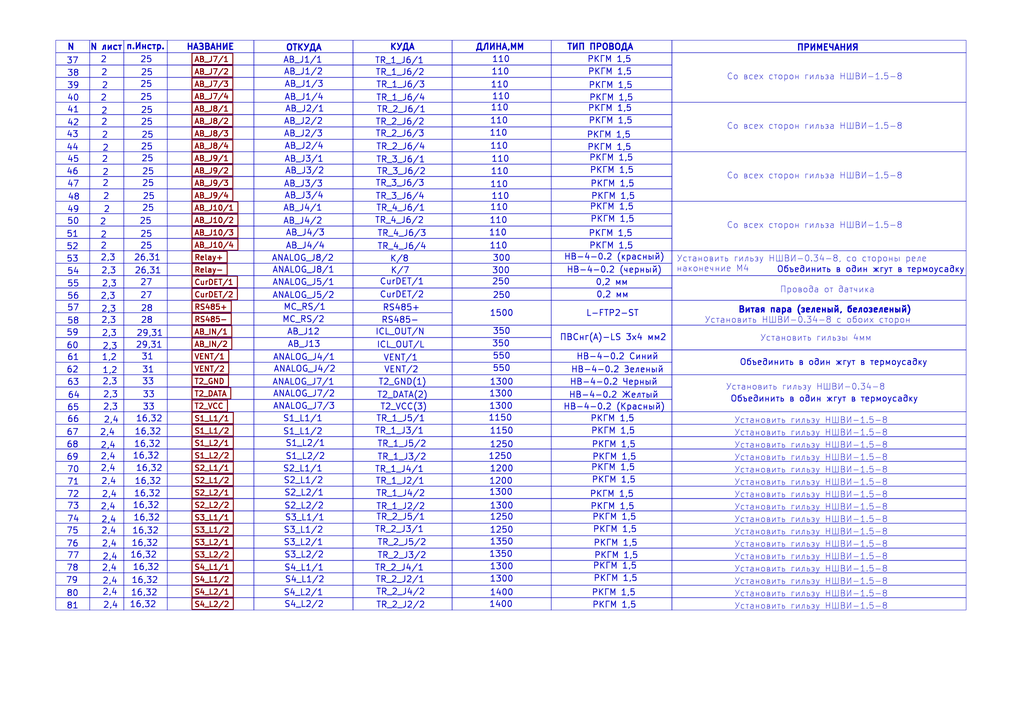
<source format=kicad_sch>
(kicad_sch
	(version 20250114)
	(generator "eeschema")
	(generator_version "9.0")
	(uuid "54a34ca7-94c7-41bf-b5ad-ee5d1292a65a")
	(paper "A3")
	(lib_symbols)
	(rectangle
		(start 68.58 82.55)
		(end 104.14 87.63)
		(stroke
			(width 0)
			(type default)
		)
		(fill
			(type none)
		)
		(uuid 002ed1c6-4612-474a-b062-2a7c44a7b3f3)
	)
	(rectangle
		(start 226.06 224.79)
		(end 275.59 229.87)
		(stroke
			(width 0)
			(type default)
		)
		(fill
			(type none)
		)
		(uuid 0081b0f8-5c8b-49f9-abec-7e5e279b9261)
	)
	(rectangle
		(start 22.86 148.59)
		(end 36.83 153.67)
		(stroke
			(width 0)
			(type default)
		)
		(fill
			(type none)
		)
		(uuid 00a342e2-b2d6-49a2-88b1-a772cfa3acea)
	)
	(rectangle
		(start 144.78 123.19)
		(end 185.42 128.27)
		(stroke
			(width 0)
			(type default)
		)
		(fill
			(type none)
		)
		(uuid 01d06d99-9f3d-4f05-b546-0941237cc310)
	)
	(rectangle
		(start 226.06 16.51)
		(end 275.59 21.59)
		(stroke
			(width 0)
			(type default)
		)
		(fill
			(type none)
		)
		(uuid 0357b1a3-e8ee-4466-8822-9d0d4da2e537)
	)
	(rectangle
		(start 275.59 153.67)
		(end 396.24 168.91)
		(stroke
			(width 0)
			(type default)
		)
		(fill
			(type none)
		)
		(uuid 03601937-b85b-477e-94bb-241fc69a5ad8)
	)
	(rectangle
		(start 68.58 113.03)
		(end 104.14 118.11)
		(stroke
			(width 0)
			(type default)
		)
		(fill
			(type none)
		)
		(uuid 0476faac-c829-4167-8277-fe14a9c2af1f)
	)
	(rectangle
		(start 50.8 113.03)
		(end 68.58 118.11)
		(stroke
			(width 0)
			(type default)
		)
		(fill
			(type none)
		)
		(uuid 05901024-0762-4da1-8e37-ceacabd9126e)
	)
	(rectangle
		(start 144.78 184.15)
		(end 185.42 189.23)
		(stroke
			(width 0)
			(type default)
		)
		(fill
			(type none)
		)
		(uuid 05a27470-cab3-4b22-9ff0-81cecc9bbb23)
	)
	(rectangle
		(start 226.06 209.55)
		(end 275.59 214.63)
		(stroke
			(width 0)
			(type default)
		)
		(fill
			(type none)
		)
		(uuid 06073104-c95a-4003-ab7f-a4084886abfd)
	)
	(rectangle
		(start 185.42 153.67)
		(end 226.06 158.75)
		(stroke
			(width 0)
			(type default)
		)
		(fill
			(type none)
		)
		(uuid 0834e2d1-62b9-43c0-8f45-d0bddd5e718e)
	)
	(rectangle
		(start 226.06 240.03)
		(end 275.59 245.11)
		(stroke
			(width 0)
			(type default)
		)
		(fill
			(type none)
		)
		(uuid 0a1b5174-21f1-47fa-99f8-96845315416b)
	)
	(rectangle
		(start 185.42 118.11)
		(end 226.06 123.19)
		(stroke
			(width 0)
			(type default)
		)
		(fill
			(type none)
		)
		(uuid 0ab90217-3f79-40a8-84a3-a16064cc36de)
	)
	(rectangle
		(start 68.58 234.95)
		(end 104.14 240.03)
		(stroke
			(width 0)
			(type default)
		)
		(fill
			(type none)
		)
		(uuid 0adccc73-52c6-40bb-aa95-26203a6a0162)
	)
	(rectangle
		(start 22.86 184.15)
		(end 36.83 189.23)
		(stroke
			(width 0)
			(type default)
		)
		(fill
			(type none)
		)
		(uuid 0c3f4133-87db-454c-9a6d-2ce8b49d6246)
	)
	(rectangle
		(start 22.86 31.75)
		(end 36.83 36.83)
		(stroke
			(width 0)
			(type default)
		)
		(fill
			(type none)
		)
		(uuid 0d089316-ae05-4e9c-be5f-71dcdb363c7d)
	)
	(rectangle
		(start 226.06 153.67)
		(end 275.59 158.75)
		(stroke
			(width 0)
			(type default)
		)
		(fill
			(type none)
		)
		(uuid 0ddea5a2-9b7b-496d-bd46-248736006591)
	)
	(rectangle
		(start 68.58 143.51)
		(end 104.14 148.59)
		(stroke
			(width 0)
			(type default)
		)
		(fill
			(type none)
		)
		(uuid 0f452949-d77a-4901-b1b4-e7988c6bba52)
	)
	(rectangle
		(start 185.42 92.71)
		(end 226.06 97.79)
		(stroke
			(width 0)
			(type default)
		)
		(fill
			(type none)
		)
		(uuid 0f4f44e2-067b-4b58-8777-59a134120315)
	)
	(rectangle
		(start 144.78 77.47)
		(end 185.42 82.55)
		(stroke
			(width 0)
			(type default)
		)
		(fill
			(type none)
		)
		(uuid 1016633b-1fd6-4f10-ad66-500468af0fa9)
	)
	(rectangle
		(start 144.78 163.83)
		(end 185.42 168.91)
		(stroke
			(width 0)
			(type default)
		)
		(fill
			(type none)
		)
		(uuid 112b9c5a-597b-47fe-92f5-97dca6932829)
	)
	(rectangle
		(start 68.58 168.91)
		(end 104.14 173.99)
		(stroke
			(width 0)
			(type default)
		)
		(fill
			(type none)
		)
		(uuid 118e89c5-8565-4ef3-8dbe-dd7b00d35e11)
	)
	(rectangle
		(start 104.14 118.11)
		(end 144.78 123.19)
		(stroke
			(width 0)
			(type default)
		)
		(fill
			(type none)
		)
		(uuid 131c3c5e-c55b-4008-afbc-e85660a11b39)
	)
	(rectangle
		(start 50.8 67.31)
		(end 68.58 72.39)
		(stroke
			(width 0)
			(type default)
		)
		(fill
			(type none)
		)
		(uuid 146cb76e-3969-49e3-a4c2-c5440fabf4ec)
	)
	(rectangle
		(start 50.8 82.55)
		(end 68.58 87.63)
		(stroke
			(width 0)
			(type default)
		)
		(fill
			(type none)
		)
		(uuid 15beeb83-299f-410e-b228-b62cab60a299)
	)
	(rectangle
		(start 104.14 46.99)
		(end 144.78 52.07)
		(stroke
			(width 0)
			(type default)
		)
		(fill
			(type none)
		)
		(uuid 15cac15b-b985-4a2c-b77c-eadf0d89f00d)
	)
	(rectangle
		(start 36.83 72.39)
		(end 50.8 77.47)
		(stroke
			(width 0)
			(type default)
		)
		(fill
			(type none)
		)
		(uuid 16357a13-c684-4b67-905f-5bcb11aab624)
	)
	(rectangle
		(start 36.83 67.31)
		(end 50.8 72.39)
		(stroke
			(width 0)
			(type default)
		)
		(fill
			(type none)
		)
		(uuid 1654ab70-2ddd-4545-ab69-d9161a82e99d)
	)
	(rectangle
		(start 144.78 16.51)
		(end 185.42 21.59)
		(stroke
			(width 0)
			(type default)
		)
		(fill
			(type none)
		)
		(uuid 1763587c-b614-4c5c-b756-af5828dc6667)
	)
	(rectangle
		(start 36.83 153.67)
		(end 50.8 158.75)
		(stroke
			(width 0)
			(type default)
		)
		(fill
			(type none)
		)
		(uuid 17d2b7fd-408b-422e-b2ee-76a711eff66f)
	)
	(rectangle
		(start 275.59 102.87)
		(end 396.24 113.03)
		(stroke
			(width 0)
			(type default)
		)
		(fill
			(type none)
		)
		(uuid 1962241d-b65a-4e03-90b7-5fbec0c36038)
	)
	(rectangle
		(start 68.58 16.51)
		(end 104.14 21.59)
		(stroke
			(width 0)
			(type default)
		)
		(fill
			(type none)
		)
		(uuid 199e76d0-7ac6-4c04-9d7d-1570c476576b)
	)
	(rectangle
		(start 22.86 46.99)
		(end 36.83 52.07)
		(stroke
			(width 0)
			(type default)
		)
		(fill
			(type none)
		)
		(uuid 19b6e27c-45c2-4e34-bf64-6dd3978ec99b)
	)
	(rectangle
		(start 104.14 31.75)
		(end 144.78 36.83)
		(stroke
			(width 0)
			(type default)
		)
		(fill
			(type none)
		)
		(uuid 1a5a9a8b-1c77-44f7-a7cd-d80d15c2a698)
	)
	(rectangle
		(start 50.8 234.95)
		(end 68.58 240.03)
		(stroke
			(width 0)
			(type default)
		)
		(fill
			(type none)
		)
		(uuid 1afd1648-b4fb-4c16-98e8-4af18ee33313)
	)
	(rectangle
		(start 50.8 240.03)
		(end 68.58 245.11)
		(stroke
			(width 0)
			(type default)
		)
		(fill
			(type none)
		)
		(uuid 1bba0f19-f293-4d0e-bfda-0989ea256226)
	)
	(rectangle
		(start 185.42 179.07)
		(end 226.06 184.15)
		(stroke
			(width 0)
			(type default)
		)
		(fill
			(type none)
		)
		(uuid 1c7ffb10-845b-4711-869f-e36bef9395c4)
	)
	(rectangle
		(start 185.42 143.51)
		(end 226.06 148.59)
		(stroke
			(width 0)
			(type default)
		)
		(fill
			(type none)
		)
		(uuid 1c863c6e-aa3e-4952-9fb2-42aea8643296)
	)
	(rectangle
		(start 22.86 245.11)
		(end 36.83 250.19)
		(stroke
			(width 0)
			(type default)
		)
		(fill
			(type none)
		)
		(uuid 1cd7b392-3bbe-4f9d-a806-21b83daa8b49)
	)
	(rectangle
		(start 22.86 107.95)
		(end 36.83 113.03)
		(stroke
			(width 0)
			(type default)
		)
		(fill
			(type none)
		)
		(uuid 1d38f120-fc83-4aa2-820e-18687a9e9220)
	)
	(rectangle
		(start 185.42 57.15)
		(end 226.06 62.23)
		(stroke
			(width 0)
			(type default)
		)
		(fill
			(type none)
		)
		(uuid 1d524a3f-48ab-499c-b6cf-a7eb1dd0de90)
	)
	(rectangle
		(start 226.06 67.31)
		(end 275.59 72.39)
		(stroke
			(width 0)
			(type default)
		)
		(fill
			(type none)
		)
		(uuid 1e61459c-3a79-42b5-baef-ca3dfb93d534)
	)
	(rectangle
		(start 104.14 16.51)
		(end 144.78 21.59)
		(stroke
			(width 0)
			(type default)
		)
		(fill
			(type none)
		)
		(uuid 1e9dd5d9-d36d-4b47-9e55-6ac5b4844948)
	)
	(rectangle
		(start 275.59 21.59)
		(end 396.24 41.91)
		(stroke
			(width 0)
			(type default)
		)
		(fill
			(type none)
		)
		(uuid 20e8002f-cd3b-4ea2-9dde-9fe46a5e2402)
	)
	(rectangle
		(start 185.42 194.31)
		(end 226.06 199.39)
		(stroke
			(width 0)
			(type default)
		)
		(fill
			(type none)
		)
		(uuid 21510562-46b7-49e2-8389-909f1e71090d)
	)
	(rectangle
		(start 50.8 52.07)
		(end 68.58 57.15)
		(stroke
			(width 0)
			(type default)
		)
		(fill
			(type none)
		)
		(uuid 21a420e4-c0fa-4d29-a04f-bdeb70c8c814)
	)
	(rectangle
		(start 226.06 92.71)
		(end 275.59 97.79)
		(stroke
			(width 0)
			(type default)
		)
		(fill
			(type none)
		)
		(uuid 221bc05e-1e50-4d62-bc63-6346d74afc97)
	)
	(rectangle
		(start 185.42 46.99)
		(end 226.06 52.07)
		(stroke
			(width 0)
			(type default)
		)
		(fill
			(type none)
		)
		(uuid 223e2491-6047-494d-a92e-07472b910613)
	)
	(rectangle
		(start 226.06 107.95)
		(end 275.59 113.03)
		(stroke
			(width 0)
			(type default)
		)
		(fill
			(type none)
		)
		(uuid 24158e77-ae97-4634-9583-49a94b01ed5c)
	)
	(rectangle
		(start 22.86 41.91)
		(end 36.83 46.99)
		(stroke
			(width 0)
			(type default)
		)
		(fill
			(type none)
		)
		(uuid 245d384e-1bc8-48d4-93d2-7aeb5a171304)
	)
	(rectangle
		(start 104.14 87.63)
		(end 144.78 92.71)
		(stroke
			(width 0)
			(type default)
		)
		(fill
			(type none)
		)
		(uuid 25313baf-5498-4e3e-b135-5829c8685ef4)
	)
	(rectangle
		(start 144.78 229.87)
		(end 185.42 234.95)
		(stroke
			(width 0)
			(type default)
		)
		(fill
			(type none)
		)
		(uuid 25372963-68e6-41a8-98b0-884c39ad2ce2)
	)
	(rectangle
		(start 68.58 138.43)
		(end 104.14 143.51)
		(stroke
			(width 0)
			(type default)
		)
		(fill
			(type none)
		)
		(uuid 2603afa5-4cef-4228-b351-2d44edf33804)
	)
	(rectangle
		(start 185.42 133.35)
		(end 226.06 138.43)
		(stroke
			(width 0)
			(type default)
		)
		(fill
			(type none)
		)
		(uuid 270bde0c-7cc6-41fb-92db-f34417c25194)
	)
	(rectangle
		(start 22.86 229.87)
		(end 36.83 234.95)
		(stroke
			(width 0)
			(type default)
		)
		(fill
			(type none)
		)
		(uuid 273913a0-0e31-4321-9d7a-fd0f1b557d56)
	)
	(rectangle
		(start 185.42 219.71)
		(end 226.06 224.79)
		(stroke
			(width 0)
			(type default)
		)
		(fill
			(type none)
		)
		(uuid 27539b46-65ba-4a36-8864-81a8bdd930ce)
	)
	(rectangle
		(start 185.42 229.87)
		(end 226.06 234.95)
		(stroke
			(width 0)
			(type default)
		)
		(fill
			(type none)
		)
		(uuid 278cbb71-7846-4551-9ee3-596a494c61ea)
	)
	(rectangle
		(start 185.42 138.43)
		(end 226.06 143.51)
		(stroke
			(width 0)
			(type default)
		)
		(fill
			(type none)
		)
		(uuid 27e84882-2907-469c-ad33-065b89245361)
	)
	(rectangle
		(start 68.58 77.47)
		(end 104.14 82.55)
		(stroke
			(width 0)
			(type default)
		)
		(fill
			(type none)
		)
		(uuid 2858aa63-7096-4889-b8a7-c67192cd605d)
	)
	(rectangle
		(start 226.06 158.75)
		(end 275.59 163.83)
		(stroke
			(width 0)
			(type default)
		)
		(fill
			(type none)
		)
		(uuid 2997120b-462f-41e1-9298-97ee008e0c0d)
	)
	(rectangle
		(start 185.42 209.55)
		(end 226.06 214.63)
		(stroke
			(width 0)
			(type default)
		)
		(fill
			(type none)
		)
		(uuid 29c363f8-aabc-487a-8002-bb06a715b52d)
	)
	(rectangle
		(start 50.8 189.23)
		(end 68.58 194.31)
		(stroke
			(width 0)
			(type default)
		)
		(fill
			(type none)
		)
		(uuid 2ab5efdc-1ca8-458c-a6d4-1e50b0d07e71)
	)
	(rectangle
		(start 36.83 168.91)
		(end 50.8 173.99)
		(stroke
			(width 0)
			(type default)
		)
		(fill
			(type none)
		)
		(uuid 2b19290e-afda-4eb0-8db4-cd03d1dab174)
	)
	(rectangle
		(start 185.42 21.59)
		(end 226.06 26.67)
		(stroke
			(width 0)
			(type default)
		)
		(fill
			(type none)
		)
		(uuid 2c4ef28b-9f64-429c-8c3d-c2823f4bd6a4)
	)
	(rectangle
		(start 68.58 67.31)
		(end 104.14 72.39)
		(stroke
			(width 0)
			(type default)
		)
		(fill
			(type none)
		)
		(uuid 2e4248db-05a4-4faa-a768-a26e7354a0f9)
	)
	(rectangle
		(start 104.14 189.23)
		(end 144.78 194.31)
		(stroke
			(width 0)
			(type default)
		)
		(fill
			(type none)
		)
		(uuid 2f93afa0-1d1d-4904-a0fb-ba4ec7ec7e21)
	)
	(rectangle
		(start 275.59 143.51)
		(end 396.24 153.67)
		(stroke
			(width 0)
			(type default)
		)
		(fill
			(type none)
		)
		(uuid 2fcf8337-bd48-4f18-8f01-e8c8223723a6)
	)
	(rectangle
		(start 22.86 77.47)
		(end 36.83 82.55)
		(stroke
			(width 0)
			(type default)
		)
		(fill
			(type none)
		)
		(uuid 302a9ff1-6c3f-4888-a28f-f19eadb0d2b1)
	)
	(rectangle
		(start 36.83 234.95)
		(end 50.8 240.03)
		(stroke
			(width 0)
			(type default)
		)
		(fill
			(type none)
		)
		(uuid 30b84cf3-b147-4601-9d6c-01ec63e61845)
	)
	(rectangle
		(start 68.58 219.71)
		(end 104.14 224.79)
		(stroke
			(width 0)
			(type default)
		)
		(fill
			(type none)
		)
		(uuid 319c780b-f2f8-4ed1-9c58-9fe6b19a8519)
	)
	(rectangle
		(start 36.83 189.23)
		(end 50.8 194.31)
		(stroke
			(width 0)
			(type default)
		)
		(fill
			(type none)
		)
		(uuid 31b3060d-9fc8-45ca-b800-b1916023a9fb)
	)
	(rectangle
		(start 104.14 107.95)
		(end 144.78 113.03)
		(stroke
			(width 0)
			(type default)
		)
		(fill
			(type none)
		)
		(uuid 3218a5a5-24c5-44c1-a505-f87e55d73632)
	)
	(rectangle
		(start 50.8 245.11)
		(end 68.58 250.19)
		(stroke
			(width 0)
			(type default)
		)
		(fill
			(type none)
		)
		(uuid 335b9225-5083-4926-a4b1-1d5f70ee41b7)
	)
	(rectangle
		(start 185.42 224.79)
		(end 226.06 229.87)
		(stroke
			(width 0)
			(type default)
		)
		(fill
			(type none)
		)
		(uuid 337d1048-9d92-4708-bf0f-4f6abeba48ac)
	)
	(rectangle
		(start 50.8 148.59)
		(end 68.58 153.67)
		(stroke
			(width 0)
			(type default)
		)
		(fill
			(type none)
		)
		(uuid 340cf21b-b97b-49cc-a9fb-bd8362f4e340)
	)
	(rectangle
		(start 226.06 118.11)
		(end 275.59 123.19)
		(stroke
			(width 0)
			(type default)
		)
		(fill
			(type none)
		)
		(uuid 344b499c-1a7f-4b09-8936-0f2e93f258e8)
	)
	(rectangle
		(start 36.83 179.07)
		(end 50.8 184.15)
		(stroke
			(width 0)
			(type default)
		)
		(fill
			(type none)
		)
		(uuid 351f9446-e8df-429e-860c-2145f779d57c)
	)
	(rectangle
		(start 185.42 240.03)
		(end 226.06 245.11)
		(stroke
			(width 0)
			(type default)
		)
		(fill
			(type none)
		)
		(uuid 36fc07c6-03f7-4f4a-b3e6-52b411f78b98)
	)
	(rectangle
		(start 226.06 184.15)
		(end 275.59 189.23)
		(stroke
			(width 0)
			(type default)
		)
		(fill
			(type none)
		)
		(uuid 3741d5b3-9bdc-42e3-a065-2a8158fdeaae)
	)
	(rectangle
		(start 275.59 123.19)
		(end 396.24 133.35)
		(stroke
			(width 0)
			(type default)
		)
		(fill
			(type none)
		)
		(uuid 3784188a-e399-4cb9-ac01-c9a9a8fdde72)
	)
	(rectangle
		(start 36.83 21.59)
		(end 50.8 26.67)
		(stroke
			(width 0)
			(type default)
		)
		(fill
			(type none)
		)
		(uuid 39689efe-390b-458f-a1d9-b526cab93caa)
	)
	(rectangle
		(start 36.83 133.35)
		(end 50.8 138.43)
		(stroke
			(width 0)
			(type default)
		)
		(fill
			(type none)
		)
		(uuid 3a12b138-b575-44a9-83cf-8654d9283072)
	)
	(rectangle
		(start 50.8 214.63)
		(end 68.58 219.71)
		(stroke
			(width 0)
			(type default)
		)
		(fill
			(type none)
		)
		(uuid 3a73c2b5-a54f-4f25-b457-3365699977aa)
	)
	(rectangle
		(start 275.59 224.79)
		(end 396.24 229.87)
		(stroke
			(width 0)
			(type default)
		)
		(fill
			(type none)
		)
		(uuid 3bee194e-9dbe-41a8-b475-269a9b70ce90)
	)
	(rectangle
		(start 185.42 52.07)
		(end 226.06 57.15)
		(stroke
			(width 0)
			(type default)
		)
		(fill
			(type none)
		)
		(uuid 3bf30134-1f26-4cc0-9650-f9472a1ecc84)
	)
	(rectangle
		(start 68.58 72.39)
		(end 104.14 77.47)
		(stroke
			(width 0)
			(type default)
		)
		(fill
			(type none)
		)
		(uuid 3c9400e9-1290-4704-90d7-98a35f261cc0)
	)
	(rectangle
		(start 22.86 62.23)
		(end 36.83 67.31)
		(stroke
			(width 0)
			(type default)
		)
		(fill
			(type none)
		)
		(uuid 3c9ed80d-7d23-493b-a62b-de654b505a9a)
	)
	(rectangle
		(start 226.06 77.47)
		(end 275.59 82.55)
		(stroke
			(width 0)
			(type default)
		)
		(fill
			(type none)
		)
		(uuid 3cb1a261-3a76-4bdd-959c-f1cba2b4762a)
	)
	(rectangle
		(start 36.83 194.31)
		(end 50.8 199.39)
		(stroke
			(width 0)
			(type default)
		)
		(fill
			(type none)
		)
		(uuid 3cba0b39-dbfa-4e1c-82df-0174a2a9c05c)
	)
	(rectangle
		(start 185.42 26.67)
		(end 226.06 31.75)
		(stroke
			(width 0)
			(type default)
		)
		(fill
			(type none)
		)
		(uuid 3d041ddb-957d-46f1-8ff9-8268072d8bf7)
	)
	(rectangle
		(start 144.78 158.75)
		(end 185.42 163.83)
		(stroke
			(width 0)
			(type default)
		)
		(fill
			(type none)
		)
		(uuid 3da663a5-5ee2-4f23-bd3f-09707a39de64)
	)
	(rectangle
		(start 185.42 72.39)
		(end 226.06 77.47)
		(stroke
			(width 0)
			(type default)
		)
		(fill
			(type none)
		)
		(uuid 4009d8b3-5674-4f47-93db-30e9a624379f)
	)
	(rectangle
		(start 275.59 16.51)
		(end 396.24 21.59)
		(stroke
			(width 0)
			(type default)
		)
		(fill
			(type none)
		)
		(uuid 40b3137a-cb31-4eda-bf35-fe8f675010e2)
	)
	(rectangle
		(start 68.58 194.31)
		(end 104.14 199.39)
		(stroke
			(width 0)
			(type default)
		)
		(fill
			(type none)
		)
		(uuid 40ddae61-e659-4c48-b7a2-a9471ebec475)
	)
	(rectangle
		(start 185.42 16.51)
		(end 226.06 21.59)
		(stroke
			(width 0)
			(type default)
		)
		(fill
			(type none)
		)
		(uuid 4124f36a-c22b-4c5a-b36a-12eae262993e)
	)
	(rectangle
		(start 68.58 224.79)
		(end 104.14 229.87)
		(stroke
			(width 0)
			(type default)
		)
		(fill
			(type none)
		)
		(uuid 41842da3-00e3-413b-ad37-192e0e090cba)
	)
	(rectangle
		(start 68.58 52.07)
		(end 104.14 57.15)
		(stroke
			(width 0)
			(type default)
		)
		(fill
			(type none)
		)
		(uuid 4335b5e7-4c03-4358-b755-5e4ee900b4d4)
	)
	(rectangle
		(start 226.06 87.63)
		(end 275.59 92.71)
		(stroke
			(width 0)
			(type default)
		)
		(fill
			(type none)
		)
		(uuid 43eb3948-a4c0-4ef5-9e69-026fdd7944d6)
	)
	(rectangle
		(start 226.06 62.23)
		(end 275.59 67.31)
		(stroke
			(width 0)
			(type default)
		)
		(fill
			(type none)
		)
		(uuid 4430e594-c36d-4b1f-9e08-e2d645abf3e0)
	)
	(rectangle
		(start 226.06 148.59)
		(end 275.59 153.67)
		(stroke
			(width 0)
			(type default)
		)
		(fill
			(type none)
		)
		(uuid 4509ecd2-67c1-4d1f-b61a-b51ed4655558)
	)
	(rectangle
		(start 68.58 118.11)
		(end 104.14 123.19)
		(stroke
			(width 0)
			(type default)
		)
		(fill
			(type none)
		)
		(uuid 451d6d89-5ab9-4890-82ef-41060ee0bdeb)
	)
	(rectangle
		(start 22.86 57.15)
		(end 36.83 62.23)
		(stroke
			(width 0)
			(type default)
		)
		(fill
			(type none)
		)
		(uuid 452f663a-f512-431f-8884-89bc587db055)
	)
	(rectangle
		(start 226.06 102.87)
		(end 275.59 107.95)
		(stroke
			(width 0)
			(type default)
		)
		(fill
			(type none)
		)
		(uuid 455827a9-fb73-4cde-adbc-d91397cfa239)
	)
	(rectangle
		(start 36.83 118.11)
		(end 50.8 123.19)
		(stroke
			(width 0)
			(type default)
		)
		(fill
			(type none)
		)
		(uuid 45ca658e-b880-4399-842f-57dcc981fe58)
	)
	(rectangle
		(start 36.83 163.83)
		(end 50.8 168.91)
		(stroke
			(width 0)
			(type default)
		)
		(fill
			(type none)
		)
		(uuid 461e73b3-3193-4858-8d9b-02941d3742fa)
	)
	(rectangle
		(start 22.86 123.19)
		(end 36.83 128.27)
		(stroke
			(width 0)
			(type default)
		)
		(fill
			(type none)
		)
		(uuid 484299ba-d369-4680-8075-08ce9009a8f0)
	)
	(rectangle
		(start 68.58 189.23)
		(end 104.14 194.31)
		(stroke
			(width 0)
			(type default)
		)
		(fill
			(type none)
		)
		(uuid 487b0f70-4079-4ee6-84f8-988fae1cf222)
	)
	(rectangle
		(start 36.83 92.71)
		(end 50.8 97.79)
		(stroke
			(width 0)
			(type default)
		)
		(fill
			(type none)
		)
		(uuid 48989065-1e76-4098-ac32-bf46b157d560)
	)
	(rectangle
		(start 50.8 229.87)
		(end 68.58 234.95)
		(stroke
			(width 0)
			(type default)
		)
		(fill
			(type none)
		)
		(uuid 4922fb4e-4df7-47ec-b04e-d544b7da488d)
	)
	(rectangle
		(start 104.14 77.47)
		(end 144.78 82.55)
		(stroke
			(width 0)
			(type default)
		)
		(fill
			(type none)
		)
		(uuid 493b56a3-7894-471e-a7e9-39e10781e7df)
	)
	(rectangle
		(start 226.06 179.07)
		(end 275.59 184.15)
		(stroke
			(width 0)
			(type default)
		)
		(fill
			(type none)
		)
		(uuid 49e03814-8baf-43ac-b4e3-bdf78e39100c)
	)
	(rectangle
		(start 36.83 158.75)
		(end 50.8 163.83)
		(stroke
			(width 0)
			(type default)
		)
		(fill
			(type none)
		)
		(uuid 4a27cbad-34dc-458d-a044-d71125e6a1e6)
	)
	(rectangle
		(start 226.06 219.71)
		(end 275.59 224.79)
		(stroke
			(width 0)
			(type default)
		)
		(fill
			(type none)
		)
		(uuid 4a34c391-c411-47aa-8425-14ed1d0c1eaf)
	)
	(rectangle
		(start 104.14 229.87)
		(end 144.78 234.95)
		(stroke
			(width 0)
			(type default)
		)
		(fill
			(type none)
		)
		(uuid 4b39f9f6-5590-4d06-afbf-ca5aac738070)
	)
	(rectangle
		(start 144.78 240.03)
		(end 185.42 245.11)
		(stroke
			(width 0)
			(type default)
		)
		(fill
			(type none)
		)
		(uuid 4c64e490-ed63-4d1d-acda-c87388611c4c)
	)
	(rectangle
		(start 22.86 82.55)
		(end 36.83 87.63)
		(stroke
			(width 0)
			(type default)
		)
		(fill
			(type none)
		)
		(uuid 4d31333b-d0f4-4556-b938-7a30aea15271)
	)
	(rectangle
		(start 185.42 234.95)
		(end 226.06 240.03)
		(stroke
			(width 0)
			(type default)
		)
		(fill
			(type none)
		)
		(uuid 4fdafc86-2e26-47ee-ad0b-66ed2e2bb547)
	)
	(rectangle
		(start 144.78 133.35)
		(end 185.42 138.43)
		(stroke
			(width 0)
			(type default)
		)
		(fill
			(type none)
		)
		(uuid 504213bd-5c0b-416d-814e-efcc8e0d59e7)
	)
	(rectangle
		(start 144.78 92.71)
		(end 185.42 97.79)
		(stroke
			(width 0)
			(type default)
		)
		(fill
			(type none)
		)
		(uuid 504ad9da-56ec-43c0-84d6-c02ba02bfd10)
	)
	(rectangle
		(start 104.14 41.91)
		(end 144.78 46.99)
		(stroke
			(width 0)
			(type default)
		)
		(fill
			(type none)
		)
		(uuid 5066bd90-7fd8-4b55-8867-26f56eea22c0)
	)
	(rectangle
		(start 68.58 128.27)
		(end 104.14 133.35)
		(stroke
			(width 0)
			(type default)
		)
		(fill
			(type none)
		)
		(uuid 5091e744-1338-4b16-810c-931cc8a49266)
	)
	(rectangle
		(start 275.59 229.87)
		(end 396.24 234.95)
		(stroke
			(width 0)
			(type default)
		)
		(fill
			(type none)
		)
		(uuid 50e541fe-d2cb-4097-8b6d-34bf4a09c8b2)
	)
	(rectangle
		(start 144.78 199.39)
		(end 185.42 204.47)
		(stroke
			(width 0)
			(type default)
		)
		(fill
			(type none)
		)
		(uuid 50fc44fc-ed0f-41b3-9093-d799a8ddde11)
	)
	(rectangle
		(start 68.58 158.75)
		(end 104.14 163.83)
		(stroke
			(width 0)
			(type default)
		)
		(fill
			(type none)
		)
		(uuid 51539a90-3d04-486c-b9ed-6ecc93379a9f)
	)
	(rectangle
		(start 68.58 245.11)
		(end 104.14 250.19)
		(stroke
			(width 0)
			(type default)
		)
		(fill
			(type none)
		)
		(uuid 51f6f746-2411-49df-b393-78324b5b3c70)
	)
	(rectangle
		(start 68.58 57.15)
		(end 104.14 62.23)
		(stroke
			(width 0)
			(type default)
		)
		(fill
			(type none)
		)
		(uuid 52208fb9-9e78-40a9-a1b7-05ce5af1d7d7)
	)
	(rectangle
		(start 22.86 214.63)
		(end 36.83 219.71)
		(stroke
			(width 0)
			(type default)
		)
		(fill
			(type none)
		)
		(uuid 5315b1ef-afd3-46bd-8bfa-ede73b3be0d9)
	)
	(rectangle
		(start 275.59 189.23)
		(end 396.24 194.31)
		(stroke
			(width 0)
			(type default)
		)
		(fill
			(type none)
		)
		(uuid 54720be1-e0d6-4c4d-ac2e-f1d24177cc90)
	)
	(rectangle
		(start 22.86 173.99)
		(end 36.83 179.07)
		(stroke
			(width 0)
			(type default)
		)
		(fill
			(type none)
		)
		(uuid 56370881-e1a8-4294-a14e-d33109767306)
	)
	(rectangle
		(start 104.14 36.83)
		(end 144.78 41.91)
		(stroke
			(width 0)
			(type default)
		)
		(fill
			(type none)
		)
		(uuid 563e06dd-f098-4e26-b994-48425d526b51)
	)
	(rectangle
		(start 22.86 128.27)
		(end 36.83 133.35)
		(stroke
			(width 0)
			(type default)
		)
		(fill
			(type none)
		)
		(uuid 5649f590-cad1-44e0-9ee8-c66964639d6f)
	)
	(rectangle
		(start 36.83 148.59)
		(end 50.8 153.67)
		(stroke
			(width 0)
			(type default)
		)
		(fill
			(type none)
		)
		(uuid 56919e5b-59d1-4c6a-80ee-f535bd18328c)
	)
	(rectangle
		(start 22.86 26.67)
		(end 36.83 31.75)
		(stroke
			(width 0)
			(type default)
		)
		(fill
			(type none)
		)
		(uuid 56a3a94d-f28b-4bcf-9e9d-81bcc84501c7)
	)
	(rectangle
		(start 144.78 57.15)
		(end 185.42 62.23)
		(stroke
			(width 0)
			(type default)
		)
		(fill
			(type none)
		)
		(uuid 57b5545d-d69e-482e-866d-aef15850425b)
	)
	(rectangle
		(start 36.83 77.47)
		(end 50.8 82.55)
		(stroke
			(width 0)
			(type default)
		)
		(fill
			(type none)
		)
		(uuid 57c70359-fc39-4404-a32f-b40fa7b78c34)
	)
	(rectangle
		(start 36.83 199.39)
		(end 50.8 204.47)
		(stroke
			(width 0)
			(type default)
		)
		(fill
			(type none)
		)
		(uuid 57c8a1d4-0049-497f-a342-ddf8f6b5ec02)
	)
	(rectangle
		(start 22.86 133.35)
		(end 36.83 138.43)
		(stroke
			(width 0)
			(type default)
		)
		(fill
			(type none)
		)
		(uuid 5835892a-21ac-4ad5-b766-6e1f7f28a677)
	)
	(rectangle
		(start 68.58 123.19)
		(end 104.14 128.27)
		(stroke
			(width 0)
			(type default)
		)
		(fill
			(type none)
		)
		(uuid 5878fe0a-ab7f-4396-9b9b-3e7081ac5422)
	)
	(rectangle
		(start 185.42 168.91)
		(end 226.06 173.99)
		(stroke
			(width 0)
			(type default)
		)
		(fill
			(type none)
		)
		(uuid 58bcb068-e775-4027-a7af-9e7af2ac3d34)
	)
	(rectangle
		(start 275.59 113.03)
		(end 396.24 123.19)
		(stroke
			(width 0)
			(type default)
		)
		(fill
			(type none)
		)
		(uuid 5a00f65b-3710-43e5-8555-a9eac70c1b27)
	)
	(rectangle
		(start 22.86 179.07)
		(end 36.83 184.15)
		(stroke
			(width 0)
			(type default)
		)
		(fill
			(type none)
		)
		(uuid 5a095f63-33b3-4a53-8427-63ea173d47f3)
	)
	(rectangle
		(start 50.8 107.95)
		(end 68.58 113.03)
		(stroke
			(width 0)
			(type default)
		)
		(fill
			(type none)
		)
		(uuid 5a7bdb03-677c-4cd5-ba7c-8c494d211701)
	)
	(rectangle
		(start 185.42 41.91)
		(end 226.06 46.99)
		(stroke
			(width 0)
			(type default)
		)
		(fill
			(type none)
		)
		(uuid 5a7f6080-b6e4-4940-adda-c5bcfa9d444c)
	)
	(rectangle
		(start 68.58 204.47)
		(end 104.14 209.55)
		(stroke
			(width 0)
			(type default)
		)
		(fill
			(type none)
		)
		(uuid 5aa87092-b421-41e9-b743-bde4bc8af30b)
	)
	(rectangle
		(start 50.8 92.71)
		(end 68.58 97.79)
		(stroke
			(width 0)
			(type default)
		)
		(fill
			(type none)
		)
		(uuid 5ab5ceb2-2b6d-492d-8bce-e7a16ef8bcde)
	)
	(rectangle
		(start 104.14 21.59)
		(end 144.78 26.67)
		(stroke
			(width 0)
			(type default)
		)
		(fill
			(type none)
		)
		(uuid 5b2b051d-ad25-4342-9b33-16965c6156e7)
	)
	(rectangle
		(start 144.78 168.91)
		(end 185.42 173.99)
		(stroke
			(width 0)
			(type default)
		)
		(fill
			(type none)
		)
		(uuid 5b2e6e8d-849d-4202-9e4c-85ed9678b2ea)
	)
	(rectangle
		(start 275.59 82.55)
		(end 396.24 102.87)
		(stroke
			(width 0)
			(type default)
		)
		(fill
			(type none)
		)
		(uuid 5bd9f487-53da-47a6-aefd-4a86f894b8ae)
	)
	(rectangle
		(start 226.06 52.07)
		(end 275.59 57.15)
		(stroke
			(width 0)
			(type default)
		)
		(fill
			(type none)
		)
		(uuid 5c4b200a-824d-430d-9812-9fb8830335d7)
	)
	(rectangle
		(start 226.06 234.95)
		(end 275.59 240.03)
		(stroke
			(width 0)
			(type default)
		)
		(fill
			(type none)
		)
		(uuid 5c955339-4e5f-4452-8230-7131c3fdea47)
	)
	(rectangle
		(start 144.78 128.27)
		(end 185.42 133.35)
		(stroke
			(width 0)
			(type default)
		)
		(fill
			(type none)
		)
		(uuid 5e14571b-f819-4549-8097-bc9f3f1e2c10)
	)
	(rectangle
		(start 226.06 36.83)
		(end 275.59 41.91)
		(stroke
			(width 0)
			(type default)
		)
		(fill
			(type none)
		)
		(uuid 5e64e22e-16db-4374-8e90-dc685d402e79)
	)
	(rectangle
		(start 144.78 214.63)
		(end 185.42 219.71)
		(stroke
			(width 0)
			(type default)
		)
		(fill
			(type none)
		)
		(uuid 5ec1a7f3-acd4-4424-9f1e-10a7a2be4a5f)
	)
	(rectangle
		(start 226.06 204.47)
		(end 275.59 209.55)
		(stroke
			(width 0)
			(type default)
		)
		(fill
			(type none)
		)
		(uuid 5fc0773b-3712-46aa-8da3-29e023ffe20d)
	)
	(rectangle
		(start 185.42 199.39)
		(end 226.06 204.47)
		(stroke
			(width 0)
			(type default)
		)
		(fill
			(type none)
		)
		(uuid 5ff4305e-2dd5-4c9a-ac55-c2dd468dca44)
	)
	(rectangle
		(start 50.8 26.67)
		(end 68.58 31.75)
		(stroke
			(width 0)
			(type default)
		)
		(fill
			(type none)
		)
		(uuid 60da49d8-b7b5-40aa-b427-53dda7a1f335)
	)
	(rectangle
		(start 68.58 36.83)
		(end 104.14 41.91)
		(stroke
			(width 0)
			(type default)
		)
		(fill
			(type none)
		)
		(uuid 620fe78b-2854-4485-908a-2afed0ffb0eb)
	)
	(rectangle
		(start 50.8 209.55)
		(end 68.58 214.63)
		(stroke
			(width 0)
			(type default)
		)
		(fill
			(type none)
		)
		(uuid 62c2f73d-3146-4aca-9502-5eb5b1d2b231)
	)
	(rectangle
		(start 275.59 133.35)
		(end 396.24 143.51)
		(stroke
			(width 0)
			(type default)
		)
		(fill
			(type none)
		)
		(uuid 6301d106-e816-43ef-94d6-5ca4e45872b6)
	)
	(rectangle
		(start 275.59 204.47)
		(end 396.24 209.55)
		(stroke
			(width 0)
			(type default)
		)
		(fill
			(type none)
		)
		(uuid 645968c1-c380-484f-a448-9761613daad2)
	)
	(rectangle
		(start 68.58 31.75)
		(end 104.14 36.83)
		(stroke
			(width 0)
			(type default)
		)
		(fill
			(type none)
		)
		(uuid 6527d0d3-dbb7-4905-84be-90901cf9fecc)
	)
	(rectangle
		(start 104.14 240.03)
		(end 144.78 245.11)
		(stroke
			(width 0)
			(type default)
		)
		(fill
			(type none)
		)
		(uuid 65ba07f2-a197-4b44-9340-ecaeb05b7f39)
	)
	(rectangle
		(start 185.42 87.63)
		(end 226.06 92.71)
		(stroke
			(width 0)
			(type default)
		)
		(fill
			(type none)
		)
		(uuid 66bdae37-2e95-4289-acfc-8ff31fbb6073)
	)
	(rectangle
		(start 226.06 57.15)
		(end 275.59 62.23)
		(stroke
			(width 0)
			(type default)
		)
		(fill
			(type none)
		)
		(uuid 6884908f-1d9a-4527-97cc-c3327a617f73)
	)
	(rectangle
		(start 104.14 67.31)
		(end 144.78 72.39)
		(stroke
			(width 0)
			(type default)
		)
		(fill
			(type none)
		)
		(uuid 68f70395-896c-49f7-829b-43ff9869060f)
	)
	(rectangle
		(start 50.8 128.27)
		(end 68.58 133.35)
		(stroke
			(width 0)
			(type default)
		)
		(fill
			(type none)
		)
		(uuid 6919231d-6406-4d7c-a484-614239f402ba)
	)
	(rectangle
		(start 104.14 179.07)
		(end 144.78 184.15)
		(stroke
			(width 0)
			(type default)
		)
		(fill
			(type none)
		)
		(uuid 6a8b1b50-f064-46ac-aad5-49b2904c8764)
	)
	(rectangle
		(start 68.58 97.79)
		(end 104.14 102.87)
		(stroke
			(width 0)
			(type default)
		)
		(fill
			(type none)
		)
		(uuid 6c1d7310-f7fd-4fa4-99ac-329b74b9d79a)
	)
	(rectangle
		(start 36.83 62.23)
		(end 50.8 67.31)
		(stroke
			(width 0)
			(type default)
		)
		(fill
			(type none)
		)
		(uuid 6c84882e-3400-45dd-a927-3a66c24989ac)
	)
	(rectangle
		(start 226.06 21.59)
		(end 275.59 26.67)
		(stroke
			(width 0)
			(type default)
		)
		(fill
			(type none)
		)
		(uuid 6db131fd-ac25-40ce-8027-c3ce4040c618)
	)
	(rectangle
		(start 36.83 87.63)
		(end 50.8 92.71)
		(stroke
			(width 0)
			(type default)
		)
		(fill
			(type none)
		)
		(uuid 6e5befdc-c475-49c6-8c37-985cb27e1a72)
	)
	(rectangle
		(start 185.42 163.83)
		(end 226.06 168.91)
		(stroke
			(width 0)
			(type default)
		)
		(fill
			(type none)
		)
		(uuid 6f2208cc-74e6-49e7-b01b-aade1d459ce6)
	)
	(rectangle
		(start 275.59 184.15)
		(end 396.24 189.23)
		(stroke
			(width 0)
			(type default)
		)
		(fill
			(type none)
		)
		(uuid 6fbc7714-1f6e-4685-b062-e049537d047b)
	)
	(rectangle
		(start 68.58 107.95)
		(end 104.14 113.03)
		(stroke
			(width 0)
			(type default)
		)
		(fill
			(type none)
		)
		(uuid 71f1ac67-e0ab-416b-8d20-2551562eb3b5)
	)
	(rectangle
		(start 144.78 67.31)
		(end 185.42 72.39)
		(stroke
			(width 0)
			(type default)
		)
		(fill
			(type none)
		)
		(uuid 737e5fab-6cf8-4c2f-bf0e-6ad69e038fc2)
	)
	(rectangle
		(start 22.86 97.79)
		(end 36.83 102.87)
		(stroke
			(width 0)
			(type default)
		)
		(fill
			(type none)
		)
		(uuid 73d195bc-8a48-4e86-a051-e46eff2e89e0)
	)
	(rectangle
		(start 185.42 214.63)
		(end 226.06 219.71)
		(stroke
			(width 0)
			(type default)
		)
		(fill
			(type none)
		)
		(uuid 743a1348-b33e-4042-b40e-0109cd799a33)
	)
	(rectangle
		(start 144.78 41.91)
		(end 185.42 46.99)
		(stroke
			(width 0)
			(type default)
		)
		(fill
			(type none)
		)
		(uuid 7444f147-9e36-4b6c-aa55-68a40ca74da4)
	)
	(rectangle
		(start 226.06 31.75)
		(end 275.59 36.83)
		(stroke
			(width 0)
			(type default)
		)
		(fill
			(type none)
		)
		(uuid 74ca7b79-17f4-46c5-80fe-157191cbebaf)
	)
	(rectangle
		(start 36.83 82.55)
		(end 50.8 87.63)
		(stroke
			(width 0)
			(type default)
		)
		(fill
			(type none)
		)
		(uuid 74d5da15-ffe5-426d-bdc2-ce5ab894b252)
	)
	(rectangle
		(start 275.59 173.99)
		(end 396.24 179.07)
		(stroke
			(width 0)
			(type default)
		)
		(fill
			(type none)
		)
		(uuid 75d2fe79-132a-4820-bc69-de4462350a6a)
	)
	(rectangle
		(start 226.06 245.11)
		(end 275.59 250.19)
		(stroke
			(width 0)
			(type default)
		)
		(fill
			(type none)
		)
		(uuid 76dd6553-952e-4fda-bb9b-279567da3100)
	)
	(rectangle
		(start 226.06 113.03)
		(end 275.59 118.11)
		(stroke
			(width 0)
			(type default)
		)
		(fill
			(type none)
		)
		(uuid 774374d9-4c6a-4576-a14b-242b96ab6d63)
	)
	(rectangle
		(start 22.86 52.07)
		(end 36.83 57.15)
		(stroke
			(width 0)
			(type default)
		)
		(fill
			(type none)
		)
		(uuid 77454bb7-6dbb-4b02-852a-1e144f53f34c)
	)
	(rectangle
		(start 22.86 240.03)
		(end 36.83 245.11)
		(stroke
			(width 0)
			(type default)
		)
		(fill
			(type none)
		)
		(uuid 7884cb5b-1e0c-4817-9037-ed5a2ae4b4df)
	)
	(rectangle
		(start 50.8 179.07)
		(end 68.58 184.15)
		(stroke
			(width 0)
			(type default)
		)
		(fill
			(type none)
		)
		(uuid 79e03e04-8a14-4417-b733-89f0d400f716)
	)
	(rectangle
		(start 226.06 97.79)
		(end 275.59 102.87)
		(stroke
			(width 0)
			(type default)
		)
		(fill
			(type none)
		)
		(uuid 79eab99c-9f2d-4176-b61d-4f7e278f0b45)
	)
	(rectangle
		(start 185.42 107.95)
		(end 226.06 113.03)
		(stroke
			(width 0)
			(type default)
		)
		(fill
			(type none)
		)
		(uuid 7a418f5f-7883-4ae6-ab23-5d744cec3a9b)
	)
	(rectangle
		(start 36.83 219.71)
		(end 50.8 224.79)
		(stroke
			(width 0)
			(type default)
		)
		(fill
			(type none)
		)
		(uuid 7aaa9477-b2ad-4098-99a7-3fb893a8439c)
	)
	(rectangle
		(start 36.83 143.51)
		(end 50.8 148.59)
		(stroke
			(width 0)
			(type default)
		)
		(fill
			(type none)
		)
		(uuid 7ae296dc-ecbb-4047-b352-d9b9e71f69c9)
	)
	(rectangle
		(start 50.8 163.83)
		(end 68.58 168.91)
		(stroke
			(width 0)
			(type default)
		)
		(fill
			(type none)
		)
		(uuid 7b023575-fc0c-4e93-9a64-cac4cd40b6d1)
	)
	(rectangle
		(start 104.14 224.79)
		(end 144.78 229.87)
		(stroke
			(width 0)
			(type default)
		)
		(fill
			(type none)
		)
		(uuid 7b28e366-70a9-4f80-b7cf-79485db6307e)
	)
	(rectangle
		(start 275.59 179.07)
		(end 396.24 184.15)
		(stroke
			(width 0)
			(type default)
		)
		(fill
			(type none)
		)
		(uuid 7b87c3f2-c8df-4ce9-8247-73c353907fdc)
	)
	(rectangle
		(start 144.78 36.83)
		(end 185.42 41.91)
		(stroke
			(width 0)
			(type default)
		)
		(fill
			(type none)
		)
		(uuid 7bc6ae1b-5257-4b6a-bb06-7858cc762ccc)
	)
	(rectangle
		(start 36.83 46.99)
		(end 50.8 52.07)
		(stroke
			(width 0)
			(type default)
		)
		(fill
			(type none)
		)
		(uuid 7bf7703d-0b44-4e1f-b9cd-b81a0e7e1e4b)
	)
	(rectangle
		(start 50.8 204.47)
		(end 68.58 209.55)
		(stroke
			(width 0)
			(type default)
		)
		(fill
			(type none)
		)
		(uuid 7c7b2101-69c6-4473-bede-2fda8164942e)
	)
	(rectangle
		(start 68.58 92.71)
		(end 104.14 97.79)
		(stroke
			(width 0)
			(type default)
		)
		(fill
			(type none)
		)
		(uuid 7c9f3500-d8a4-4b36-a3ed-8416a011e3b3)
	)
	(rectangle
		(start 104.14 194.31)
		(end 144.78 199.39)
		(stroke
			(width 0)
			(type default)
		)
		(fill
			(type none)
		)
		(uuid 7cacbd73-83b6-4d03-9def-737e53e42ce0)
	)
	(rectangle
		(start 22.86 158.75)
		(end 36.83 163.83)
		(stroke
			(width 0)
			(type default)
		)
		(fill
			(type none)
		)
		(uuid 7cc2db55-aba0-4d01-8482-7bf0834e0e52)
	)
	(rectangle
		(start 104.14 219.71)
		(end 144.78 224.79)
		(stroke
			(width 0)
			(type default)
		)
		(fill
			(type none)
		)
		(uuid 7cd79e40-7051-400e-891c-e2128c3dafd1)
	)
	(rectangle
		(start 226.06 46.99)
		(end 275.59 52.07)
		(stroke
			(width 0)
			(type default)
		)
		(fill
			(type none)
		)
		(uuid 7e26bf97-34a8-41e4-a714-e7e252131060)
	)
	(rectangle
		(start 50.8 138.43)
		(end 68.58 143.51)
		(stroke
			(width 0)
			(type default)
		)
		(fill
			(type none)
		)
		(uuid 7e40dc70-271b-4e5b-b60d-e0ee4bd15e47)
	)
	(rectangle
		(start 275.59 234.95)
		(end 396.24 240.03)
		(stroke
			(width 0)
			(type default)
		)
		(fill
			(type none)
		)
		(uuid 7eea86a1-89fb-478f-893c-b7d911c22db4)
	)
	(rectangle
		(start 226.06 199.39)
		(end 275.59 204.47)
		(stroke
			(width 0)
			(type default)
		)
		(fill
			(type none)
		)
		(uuid 80355040-112b-498b-8e46-d40127fc7e28)
	)
	(rectangle
		(start 104.14 82.55)
		(end 144.78 87.63)
		(stroke
			(width 0)
			(type default)
		)
		(fill
			(type none)
		)
		(uuid 8227ab63-75ec-4e3d-bfcc-25bbbe400d6c)
	)
	(rectangle
		(start 50.8 77.47)
		(end 68.58 82.55)
		(stroke
			(width 0)
			(type default)
		)
		(fill
			(type none)
		)
		(uuid 832555a2-b856-4c6e-91f6-fb98a0977753)
	)
	(rectangle
		(start 50.8 153.67)
		(end 68.58 158.75)
		(stroke
			(width 0)
			(type default)
		)
		(fill
			(type none)
		)
		(uuid 83fa139c-b871-4aa7-9349-83a18d01a46c)
	)
	(rectangle
		(start 104.14 133.35)
		(end 144.78 138.43)
		(stroke
			(width 0)
			(type default)
		)
		(fill
			(type none)
		)
		(uuid 843345bc-7388-429c-b664-a4d90d2584cd)
	)
	(rectangle
		(start 22.86 16.51)
		(end 36.83 21.59)
		(stroke
			(width 0)
			(type default)
		)
		(fill
			(type none)
		)
		(uuid 84eef106-5cb9-4bce-8b26-f9a308fc4c36)
	)
	(rectangle
		(start 185.42 184.15)
		(end 226.06 189.23)
		(stroke
			(width 0)
			(type default)
		)
		(fill
			(type none)
		)
		(uuid 8589bd4d-90cc-4650-8211-5b01eaa722d1)
	)
	(rectangle
		(start 185.42 62.23)
		(end 226.06 67.31)
		(stroke
			(width 0)
			(type default)
		)
		(fill
			(type none)
		)
		(uuid 85bd41be-abbc-46f1-b04b-e26286d999f0)
	)
	(rectangle
		(start 104.14 163.83)
		(end 144.78 168.91)
		(stroke
			(width 0)
			(type default)
		)
		(fill
			(type none)
		)
		(uuid 85c5208f-233a-4385-b53f-1ccc0a852112)
	)
	(rectangle
		(start 275.59 62.23)
		(end 396.24 82.55)
		(stroke
			(width 0)
			(type default)
		)
		(fill
			(type none)
		)
		(uuid 85cae164-9c9a-47d5-9028-d33d888c8fb2)
	)
	(rectangle
		(start 144.78 62.23)
		(end 185.42 67.31)
		(stroke
			(width 0)
			(type default)
		)
		(fill
			(type none)
		)
		(uuid 8632a101-227e-437c-8a7d-caa59d4635e5)
	)
	(rectangle
		(start 50.8 97.79)
		(end 68.58 102.87)
		(stroke
			(width 0)
			(type default)
		)
		(fill
			(type none)
		)
		(uuid 8698fe7d-7a06-4f4a-b224-bfb27808205c)
	)
	(rectangle
		(start 226.06 133.35)
		(end 275.59 143.51)
		(stroke
			(width 0)
			(type default)
		)
		(fill
			(type none)
		)
		(uuid 8acfb14c-a9cf-4e29-aeeb-1b2d16e0a628)
	)
	(rectangle
		(start 185.42 113.03)
		(end 226.06 118.11)
		(stroke
			(width 0)
			(type default)
		)
		(fill
			(type none)
		)
		(uuid 8ae87f1b-fc7d-49ad-925d-d314f9baca39)
	)
	(rectangle
		(start 226.06 214.63)
		(end 275.59 219.71)
		(stroke
			(width 0)
			(type default)
		)
		(fill
			(type none)
		)
		(uuid 8c1bc9af-03b5-4b4c-ba70-7bc8046f63ae)
	)
	(rectangle
		(start 68.58 214.63)
		(end 104.14 219.71)
		(stroke
			(width 0)
			(type default)
		)
		(fill
			(type none)
		)
		(uuid 8c4f9ccf-db86-4f87-8e81-80f66f442db1)
	)
	(rectangle
		(start 50.8 143.51)
		(end 68.58 148.59)
		(stroke
			(width 0)
			(type default)
		)
		(fill
			(type none)
		)
		(uuid 8c8440aa-fc17-4f8b-a804-657b71dd2db0)
	)
	(rectangle
		(start 50.8 21.59)
		(end 68.58 26.67)
		(stroke
			(width 0)
			(type default)
		)
		(fill
			(type none)
		)
		(uuid 8ee0bb8a-9617-4212-a3c8-0e65b4fe9aa0)
	)
	(rectangle
		(start 50.8 158.75)
		(end 68.58 163.83)
		(stroke
			(width 0)
			(type default)
		)
		(fill
			(type none)
		)
		(uuid 8f1826d6-d8a9-4b29-8973-41a924a9dde0)
	)
	(rectangle
		(start 104.14 72.39)
		(end 144.78 77.47)
		(stroke
			(width 0)
			(type default)
		)
		(fill
			(type none)
		)
		(uuid 8f625b27-bb05-4396-abbc-018386d54844)
	)
	(rectangle
		(start 36.83 107.95)
		(end 50.8 113.03)
		(stroke
			(width 0)
			(type default)
		)
		(fill
			(type none)
		)
		(uuid 90fff4bf-6fa1-4d51-991b-43731e8afdcd)
	)
	(rectangle
		(start 36.83 26.67)
		(end 50.8 31.75)
		(stroke
			(width 0)
			(type default)
		)
		(fill
			(type none)
		)
		(uuid 915cb2ac-acb4-47b7-addf-3f43c02410d9)
	)
	(rectangle
		(start 226.06 189.23)
		(end 275.59 194.31)
		(stroke
			(width 0)
			(type default)
		)
		(fill
			(type none)
		)
		(uuid 91cdc4df-6775-4f1c-b41d-e8cf40f8f389)
	)
	(rectangle
		(start 36.83 97.79)
		(end 50.8 102.87)
		(stroke
			(width 0)
			(type default)
		)
		(fill
			(type none)
		)
		(uuid 9200dc1f-8b42-4a5a-82bd-c1797598afb7)
	)
	(rectangle
		(start 104.14 52.07)
		(end 144.78 57.15)
		(stroke
			(width 0)
			(type default)
		)
		(fill
			(type none)
		)
		(uuid 92e561ea-9fa2-4790-bdfb-96b4aa73bb9f)
	)
	(rectangle
		(start 104.14 204.47)
		(end 144.78 209.55)
		(stroke
			(width 0)
			(type default)
		)
		(fill
			(type none)
		)
		(uuid 93471ad6-e86a-4448-9153-4ec217a5adfa)
	)
	(rectangle
		(start 275.59 209.55)
		(end 396.24 214.63)
		(stroke
			(width 0)
			(type default)
		)
		(fill
			(type none)
		)
		(uuid 970e636e-aea7-44e8-aa9b-dbccc64ccf66)
	)
	(rectangle
		(start 144.78 153.67)
		(end 185.42 158.75)
		(stroke
			(width 0)
			(type default)
		)
		(fill
			(type none)
		)
		(uuid 979aeddd-837b-4ffb-ba61-a8391e5d864c)
	)
	(rectangle
		(start 36.83 209.55)
		(end 50.8 214.63)
		(stroke
			(width 0)
			(type default)
		)
		(fill
			(type none)
		)
		(uuid 984f95f2-4c8e-4603-bb71-094da0194528)
	)
	(rectangle
		(start 22.86 209.55)
		(end 36.83 214.63)
		(stroke
			(width 0)
			(type default)
		)
		(fill
			(type none)
		)
		(uuid 9986142d-ed52-4072-8889-237537d2f251)
	)
	(rectangle
		(start 275.59 194.31)
		(end 396.24 199.39)
		(stroke
			(width 0)
			(type default)
		)
		(fill
			(type none)
		)
		(uuid 9a36060a-d983-45f6-bd5c-cc9093a320f9)
	)
	(rectangle
		(start 185.42 158.75)
		(end 226.06 163.83)
		(stroke
			(width 0)
			(type default)
		)
		(fill
			(type none)
		)
		(uuid 9a4a1da8-73de-471e-9191-70bbda0310ed)
	)
	(rectangle
		(start 22.86 92.71)
		(end 36.83 97.79)
		(stroke
			(width 0)
			(type default)
		)
		(fill
			(type none)
		)
		(uuid 9b787fef-2142-49fa-ac9a-149ffa9ce8b6)
	)
	(rectangle
		(start 226.06 173.99)
		(end 275.59 179.07)
		(stroke
			(width 0)
			(type default)
		)
		(fill
			(type none)
		)
		(uuid 9c262fc1-48d2-43ca-a652-cc2953e9d7cb)
	)
	(rectangle
		(start 68.58 179.07)
		(end 104.14 184.15)
		(stroke
			(width 0)
			(type default)
		)
		(fill
			(type none)
		)
		(uuid 9c5416eb-3b90-4a61-8a6b-c21f00511155)
	)
	(rectangle
		(start 104.14 57.15)
		(end 144.78 62.23)
		(stroke
			(width 0)
			(type default)
		)
		(fill
			(type none)
		)
		(uuid 9c7c0c63-c450-4cbc-9160-51c0df43cf77)
	)
	(rectangle
		(start 50.8 46.99)
		(end 68.58 52.07)
		(stroke
			(width 0)
			(type default)
		)
		(fill
			(type none)
		)
		(uuid 9cc7ec67-5d0d-4131-a937-9ae14f310b3c)
	)
	(rectangle
		(start 50.8 16.51)
		(end 68.58 21.59)
		(stroke
			(width 0)
			(type default)
		)
		(fill
			(type none)
		)
		(uuid 9e4c127e-4e9f-4f76-b1de-51a03dac3f1a)
	)
	(rectangle
		(start 104.14 184.15)
		(end 144.78 189.23)
		(stroke
			(width 0)
			(type default)
		)
		(fill
			(type none)
		)
		(uuid 9e9b29e8-a074-46d0-bb55-f37c4aba4f0a)
	)
	(rectangle
		(start 144.78 189.23)
		(end 185.42 194.31)
		(stroke
			(width 0)
			(type default)
		)
		(fill
			(type none)
		)
		(uuid 9f217170-6a10-4b12-84cf-0ec9ce40c662)
	)
	(rectangle
		(start 226.06 72.39)
		(end 275.59 77.47)
		(stroke
			(width 0)
			(type default)
		)
		(fill
			(type none)
		)
		(uuid 9f28b8cb-06c0-47bf-b1e0-b9a6dc22b87e)
	)
	(rectangle
		(start 144.78 118.11)
		(end 185.42 123.19)
		(stroke
			(width 0)
			(type default)
		)
		(fill
			(type none)
		)
		(uuid 9f547e5b-3f25-4927-a524-d21ec5f71cf0)
	)
	(rectangle
		(start 22.86 118.11)
		(end 36.83 123.19)
		(stroke
			(width 0)
			(type default)
		)
		(fill
			(type none)
		)
		(uuid a0ac0f14-7283-47b6-84b2-f3302632e0da)
	)
	(rectangle
		(start 104.14 158.75)
		(end 144.78 163.83)
		(stroke
			(width 0)
			(type default)
		)
		(fill
			(type none)
		)
		(uuid a1236c83-8681-4510-820f-73898868e31a)
	)
	(rectangle
		(start 50.8 57.15)
		(end 68.58 62.23)
		(stroke
			(width 0)
			(type default)
		)
		(fill
			(type none)
		)
		(uuid a13490f5-2f86-47ad-9772-20e73d653a94)
	)
	(rectangle
		(start 22.86 21.59)
		(end 36.83 26.67)
		(stroke
			(width 0)
			(type default)
		)
		(fill
			(type none)
		)
		(uuid a20958e7-e0cc-4a75-9879-776378656fac)
	)
	(rectangle
		(start 50.8 102.87)
		(end 68.58 107.95)
		(stroke
			(width 0)
			(type default)
		)
		(fill
			(type none)
		)
		(uuid a2ccea15-9b8d-4bd8-9286-22b196a90bb5)
	)
	(rectangle
		(start 68.58 163.83)
		(end 104.14 168.91)
		(stroke
			(width 0)
			(type default)
		)
		(fill
			(type none)
		)
		(uuid a4365e9c-a661-4d40-be6f-237db42ef844)
	)
	(rectangle
		(start 36.83 173.99)
		(end 50.8 179.07)
		(stroke
			(width 0)
			(type default)
		)
		(fill
			(type none)
		)
		(uuid a4fe798d-690c-40b4-b3b5-417b8fcb154a)
	)
	(rectangle
		(start 68.58 133.35)
		(end 104.14 138.43)
		(stroke
			(width 0)
			(type default)
		)
		(fill
			(type none)
		)
		(uuid a595be0a-4736-4631-8978-8883c2c1645e)
	)
	(rectangle
		(start 144.78 245.11)
		(end 185.42 250.19)
		(stroke
			(width 0)
			(type default)
		)
		(fill
			(type none)
		)
		(uuid a5d487ef-366e-4a28-8eb9-78b8ea360b5d)
	)
	(rectangle
		(start 144.78 72.39)
		(end 185.42 77.47)
		(stroke
			(width 0)
			(type default)
		)
		(fill
			(type none)
		)
		(uuid a5e36962-39b2-44df-a984-262d534faf01)
	)
	(rectangle
		(start 104.14 92.71)
		(end 144.78 97.79)
		(stroke
			(width 0)
			(type default)
		)
		(fill
			(type none)
		)
		(uuid a60980c5-0cbb-4913-b3f5-cc7e268a2a78)
	)
	(rectangle
		(start 36.83 102.87)
		(end 50.8 107.95)
		(stroke
			(width 0)
			(type default)
		)
		(fill
			(type none)
		)
		(uuid a64857b0-9664-4a35-8740-f02546708fd8)
	)
	(rectangle
		(start 36.83 113.03)
		(end 50.8 118.11)
		(stroke
			(width 0)
			(type default)
		)
		(fill
			(type none)
		)
		(uuid a676c8b1-c32a-4381-ab05-559c3cc05c37)
	)
	(rectangle
		(start 104.14 123.19)
		(end 144.78 128.27)
		(stroke
			(width 0)
			(type default)
		)
		(fill
			(type none)
		)
		(uuid a6d96aec-c10a-4ed2-8ccc-54c360d1ba61)
	)
	(rectangle
		(start 50.8 168.91)
		(end 68.58 173.99)
		(stroke
			(width 0)
			(type default)
		)
		(fill
			(type none)
		)
		(uuid a6e942fe-4f37-4fdd-a2d5-738f519c8acc)
	)
	(rectangle
		(start 144.78 31.75)
		(end 185.42 36.83)
		(stroke
			(width 0)
			(type default)
		)
		(fill
			(type none)
		)
		(uuid a8270ffd-680b-405d-9ddd-9a0bc0c304a2)
	)
	(rectangle
		(start 36.83 128.27)
		(end 50.8 133.35)
		(stroke
			(width 0)
			(type default)
		)
		(fill
			(type none)
		)
		(uuid a8a54853-a19f-4f61-ae8e-c6921cd0e51a)
	)
	(rectangle
		(start 144.78 107.95)
		(end 185.42 113.03)
		(stroke
			(width 0)
			(type default)
		)
		(fill
			(type none)
		)
		(uuid a9641c4f-a493-4a26-bd78-8ce737ae2ba7)
	)
	(rectangle
		(start 144.78 209.55)
		(end 185.42 214.63)
		(stroke
			(width 0)
			(type default)
		)
		(fill
			(type none)
		)
		(uuid a97ef06e-535e-4857-a302-4f8f7dc94e3e)
	)
	(rectangle
		(start 50.8 184.15)
		(end 68.58 189.23)
		(stroke
			(width 0)
			(type default)
		)
		(fill
			(type none)
		)
		(uuid aaa00a90-710d-4b55-ae89-cec16e2c0143)
	)
	(rectangle
		(start 22.86 219.71)
		(end 36.83 224.79)
		(stroke
			(width 0)
			(type default)
		)
		(fill
			(type none)
		)
		(uuid aace022e-01da-43be-9872-1924dfae0002)
	)
	(rectangle
		(start 185.42 67.31)
		(end 226.06 72.39)
		(stroke
			(width 0)
			(type default)
		)
		(fill
			(type none)
		)
		(uuid ab3f809a-1d7d-4929-9f83-9bc203c670b3)
	)
	(rectangle
		(start 144.78 143.51)
		(end 185.42 148.59)
		(stroke
			(width 0)
			(type default)
		)
		(fill
			(type none)
		)
		(uuid ab9c3a1b-93a8-43a5-9625-cdef411bedcd)
	)
	(rectangle
		(start 226.06 168.91)
		(end 275.59 173.99)
		(stroke
			(width 0)
			(type default)
		)
		(fill
			(type none)
		)
		(uuid ababa7f1-f0f0-4f06-80e7-53d4ba3571c1)
	)
	(rectangle
		(start 68.58 229.87)
		(end 104.14 234.95)
		(stroke
			(width 0)
			(type default)
		)
		(fill
			(type none)
		)
		(uuid abf3af83-19b9-41f9-912d-cb77fac99650)
	)
	(rectangle
		(start 144.78 52.07)
		(end 185.42 57.15)
		(stroke
			(width 0)
			(type default)
		)
		(fill
			(type none)
		)
		(uuid ac5268f9-7da6-45ed-a9c1-9ecc8f20748d)
	)
	(rectangle
		(start 104.14 199.39)
		(end 144.78 204.47)
		(stroke
			(width 0)
			(type default)
		)
		(fill
			(type none)
		)
		(uuid ad5b44cd-02db-4322-a563-e7ecb7bf69d8)
	)
	(rectangle
		(start 50.8 173.99)
		(end 68.58 179.07)
		(stroke
			(width 0)
			(type default)
		)
		(fill
			(type none)
		)
		(uuid ae64c587-3483-448e-af7e-f06cdd91e056)
	)
	(rectangle
		(start 68.58 184.15)
		(end 104.14 189.23)
		(stroke
			(width 0)
			(type default)
		)
		(fill
			(type none)
		)
		(uuid aea10b75-6eea-4127-a807-d8bdae386481)
	)
	(rectangle
		(start 22.86 199.39)
		(end 36.83 204.47)
		(stroke
			(width 0)
			(type default)
		)
		(fill
			(type none)
		)
		(uuid afa370e4-6a8c-45b7-b97a-ccdca70703d4)
	)
	(rectangle
		(start 22.86 72.39)
		(end 36.83 77.47)
		(stroke
			(width 0)
			(type default)
		)
		(fill
			(type none)
		)
		(uuid afb3395c-9b93-4f1a-aed0-1f2cebf05b1e)
	)
	(rectangle
		(start 50.8 199.39)
		(end 68.58 204.47)
		(stroke
			(width 0)
			(type default)
		)
		(fill
			(type none)
		)
		(uuid afd42057-d393-4c61-9d4f-ef41d40c5795)
	)
	(rectangle
		(start 22.86 234.95)
		(end 36.83 240.03)
		(stroke
			(width 0)
			(type default)
		)
		(fill
			(type none)
		)
		(uuid b00347c6-e9f1-4f28-84d3-ba61a5a4f2a1)
	)
	(rectangle
		(start 68.58 41.91)
		(end 104.14 46.99)
		(stroke
			(width 0)
			(type default)
		)
		(fill
			(type none)
		)
		(uuid b011ccd7-f212-4fce-804e-c2f8bffb1c86)
	)
	(rectangle
		(start 50.8 62.23)
		(end 68.58 67.31)
		(stroke
			(width 0)
			(type default)
		)
		(fill
			(type none)
		)
		(uuid b1313db0-81ce-4064-b55b-d1b30381602e)
	)
	(rectangle
		(start 104.14 143.51)
		(end 144.78 148.59)
		(stroke
			(width 0)
			(type default)
		)
		(fill
			(type none)
		)
		(uuid b1e3ad65-2988-48ac-80ec-fdeeb1170ab2)
	)
	(rectangle
		(start 104.14 113.03)
		(end 144.78 118.11)
		(stroke
			(width 0)
			(type default)
		)
		(fill
			(type none)
		)
		(uuid b24fdb88-b324-4eca-a6bc-15ae328ef894)
	)
	(rectangle
		(start 50.8 36.83)
		(end 68.58 41.91)
		(stroke
			(width 0)
			(type default)
		)
		(fill
			(type none)
		)
		(uuid b2e3beed-67a1-4323-bd49-c7877bec59f4)
	)
	(rectangle
		(start 185.42 189.23)
		(end 226.06 194.31)
		(stroke
			(width 0)
			(type default)
		)
		(fill
			(type none)
		)
		(uuid b32023b5-c07f-4f09-bbf6-7fba7f579924)
	)
	(rectangle
		(start 68.58 21.59)
		(end 104.14 26.67)
		(stroke
			(width 0)
			(type default)
		)
		(fill
			(type none)
		)
		(uuid b32567a1-4415-4cc6-be64-3e38bd5f3a79)
	)
	(rectangle
		(start 68.58 26.67)
		(end 104.14 31.75)
		(stroke
			(width 0)
			(type default)
		)
		(fill
			(type none)
		)
		(uuid b3d6c2d0-1c59-45fe-b656-a4792003458a)
	)
	(rectangle
		(start 22.86 168.91)
		(end 36.83 173.99)
		(stroke
			(width 0)
			(type default)
		)
		(fill
			(type none)
		)
		(uuid b4833762-d3c4-42da-b0f5-eda5e4132fe7)
	)
	(rectangle
		(start 36.83 224.79)
		(end 50.8 229.87)
		(stroke
			(width 0)
			(type default)
		)
		(fill
			(type none)
		)
		(uuid b5266843-b65e-4a17-bce2-93d53d9a8db5)
	)
	(rectangle
		(start 36.83 204.47)
		(end 50.8 209.55)
		(stroke
			(width 0)
			(type default)
		)
		(fill
			(type none)
		)
		(uuid b53c091a-857d-4ea9-9058-a1ffc786fb12)
	)
	(rectangle
		(start 22.86 153.67)
		(end 36.83 158.75)
		(stroke
			(width 0)
			(type default)
		)
		(fill
			(type none)
		)
		(uuid b5ab42c0-a288-4ae7-b116-dfcf17355ace)
	)
	(rectangle
		(start 36.83 245.11)
		(end 50.8 250.19)
		(stroke
			(width 0)
			(type default)
		)
		(fill
			(type none)
		)
		(uuid b652fd71-673a-4dff-9c20-97768d407c40)
	)
	(rectangle
		(start 36.83 52.07)
		(end 50.8 57.15)
		(stroke
			(width 0)
			(type default)
		)
		(fill
			(type none)
		)
		(uuid b765890f-052d-44fa-86a0-7096002ab3b4)
	)
	(rectangle
		(start 68.58 240.03)
		(end 104.14 245.11)
		(stroke
			(width 0)
			(type default)
		)
		(fill
			(type none)
		)
		(uuid b7c11729-6a6c-4950-aeed-571833843e8d)
	)
	(rectangle
		(start 36.83 184.15)
		(end 50.8 189.23)
		(stroke
			(width 0)
			(type default)
		)
		(fill
			(type none)
		)
		(uuid b84af26d-d01f-4e44-b85d-037a2f1fa892)
	)
	(rectangle
		(start 50.8 224.79)
		(end 68.58 229.87)
		(stroke
			(width 0)
			(type default)
		)
		(fill
			(type none)
		)
		(uuid ba94e1de-c18e-4a35-b6df-b9aecc84073d)
	)
	(rectangle
		(start 144.78 97.79)
		(end 185.42 102.87)
		(stroke
			(width 0)
			(type default)
		)
		(fill
			(type none)
		)
		(uuid bac98652-c3e0-4790-b763-b6eebdc2cbbe)
	)
	(rectangle
		(start 22.86 36.83)
		(end 36.83 41.91)
		(stroke
			(width 0)
			(type default)
		)
		(fill
			(type none)
		)
		(uuid baeb9051-21c8-461f-96e5-41b798476516)
	)
	(rectangle
		(start 50.8 133.35)
		(end 68.58 138.43)
		(stroke
			(width 0)
			(type default)
		)
		(fill
			(type none)
		)
		(uuid bc576280-10c0-4d92-913f-919de24f6abd)
	)
	(rectangle
		(start 104.14 245.11)
		(end 144.78 250.19)
		(stroke
			(width 0)
			(type default)
		)
		(fill
			(type none)
		)
		(uuid bce2b6cd-68f7-47f7-9d42-c1aaded7b359)
	)
	(rectangle
		(start 226.06 82.55)
		(end 275.59 87.63)
		(stroke
			(width 0)
			(type default)
		)
		(fill
			(type none)
		)
		(uuid bd9e6fe8-462c-490b-b2ed-22d665cf0e03)
	)
	(rectangle
		(start 185.42 97.79)
		(end 226.06 102.87)
		(stroke
			(width 0)
			(type default)
		)
		(fill
			(type none)
		)
		(uuid be0d6ad1-4b5e-47d5-85f9-d37fc8111ebd)
	)
	(rectangle
		(start 50.8 219.71)
		(end 68.58 224.79)
		(stroke
			(width 0)
			(type default)
		)
		(fill
			(type none)
		)
		(uuid be29b510-e006-446a-a05d-8dc933249255)
	)
	(rectangle
		(start 144.78 46.99)
		(end 185.42 52.07)
		(stroke
			(width 0)
			(type default)
		)
		(fill
			(type none)
		)
		(uuid be85d8d8-ffa0-4b63-adac-e7177dd3f845)
	)
	(rectangle
		(start 104.14 102.87)
		(end 144.78 107.95)
		(stroke
			(width 0)
			(type default)
		)
		(fill
			(type none)
		)
		(uuid bfbfd2af-6ad7-43aa-9140-588fee231a12)
	)
	(rectangle
		(start 185.42 204.47)
		(end 226.06 209.55)
		(stroke
			(width 0)
			(type default)
		)
		(fill
			(type none)
		)
		(uuid bff1a31f-e700-43b0-8326-2ce4b804f6d4)
	)
	(rectangle
		(start 144.78 21.59)
		(end 185.42 26.67)
		(stroke
			(width 0)
			(type default)
		)
		(fill
			(type none)
		)
		(uuid c065d5dd-cb0f-4c76-8796-1319b10dc180)
	)
	(rectangle
		(start 36.83 41.91)
		(end 50.8 46.99)
		(stroke
			(width 0)
			(type default)
		)
		(fill
			(type none)
		)
		(uuid c315b618-64da-4c9d-9ed1-96ca00687d43)
	)
	(rectangle
		(start 68.58 199.39)
		(end 104.14 204.47)
		(stroke
			(width 0)
			(type default)
		)
		(fill
			(type none)
		)
		(uuid c568b4b8-0d73-4308-a801-4ec0fdcf3435)
	)
	(rectangle
		(start 68.58 46.99)
		(end 104.14 52.07)
		(stroke
			(width 0)
			(type default)
		)
		(fill
			(type none)
		)
		(uuid c62723e8-21f0-4f38-916e-b4e45e3ecd66)
	)
	(rectangle
		(start 104.14 138.43)
		(end 144.78 143.51)
		(stroke
			(width 0)
			(type default)
		)
		(fill
			(type none)
		)
		(uuid c64e8ddd-05da-4df7-af4a-9260ac677ba9)
	)
	(rectangle
		(start 144.78 234.95)
		(end 185.42 240.03)
		(stroke
			(width 0)
			(type default)
		)
		(fill
			(type none)
		)
		(uuid c6520303-e86f-4207-a271-7486aa70f3c6)
	)
	(rectangle
		(start 104.14 209.55)
		(end 144.78 214.63)
		(stroke
			(width 0)
			(type default)
		)
		(fill
			(type none)
		)
		(uuid c6a91fac-aab1-409b-87cd-24576c36ddef)
	)
	(rectangle
		(start 226.06 41.91)
		(end 275.59 46.99)
		(stroke
			(width 0)
			(type default)
		)
		(fill
			(type none)
		)
		(uuid c6bff4ec-6905-4205-a0e1-9341558ec2ea)
	)
	(rectangle
		(start 144.78 173.99)
		(end 185.42 179.07)
		(stroke
			(width 0)
			(type default)
		)
		(fill
			(type none)
		)
		(uuid c7bd85bf-22b0-4157-8f4c-fad5b57987a3)
	)
	(rectangle
		(start 144.78 102.87)
		(end 185.42 107.95)
		(stroke
			(width 0)
			(type default)
		)
		(fill
			(type none)
		)
		(uuid c88cab61-ec24-47e8-a6f9-e95a3d4306e2)
	)
	(rectangle
		(start 68.58 173.99)
		(end 104.14 179.07)
		(stroke
			(width 0)
			(type default)
		)
		(fill
			(type none)
		)
		(uuid c95eace4-b791-4517-9012-4e29d2249741)
	)
	(rectangle
		(start 185.42 82.55)
		(end 226.06 87.63)
		(stroke
			(width 0)
			(type default)
		)
		(fill
			(type none)
		)
		(uuid c9b4fc28-8962-471a-9903-c9a9576528cc)
	)
	(rectangle
		(start 185.42 123.19)
		(end 226.06 133.35)
		(stroke
			(width 0)
			(type default)
		)
		(fill
			(type none)
		)
		(uuid c9fe3a68-479c-4c17-bd3d-8d380c1552ef)
	)
	(rectangle
		(start 104.14 26.67)
		(end 144.78 31.75)
		(stroke
			(width 0)
			(type default)
		)
		(fill
			(type none)
		)
		(uuid cc59991e-1eba-4e40-90f9-8362cb1824ad)
	)
	(rectangle
		(start 36.83 16.51)
		(end 50.8 21.59)
		(stroke
			(width 0)
			(type default)
		)
		(fill
			(type none)
		)
		(uuid cccc5659-cee3-4e9e-a3f7-126e8034cdfd)
	)
	(rectangle
		(start 275.59 41.91)
		(end 396.24 62.23)
		(stroke
			(width 0)
			(type default)
		)
		(fill
			(type none)
		)
		(uuid cd07fd5a-59c9-4895-b6b1-afcce05b7cc8)
	)
	(rectangle
		(start 22.86 194.31)
		(end 36.83 199.39)
		(stroke
			(width 0)
			(type default)
		)
		(fill
			(type none)
		)
		(uuid cd303272-5a4e-4054-a23a-639a98d060ad)
	)
	(rectangle
		(start 68.58 153.67)
		(end 104.14 158.75)
		(stroke
			(width 0)
			(type default)
		)
		(fill
			(type none)
		)
		(uuid ceaecdb5-9650-4f49-ad93-82fab81cb53e)
	)
	(rectangle
		(start 226.06 163.83)
		(end 275.59 168.91)
		(stroke
			(width 0)
			(type default)
		)
		(fill
			(type none)
		)
		(uuid cf57b356-8072-4387-b93c-20d89095a7ee)
	)
	(rectangle
		(start 144.78 204.47)
		(end 185.42 209.55)
		(stroke
			(width 0)
			(type default)
		)
		(fill
			(type none)
		)
		(uuid cf8f58ef-2bb7-42c4-bb2d-39ef5d86400d)
	)
	(rectangle
		(start 104.14 214.63)
		(end 144.78 219.71)
		(stroke
			(width 0)
			(type default)
		)
		(fill
			(type none)
		)
		(uuid cfa572c8-7d52-40e8-b674-27f85b6d99de)
	)
	(rectangle
		(start 144.78 219.71)
		(end 185.42 224.79)
		(stroke
			(width 0)
			(type default)
		)
		(fill
			(type none)
		)
		(uuid d023bb01-802e-45b3-b750-ac11dd778cd0)
	)
	(rectangle
		(start 104.14 128.27)
		(end 144.78 133.35)
		(stroke
			(width 0)
			(type default)
		)
		(fill
			(type none)
		)
		(uuid d0df0c4c-1db8-4c0d-9ec0-98efcdd07363)
	)
	(rectangle
		(start 22.86 163.83)
		(end 36.83 168.91)
		(stroke
			(width 0)
			(type default)
		)
		(fill
			(type none)
		)
		(uuid d257cb67-4eb2-4eca-9eb8-6ddd1af2932f)
	)
	(rectangle
		(start 22.86 189.23)
		(end 36.83 194.31)
		(stroke
			(width 0)
			(type default)
		)
		(fill
			(type none)
		)
		(uuid d3bc0559-e4c1-4951-86df-a1f73c51a36f)
	)
	(rectangle
		(start 226.06 194.31)
		(end 275.59 199.39)
		(stroke
			(width 0)
			(type default)
		)
		(fill
			(type none)
		)
		(uuid d3c97668-895d-42ab-8c0b-737851519de6)
	)
	(rectangle
		(start 185.42 245.11)
		(end 226.06 250.19)
		(stroke
			(width 0)
			(type default)
		)
		(fill
			(type none)
		)
		(uuid d3d4766d-dc26-4ec8-b0f5-ff195885725a)
	)
	(rectangle
		(start 68.58 102.87)
		(end 104.14 107.95)
		(stroke
			(width 0)
			(type default)
		)
		(fill
			(type none)
		)
		(uuid d4477cfd-1f70-4823-a7b8-ca3c9718bbd6)
	)
	(rectangle
		(start 275.59 199.39)
		(end 396.24 204.47)
		(stroke
			(width 0)
			(type default)
		)
		(fill
			(type none)
		)
		(uuid d4907ede-aadc-4c2b-a751-57bdc5bfe118)
	)
	(rectangle
		(start 50.8 41.91)
		(end 68.58 46.99)
		(stroke
			(width 0)
			(type default)
		)
		(fill
			(type none)
		)
		(uuid d4ebb39a-5256-4ed8-bcf6-830c9d58222e)
	)
	(rectangle
		(start 22.86 67.31)
		(end 36.83 72.39)
		(stroke
			(width 0)
			(type default)
		)
		(fill
			(type none)
		)
		(uuid d55b251e-1f13-497c-a9a2-a46689a09803)
	)
	(rectangle
		(start 226.06 26.67)
		(end 275.59 31.75)
		(stroke
			(width 0)
			(type default)
		)
		(fill
			(type none)
		)
		(uuid d5766e7e-8cc4-48a8-a33b-298be69c3b6e)
	)
	(rectangle
		(start 144.78 224.79)
		(end 185.42 229.87)
		(stroke
			(width 0)
			(type default)
		)
		(fill
			(type none)
		)
		(uuid d659ff18-1996-465d-b653-53bdcb6cc584)
	)
	(rectangle
		(start 144.78 113.03)
		(end 185.42 118.11)
		(stroke
			(width 0)
			(type default)
		)
		(fill
			(type none)
		)
		(uuid d76b2555-2af4-4724-8fad-4e4f52122976)
	)
	(rectangle
		(start 185.42 31.75)
		(end 226.06 36.83)
		(stroke
			(width 0)
			(type default)
		)
		(fill
			(type none)
		)
		(uuid d8dd08d4-fa42-4a84-b5fe-392ad3f98206)
	)
	(rectangle
		(start 144.78 82.55)
		(end 185.42 87.63)
		(stroke
			(width 0)
			(type default)
		)
		(fill
			(type none)
		)
		(uuid d952ac84-a57f-4d7e-a897-6a87082f1cc7)
	)
	(rectangle
		(start 22.86 138.43)
		(end 36.83 143.51)
		(stroke
			(width 0)
			(type default)
		)
		(fill
			(type none)
		)
		(uuid d967e7d7-0763-45db-9c16-fbc08669fd10)
	)
	(rectangle
		(start 104.14 148.59)
		(end 144.78 153.67)
		(stroke
			(width 0)
			(type default)
		)
		(fill
			(type none)
		)
		(uuid da34b679-677d-4a92-acaa-efa57ef187d4)
	)
	(rectangle
		(start 36.83 57.15)
		(end 50.8 62.23)
		(stroke
			(width 0)
			(type default)
		)
		(fill
			(type none)
		)
		(uuid da4cc565-b7f8-4570-b6c1-42cde4f3e9e4)
	)
	(rectangle
		(start 104.14 168.91)
		(end 144.78 173.99)
		(stroke
			(width 0)
			(type default)
		)
		(fill
			(type none)
		)
		(uuid da7da938-dd90-4393-a4dc-4f9568892b18)
	)
	(rectangle
		(start 50.8 118.11)
		(end 68.58 123.19)
		(stroke
			(width 0)
			(type default)
		)
		(fill
			(type none)
		)
		(uuid dce5fa2d-daea-4bc4-8125-cd3eb43894cd)
	)
	(rectangle
		(start 185.42 173.99)
		(end 226.06 179.07)
		(stroke
			(width 0)
			(type default)
		)
		(fill
			(type none)
		)
		(uuid dd5782d5-1f41-4661-aeaa-0ef012696b0c)
	)
	(rectangle
		(start 36.83 240.03)
		(end 50.8 245.11)
		(stroke
			(width 0)
			(type default)
		)
		(fill
			(type none)
		)
		(uuid dd64241b-734d-40b8-a13b-0181ea925baa)
	)
	(rectangle
		(start 36.83 138.43)
		(end 50.8 143.51)
		(stroke
			(width 0)
			(type default)
		)
		(fill
			(type none)
		)
		(uuid de7be0dc-307c-4a91-8640-921b932864ba)
	)
	(rectangle
		(start 144.78 138.43)
		(end 185.42 143.51)
		(stroke
			(width 0)
			(type default)
		)
		(fill
			(type none)
		)
		(uuid df23640d-28b1-42d6-8136-c345a99b6839)
	)
	(rectangle
		(start 22.86 113.03)
		(end 36.83 118.11)
		(stroke
			(width 0)
			(type default)
		)
		(fill
			(type none)
		)
		(uuid e1582da1-ba4c-41a4-aaa7-e23b4bf741b3)
	)
	(rectangle
		(start 185.42 77.47)
		(end 226.06 82.55)
		(stroke
			(width 0)
			(type default)
		)
		(fill
			(type none)
		)
		(uuid e2ca3121-bc0f-4725-8c1b-bfbf10120f36)
	)
	(rectangle
		(start 144.78 26.67)
		(end 185.42 31.75)
		(stroke
			(width 0)
			(type default)
		)
		(fill
			(type none)
		)
		(uuid e3cd8740-c073-4189-ac25-4767a47aefa5)
	)
	(rectangle
		(start 104.14 153.67)
		(end 144.78 158.75)
		(stroke
			(width 0)
			(type default)
		)
		(fill
			(type none)
		)
		(uuid e3fe1527-88ad-47d8-80c7-e9883083e7fa)
	)
	(rectangle
		(start 185.42 102.87)
		(end 226.06 107.95)
		(stroke
			(width 0)
			(type default)
		)
		(fill
			(type none)
		)
		(uuid e406e9ec-ee40-40c3-b89f-745f1f9242b0)
	)
	(rectangle
		(start 68.58 209.55)
		(end 104.14 214.63)
		(stroke
			(width 0)
			(type default)
		)
		(fill
			(type none)
		)
		(uuid e44158b2-d783-4d2f-afc7-9b79aa946258)
	)
	(rectangle
		(start 104.14 234.95)
		(end 144.78 240.03)
		(stroke
			(width 0)
			(type default)
		)
		(fill
			(type none)
		)
		(uuid e4aa8a6c-196e-4fd6-9076-5042728d01fc)
	)
	(rectangle
		(start 275.59 214.63)
		(end 396.24 219.71)
		(stroke
			(width 0)
			(type default)
		)
		(fill
			(type none)
		)
		(uuid e52e148a-d99b-4240-a06b-b18dd6492dbf)
	)
	(rectangle
		(start 50.8 72.39)
		(end 68.58 77.47)
		(stroke
			(width 0)
			(type default)
		)
		(fill
			(type none)
		)
		(uuid e61b54c9-9cfc-407e-91d3-1cdab8fc2901)
	)
	(rectangle
		(start 275.59 219.71)
		(end 396.24 224.79)
		(stroke
			(width 0)
			(type default)
		)
		(fill
			(type none)
		)
		(uuid e72cd983-19fd-490e-9212-36e8e33290f6)
	)
	(rectangle
		(start 36.83 31.75)
		(end 50.8 36.83)
		(stroke
			(width 0)
			(type default)
		)
		(fill
			(type none)
		)
		(uuid e76d4a4f-e91a-48a5-a5ea-5e4916f75d33)
	)
	(rectangle
		(start 36.83 214.63)
		(end 50.8 219.71)
		(stroke
			(width 0)
			(type default)
		)
		(fill
			(type none)
		)
		(uuid e7807e11-84cf-4910-b669-81f02186337c)
	)
	(rectangle
		(start 226.06 229.87)
		(end 275.59 234.95)
		(stroke
			(width 0)
			(type default)
		)
		(fill
			(type none)
		)
		(uuid e89c4c51-508f-4d15-8a8f-d5a413c5ffd5)
	)
	(rectangle
		(start 36.83 229.87)
		(end 50.8 234.95)
		(stroke
			(width 0)
			(type default)
		)
		(fill
			(type none)
		)
		(uuid e9448c7f-87b1-4044-a632-0d833935fa50)
	)
	(rectangle
		(start 22.86 143.51)
		(end 36.83 148.59)
		(stroke
			(width 0)
			(type default)
		)
		(fill
			(type none)
		)
		(uuid ebab74b1-a1ae-44b7-b586-0ca9ec545df3)
	)
	(rectangle
		(start 226.06 143.51)
		(end 275.59 148.59)
		(stroke
			(width 0)
			(type default)
		)
		(fill
			(type none)
		)
		(uuid ebcd1227-f833-41b1-a033-6f7a16a6119d)
	)
	(rectangle
		(start 22.86 204.47)
		(end 36.83 209.55)
		(stroke
			(width 0)
			(type default)
		)
		(fill
			(type none)
		)
		(uuid ed99ea6f-d809-4780-a45b-1714df6efa4e)
	)
	(rectangle
		(start 50.8 31.75)
		(end 68.58 36.83)
		(stroke
			(width 0)
			(type default)
		)
		(fill
			(type none)
		)
		(uuid ee469bc8-f15b-44c6-906f-e9342da4a255)
	)
	(rectangle
		(start 50.8 123.19)
		(end 68.58 128.27)
		(stroke
			(width 0)
			(type default)
		)
		(fill
			(type none)
		)
		(uuid eee2358a-ff83-4da3-b215-f3f9dbcaab2f)
	)
	(rectangle
		(start 275.59 168.91)
		(end 396.24 173.99)
		(stroke
			(width 0)
			(type default)
		)
		(fill
			(type none)
		)
		(uuid f023f2df-617f-4b96-aaf4-7d41d3f0772b)
	)
	(rectangle
		(start 68.58 62.23)
		(end 104.14 67.31)
		(stroke
			(width 0)
			(type default)
		)
		(fill
			(type none)
		)
		(uuid f0aac5d8-924b-4cc6-aacd-69401d8b8693)
	)
	(rectangle
		(start 36.83 123.19)
		(end 50.8 128.27)
		(stroke
			(width 0)
			(type default)
		)
		(fill
			(type none)
		)
		(uuid f0db8caf-60d7-4fe4-b1f9-c3fd9056d145)
	)
	(rectangle
		(start 275.59 245.11)
		(end 396.24 250.19)
		(stroke
			(width 0)
			(type default)
		)
		(fill
			(type none)
		)
		(uuid f266a493-d42d-4015-bb8d-7525d7f56be0)
	)
	(rectangle
		(start 22.86 224.79)
		(end 36.83 229.87)
		(stroke
			(width 0)
			(type default)
		)
		(fill
			(type none)
		)
		(uuid f344ae9b-1efe-447b-a3ce-af19ca8b5e08)
	)
	(rectangle
		(start 50.8 87.63)
		(end 68.58 92.71)
		(stroke
			(width 0)
			(type default)
		)
		(fill
			(type none)
		)
		(uuid f43e5d9e-2554-4198-a357-8cdb86794256)
	)
	(rectangle
		(start 50.8 194.31)
		(end 68.58 199.39)
		(stroke
			(width 0)
			(type default)
		)
		(fill
			(type none)
		)
		(uuid f5054e0f-22cb-4f20-8aec-0ac312ebae2b)
	)
	(rectangle
		(start 226.06 123.19)
		(end 275.59 133.35)
		(stroke
			(width 0)
			(type default)
		)
		(fill
			(type none)
		)
		(uuid f548fb9b-9a30-4229-9766-d4881c8df261)
	)
	(rectangle
		(start 68.58 87.63)
		(end 104.14 92.71)
		(stroke
			(width 0)
			(type default)
		)
		(fill
			(type none)
		)
		(uuid f7bcd06f-e450-4ce4-8d0b-a0f0e30ff820)
	)
	(rectangle
		(start 104.14 173.99)
		(end 144.78 179.07)
		(stroke
			(width 0)
			(type default)
		)
		(fill
			(type none)
		)
		(uuid f8c4ab90-db85-4b46-84f9-341a620c101f)
	)
	(rectangle
		(start 144.78 87.63)
		(end 185.42 92.71)
		(stroke
			(width 0)
			(type default)
		)
		(fill
			(type none)
		)
		(uuid f95a63f5-1438-4f6b-8b4e-7f610e03c190)
	)
	(rectangle
		(start 36.83 36.83)
		(end 50.8 41.91)
		(stroke
			(width 0)
			(type default)
		)
		(fill
			(type none)
		)
		(uuid f9a9030c-6cf2-4f64-ab3d-4a0cac680166)
	)
	(rectangle
		(start 185.42 36.83)
		(end 226.06 41.91)
		(stroke
			(width 0)
			(type default)
		)
		(fill
			(type none)
		)
		(uuid f9f1268e-3ee8-47fe-9955-b4af87764071)
	)
	(rectangle
		(start 144.78 148.59)
		(end 185.42 153.67)
		(stroke
			(width 0)
			(type default)
		)
		(fill
			(type none)
		)
		(uuid fad0ecd9-83c1-4eab-8d94-f7765bc6f228)
	)
	(rectangle
		(start 144.78 179.07)
		(end 185.42 184.15)
		(stroke
			(width 0)
			(type default)
		)
		(fill
			(type none)
		)
		(uuid fb679285-42e1-4609-b4d4-6ec1eca55ca2)
	)
	(rectangle
		(start 104.14 97.79)
		(end 144.78 102.87)
		(stroke
			(width 0)
			(type default)
		)
		(fill
			(type none)
		)
		(uuid fb75f816-76d9-42c8-9b77-e45d44d487d2)
	)
	(rectangle
		(start 185.42 148.59)
		(end 226.06 153.67)
		(stroke
			(width 0)
			(type default)
		)
		(fill
			(type none)
		)
		(uuid fbcbc8a9-185e-44b7-9a81-77d10a6995b2)
	)
	(rectangle
		(start 22.86 87.63)
		(end 36.83 92.71)
		(stroke
			(width 0)
			(type default)
		)
		(fill
			(type none)
		)
		(uuid fc03c215-9ce3-45fd-966c-bfdf76cd313a)
	)
	(rectangle
		(start 104.14 62.23)
		(end 144.78 67.31)
		(stroke
			(width 0)
			(type default)
		)
		(fill
			(type none)
		)
		(uuid fca47d31-616d-42d3-8e0f-e0d5a0cc400d)
	)
	(rectangle
		(start 68.58 148.59)
		(end 104.14 153.67)
		(stroke
			(width 0)
			(type default)
		)
		(fill
			(type none)
		)
		(uuid fcef1bc3-c6bb-493f-a2df-b03f194d1439)
	)
	(rectangle
		(start 144.78 194.31)
		(end 185.42 199.39)
		(stroke
			(width 0)
			(type default)
		)
		(fill
			(type none)
		)
		(uuid fcff0d8b-076f-4097-b5a9-2b735fe7d20f)
	)
	(rectangle
		(start 22.86 102.87)
		(end 36.83 107.95)
		(stroke
			(width 0)
			(type default)
		)
		(fill
			(type none)
		)
		(uuid fd5d56ac-40df-488f-a8f6-13c45da12e14)
	)
	(rectangle
		(start 275.59 240.03)
		(end 396.24 245.11)
		(stroke
			(width 0)
			(type default)
		)
		(fill
			(type none)
		)
		(uuid ff1fcf33-58ae-49eb-a6d3-3884f2cb59c6)
	)
	(text "S1_L2/1"
		(exclude_from_sim no)
		(at 125.222 181.864 0)
		(effects
			(font
				(size 2.5 2.5)
				(thickness 0.3125)
			)
		)
		(uuid "01736e19-84e7-4075-9a6d-90a2a0b05844")
	)
	(text "1300"
		(exclude_from_sim no)
		(at 205.74 232.41 0)
		(effects
			(font
				(size 2.5 2.5)
				(thickness 0.3125)
			)
		)
		(uuid "0182a556-ec65-40d7-8a4f-7db99613059b")
	)
	(text "VENT/2"
		(exclude_from_sim no)
		(at 164.592 151.638 0)
		(effects
			(font
				(size 2.5 2.5)
				(thickness 0.3125)
			)
		)
		(uuid "024b2906-86cc-4ccb-9aae-e06617d4e404")
	)
	(text "25"
		(exclude_from_sim no)
		(at 57.404 97.536 0)
		(effects
			(font
				(size 2.5 2.5)
				(thickness 0.3125)
			)
			(justify left bottom)
		)
		(uuid "02670dfe-4c28-45aa-8ee4-121f71936749")
	)
	(text "TR_3_J6/3"
		(exclude_from_sim no)
		(at 164.084 75.184 0)
		(effects
			(font
				(size 2.5 2.5)
				(thickness 0.3125)
			)
		)
		(uuid "026eafa6-d911-4785-b61b-7f6c17e3c1c1")
	)
	(text "РКГМ 1,5"
		(exclude_from_sim no)
		(at 250.19 29.464 0)
		(effects
			(font
				(size 2.5 2.5)
				(thickness 0.3125)
			)
		)
		(uuid "02acd7e0-45f3-412d-995e-19ddad21a36a")
	)
	(text "2"
		(exclude_from_sim no)
		(at 41.148 102.362 0)
		(effects
			(font
				(size 2.5 2.5)
				(thickness 0.3125)
			)
			(justify left bottom)
		)
		(uuid "02cf77c1-bbb9-43d2-9a32-53e7aeb06764")
	)
	(text "25"
		(exclude_from_sim no)
		(at 57.912 56.896 0)
		(effects
			(font
				(size 2.5 2.5)
				(thickness 0.3125)
			)
			(justify left bottom)
		)
		(uuid "051dc455-89b1-458d-a037-bf84ca768d0e")
	)
	(text "46"
		(exclude_from_sim no)
		(at 27.178 71.882 0)
		(effects
			(font
				(size 2.5 2.5)
				(thickness 0.3125)
			)
			(justify left bottom)
		)
		(uuid "055691d7-64f0-4ba4-882e-ceb4f4ea8a24")
	)
	(text "2"
		(exclude_from_sim no)
		(at 41.148 41.656 0)
		(effects
			(font
				(size 2.5 2.5)
				(thickness 0.3125)
			)
			(justify left bottom)
		)
		(uuid "059a5419-7d01-4d38-9fc4-65a341babca1")
	)
	(text "47"
		(exclude_from_sim no)
		(at 27.432 76.962 0)
		(effects
			(font
				(size 2.5 2.5)
				(thickness 0.3125)
			)
			(justify left bottom)
		)
		(uuid "0624e97a-cc55-4a97-aa07-6fd81aaeae02")
	)
	(text "110"
		(exclude_from_sim no)
		(at 205.232 29.464 0)
		(effects
			(font
				(size 2.5 2.5)
				(thickness 0.3125)
			)
		)
		(uuid "067ecd88-2a62-485f-95f5-27d2a1065309")
	)
	(text "РКГМ 1,5"
		(exclude_from_sim no)
		(at 251.714 243.078 0)
		(effects
			(font
				(size 2.5 2.5)
				(thickness 0.3125)
			)
		)
		(uuid "06bf070e-58bf-4994-9008-bcad487e3aaf")
	)
	(text "41"
		(exclude_from_sim no)
		(at 27.432 46.482 0)
		(effects
			(font
				(size 2.5 2.5)
				(thickness 0.3125)
			)
			(justify left bottom)
		)
		(uuid "07d7e1f5-cc23-4586-8748-afbb8494ded6")
	)
	(text "TR_1_J5/2"
		(exclude_from_sim no)
		(at 164.846 182.118 0)
		(effects
			(font
				(size 2.5 2.5)
				(thickness 0.3125)
			)
		)
		(uuid "0801f794-a897-41bf-8c67-49c33f75e6f9")
	)
	(text "16,32"
		(exclude_from_sim no)
		(at 55.626 173.228 0)
		(effects
			(font
				(size 2.5 2.5)
				(thickness 0.3125)
			)
			(justify left bottom)
		)
		(uuid "08611003-4cd1-4ae0-b6db-0935eb152fd4")
	)
	(text "Установить гильзу НШВИ-1.5-8  \n"
		(exclude_from_sim no)
		(at 334.518 177.546 0)
		(effects
			(font
				(size 2.5 2.5)
			)
		)
		(uuid "090f47e3-bc1a-4ffa-a68c-3b61de2914b5")
	)
	(text "РКГМ 1,5"
		(exclude_from_sim no)
		(at 250.444 35.052 0)
		(effects
			(font
				(size 2.5 2.5)
				(thickness 0.3125)
			)
		)
		(uuid "099df2b7-63e7-4782-9811-caf1c99e7056")
	)
	(text "25"
		(exclude_from_sim no)
		(at 58.42 82.042 0)
		(effects
			(font
				(size 2.5 2.5)
				(thickness 0.3125)
			)
			(justify left bottom)
		)
		(uuid "09d13d62-340f-4e09-b881-fdd773b641a3")
	)
	(text "РКГМ 1,5"
		(exclude_from_sim no)
		(at 251.206 75.438 0)
		(effects
			(font
				(size 2.5 2.5)
				(thickness 0.3125)
			)
		)
		(uuid "0aa33e2a-e1ba-4a7c-ab29-1a6246afe286")
	)
	(text "ПРИМЕЧАНИЯ"
		(exclude_from_sim no)
		(at 326.644 21.082 0)
		(effects
			(font
				(size 2.5 2.5)
				(thickness 0.5)
				(bold yes)
			)
			(justify left bottom)
		)
		(uuid "0ae52f53-8639-41c4-9301-04960daa9254")
	)
	(text "AB_J2/4"
		(exclude_from_sim no)
		(at 124.714 59.944 0)
		(effects
			(font
				(size 2.5 2.5)
				(thickness 0.3125)
			)
		)
		(uuid "0af1aee6-a9d4-46fa-a2d1-11e6e0de8287")
	)
	(text "Установить гильзу НШВИ-1.5-8  \n"
		(exclude_from_sim no)
		(at 334.518 243.586 0)
		(effects
			(font
				(size 2.5 2.5)
			)
		)
		(uuid "0b039b85-381f-4dd2-a956-7d5d560b1478")
	)
	(text "44"
		(exclude_from_sim no)
		(at 27.178 61.976 0)
		(effects
			(font
				(size 2.5 2.5)
				(thickness 0.3125)
			)
			(justify left bottom)
		)
		(uuid "0c61af6d-bfd0-4e8d-ab07-f0f1482dfbd9")
	)
	(text "TR_2_J6/2"
		(exclude_from_sim no)
		(at 164.084 50.038 0)
		(effects
			(font
				(size 2.5 2.5)
				(thickness 0.3125)
			)
		)
		(uuid "0dac038c-0337-4a85-9838-fa0a8c2926dd")
	)
	(text "РКГМ 1,5"
		(exclude_from_sim no)
		(at 251.206 89.916 0)
		(effects
			(font
				(size 2.5 2.5)
				(thickness 0.3125)
			)
		)
		(uuid "0f929458-3ec4-49b9-b2c5-ff31c4ca40fd")
	)
	(text "59"
		(exclude_from_sim no)
		(at 27.178 137.922 0)
		(effects
			(font
				(size 2.5 2.5)
				(thickness 0.3125)
			)
			(justify left bottom)
		)
		(uuid "102691b1-c243-45e0-a3e7-dbb81c9c8af1")
	)
	(text "AB_J4/1"
		(exclude_from_sim no)
		(at 124.206 85.344 0)
		(effects
			(font
				(size 2.5 2.5)
				(thickness 0.3125)
			)
		)
		(uuid "10321eee-df8a-46cd-863d-b1a07e862490")
	)
	(text "2,3"
		(exclude_from_sim no)
		(at 41.656 117.856 0)
		(effects
			(font
				(size 2.5 2.5)
				(thickness 0.3125)
			)
			(justify left bottom)
		)
		(uuid "10927129-766a-439f-b390-f4d31dd4614e")
	)
	(text "2"
		(exclude_from_sim no)
		(at 41.91 72.136 0)
		(effects
			(font
				(size 2.5 2.5)
				(thickness 0.3125)
			)
			(justify left bottom)
		)
		(uuid "117c8f0f-f9b7-4994-ae81-9c63191f8b15")
	)
	(text "MC_RS/2"
		(exclude_from_sim no)
		(at 124.46 131.064 0)
		(effects
			(font
				(size 2.5 2.5)
				(thickness 0.3125)
			)
		)
		(uuid "12270ea1-d61c-42f4-a4ed-6d235e59c582")
	)
	(text "1400"
		(exclude_from_sim no)
		(at 205.74 243.078 0)
		(effects
			(font
				(size 2.5 2.5)
				(thickness 0.3125)
			)
		)
		(uuid "136f6d32-3376-4422-bce2-531144b63301")
	)
	(text "TR_2_J6/4"
		(exclude_from_sim no)
		(at 164.338 60.198 0)
		(effects
			(font
				(size 2.5 2.5)
				(thickness 0.3125)
			)
		)
		(uuid "13ca7f34-700b-4035-9f85-e8f627ec3a17")
	)
	(text "63"
		(exclude_from_sim no)
		(at 27.432 158.242 0)
		(effects
			(font
				(size 2.5 2.5)
				(thickness 0.3125)
			)
			(justify left bottom)
		)
		(uuid "15f56fd7-da5b-4a50-8e07-439e09f57048")
	)
	(text "N лист"
		(exclude_from_sim no)
		(at 36.83 20.828 0)
		(effects
			(font
				(size 2.5 2.5)
				(thickness 0.5)
				(bold yes)
			)
			(justify left bottom)
		)
		(uuid "163382c2-c39f-4621-9697-e2ffa35b0916")
	)
	(text "N"
		(exclude_from_sim no)
		(at 27.432 20.828 0)
		(effects
			(font
				(size 2.5 2.5)
				(thickness 0.5)
				(bold yes)
			)
			(justify left bottom)
		)
		(uuid "16c71bb9-dd13-4750-867d-26e6fa532090")
	)
	(text "НВ-4-0.2 (Красный)"
		(exclude_from_sim no)
		(at 251.968 166.878 0)
		(effects
			(font
				(size 2.5 2.5)
				(thickness 0.3125)
			)
		)
		(uuid "16d03fee-0bb9-4b40-8e10-86bb79c97401")
	)
	(text "73"
		(exclude_from_sim no)
		(at 27.432 209.042 0)
		(effects
			(font
				(size 2.5 2.5)
				(thickness 0.3125)
			)
			(justify left bottom)
		)
		(uuid "1779198b-12d6-4f8e-9650-86587b14d9b5")
	)
	(text "550"
		(exclude_from_sim no)
		(at 205.74 146.05 0)
		(effects
			(font
				(size 2.5 2.5)
				(thickness 0.3125)
			)
		)
		(uuid "179f0272-36b3-4b6c-9c63-9c9ebdf46132")
	)
	(text "110"
		(exclude_from_sim no)
		(at 204.47 90.424 0)
		(effects
			(font
				(size 2.5 2.5)
				(thickness 0.3125)
			)
		)
		(uuid "179f9029-e049-4961-b1b4-5dd673078469")
	)
	(text "Установить гильзу НШВИ-1.5-8  \n"
		(exclude_from_sim no)
		(at 334.518 228.346 0)
		(effects
			(font
				(size 2.5 2.5)
			)
		)
		(uuid "192a98f8-169b-4ff5-8a8f-936ff4efc228")
	)
	(text "Установить гильзу НШВИ-1.5-8  \n"
		(exclude_from_sim no)
		(at 334.518 223.266 0)
		(effects
			(font
				(size 2.5 2.5)
			)
		)
		(uuid "1a4f052b-2049-4583-9842-44aba8753582")
	)
	(text "РКГМ 1,5"
		(exclude_from_sim no)
		(at 252.476 222.758 0)
		(effects
			(font
				(size 2.5 2.5)
				(thickness 0.3125)
			)
		)
		(uuid "1b014024-32cc-444a-96be-0791a4671a1f")
	)
	(text "1250"
		(exclude_from_sim no)
		(at 205.74 212.09 0)
		(effects
			(font
				(size 2.5 2.5)
				(thickness 0.3125)
			)
		)
		(uuid "1b5fd9a0-50fc-45d6-b15b-22015a14e432")
	)
	(text "НВ-4-0.2 Зеленый"
		(exclude_from_sim no)
		(at 253.238 151.638 0)
		(effects
			(font
				(size 2.5 2.5)
				(thickness 0.3125)
			)
		)
		(uuid "1c34bd8a-6e45-4000-8e6c-aa04396e0a25")
	)
	(text "76"
		(exclude_from_sim no)
		(at 27.178 224.536 0)
		(effects
			(font
				(size 2.5 2.5)
				(thickness 0.3125)
			)
			(justify left bottom)
		)
		(uuid "1cb16571-2476-4e8a-8227-693d02f26711")
	)
	(text "AB_J3/3"
		(exclude_from_sim no)
		(at 124.46 75.438 0)
		(effects
			(font
				(size 2.5 2.5)
				(thickness 0.3125)
			)
		)
		(uuid "1cd62ce0-3353-467b-beb1-16ac73da02c4")
	)
	(text "2,3"
		(exclude_from_sim no)
		(at 41.91 157.988 0)
		(effects
			(font
				(size 2.5 2.5)
				(thickness 0.3125)
			)
			(justify left bottom)
		)
		(uuid "1d4f9a14-4056-44fd-8e9c-31015b5337ea")
	)
	(text "TR_3_J6/4"
		(exclude_from_sim no)
		(at 164.084 80.518 0)
		(effects
			(font
				(size 2.5 2.5)
				(thickness 0.3125)
			)
		)
		(uuid "1e3cf747-c14b-47e2-a501-2c540e26e628")
	)
	(text "65"
		(exclude_from_sim no)
		(at 27.432 168.656 0)
		(effects
			(font
				(size 2.5 2.5)
				(thickness 0.3125)
			)
			(justify left bottom)
		)
		(uuid "1e617eb2-3127-4569-aae2-048b56dc32ad")
	)
	(text "38"
		(exclude_from_sim no)
		(at 27.432 31.496 0)
		(effects
			(font
				(size 2.5 2.5)
				(thickness 0.3125)
			)
			(justify left bottom)
		)
		(uuid "1f2c1844-87a9-497f-8cee-4916fec5a393")
	)
	(text "57"
		(exclude_from_sim no)
		(at 27.432 127.762 0)
		(effects
			(font
				(size 2.5 2.5)
				(thickness 0.3125)
			)
			(justify left bottom)
		)
		(uuid "2038b062-c910-456e-a88c-7bd476c4ca8c")
	)
	(text "AB_J4/4"
		(exclude_from_sim no)
		(at 125.222 100.838 0)
		(effects
			(font
				(size 2.5 2.5)
				(thickness 0.3125)
			)
		)
		(uuid "212b99b9-9081-40c3-9355-0bf690edd9e6")
	)
	(text "2"
		(exclude_from_sim no)
		(at 41.656 56.896 0)
		(effects
			(font
				(size 2.5 2.5)
				(thickness 0.3125)
			)
			(justify left bottom)
		)
		(uuid "21b04830-7c0b-4339-bff9-6ebaa3a87013")
	)
	(text "26,31"
		(exclude_from_sim no)
		(at 54.864 107.188 0)
		(effects
			(font
				(size 2.5 2.5)
				(thickness 0.3125)
			)
			(justify left bottom)
		)
		(uuid "220bfa24-3589-413e-a460-9688e4cda48d")
	)
	(text "TR_2_J2/1"
		(exclude_from_sim no)
		(at 164.084 237.744 0)
		(effects
			(font
				(size 2.5 2.5)
				(thickness 0.3125)
			)
		)
		(uuid "22b0cdf1-4da2-462f-b1f0-5cc39484e669")
	)
	(text "Установить гильзу НШВИ-1.5-8  \n"
		(exclude_from_sim no)
		(at 334.518 192.786 0)
		(effects
			(font
				(size 2.5 2.5)
			)
		)
		(uuid "22d38908-38b9-4345-be4a-cc3d1848ba05")
	)
	(text "НВ-4-0.2 Синий"
		(exclude_from_sim no)
		(at 253.238 146.304 0)
		(effects
			(font
				(size 2.5 2.5)
				(thickness 0.3125)
			)
		)
		(uuid "23d99832-cd6b-4490-b910-a32bd34ee63a")
	)
	(text "Установить гильзу НШВИ-1.5-8  \n"
		(exclude_from_sim no)
		(at 334.518 197.866 0)
		(effects
			(font
				(size 2.5 2.5)
			)
		)
		(uuid "24424f02-d435-4a7b-b051-15f530f9712e")
	)
	(text "54"
		(exclude_from_sim no)
		(at 27.432 112.776 0)
		(effects
			(font
				(size 2.5 2.5)
				(thickness 0.3125)
			)
			(justify left bottom)
		)
		(uuid "2475d975-71f8-4933-bd15-564501d638be")
	)
	(text "TR_1_J5/1"
		(exclude_from_sim no)
		(at 164.338 171.704 0)
		(effects
			(font
				(size 2.5 2.5)
				(thickness 0.3125)
			)
		)
		(uuid "24d2dfff-8a52-4b78-adc2-2e7c430e6d8d")
	)
	(text "71"
		(exclude_from_sim no)
		(at 27.432 199.136 0)
		(effects
			(font
				(size 2.5 2.5)
				(thickness 0.3125)
			)
			(justify left bottom)
		)
		(uuid "262ae28a-82a3-40f6-9b7d-b535fc9cea02")
	)
	(text "2,4"
		(exclude_from_sim no)
		(at 41.148 184.15 0)
		(effects
			(font
				(size 2.5 2.5)
				(thickness 0.3125)
			)
			(justify left bottom)
		)
		(uuid "2763a3a1-87f6-4ed2-9d62-393de351149d")
	)
	(text "РКГМ 1,5"
		(exclude_from_sim no)
		(at 251.714 182.372 0)
		(effects
			(font
				(size 2.5 2.5)
				(thickness 0.3125)
			)
		)
		(uuid "28a91e51-819a-44b5-a7c9-7fbc54592a3a")
	)
	(text "Установить гильзу НШВИ-1.5-8  \n"
		(exclude_from_sim no)
		(at 334.518 233.426 0)
		(effects
			(font
				(size 2.5 2.5)
			)
		)
		(uuid "296d1757-fafd-44d5-85e8-40c9ab64dfb9")
	)
	(text "1400"
		(exclude_from_sim no)
		(at 205.486 247.904 0)
		(effects
			(font
				(size 2.5 2.5)
				(thickness 0.3125)
			)
		)
		(uuid "29da0cc2-b40f-42fa-8ced-9f5b60808726")
	)
	(text "TR_4_J6/2"
		(exclude_from_sim no)
		(at 163.83 90.424 0)
		(effects
			(font
				(size 2.5 2.5)
				(thickness 0.3125)
			)
		)
		(uuid "2a1d2534-e5a3-4ca5-bba7-75c4f87bf271")
	)
	(text "2,4"
		(exclude_from_sim no)
		(at 41.148 209.296 0)
		(effects
			(font
				(size 2.5 2.5)
				(thickness 0.3125)
			)
			(justify left bottom)
		)
		(uuid "2b67b84d-7c3c-4dca-9f17-c3ff1526b524")
	)
	(text "1150"
		(exclude_from_sim no)
		(at 205.232 171.45 0)
		(effects
			(font
				(size 2.5 2.5)
				(thickness 0.3125)
			)
		)
		(uuid "2b7e623d-7266-4b29-ab21-486fa4083878")
	)
	(text "Со всех сторон гильза НШВИ-1.5-8  \n"
		(exclude_from_sim no)
		(at 336.042 51.816 0)
		(effects
			(font
				(size 2.5 2.5)
			)
		)
		(uuid "2c516293-f3fe-4841-ae28-df592d1d50c3")
	)
	(text "ДЛИНА,ММ"
		(exclude_from_sim no)
		(at 194.818 20.828 0)
		(effects
			(font
				(size 2.5 2.5)
				(thickness 0.5)
				(bold yes)
			)
			(justify left bottom)
		)
		(uuid "2d4643f6-09b2-434b-89c0-55879b486fc7")
	)
	(text "67"
		(exclude_from_sim no)
		(at 27.178 178.816 0)
		(effects
			(font
				(size 2.5 2.5)
				(thickness 0.3125)
			)
			(justify left bottom)
		)
		(uuid "2d85979e-2d38-4d80-96fb-58b32c851c77")
	)
	(text "16,32"
		(exclude_from_sim no)
		(at 53.848 224.282 0)
		(effects
			(font
				(size 2.5 2.5)
				(thickness 0.3125)
			)
			(justify left bottom)
		)
		(uuid "2f404dfe-026f-4e97-8a48-d35212d3c679")
	)
	(text "1350"
		(exclude_from_sim no)
		(at 205.486 227.33 0)
		(effects
			(font
				(size 2.5 2.5)
				(thickness 0.3125)
			)
		)
		(uuid "2fa2d09a-a927-4dba-a294-21ddb897e466")
	)
	(text "250"
		(exclude_from_sim no)
		(at 205.74 121.158 0)
		(effects
			(font
				(size 2.5 2.5)
				(thickness 0.3125)
			)
		)
		(uuid "3112d682-ce3e-4c32-9914-3ead1b2ac2aa")
	)
	(text "РКГМ 1,5"
		(exclude_from_sim no)
		(at 250.444 49.53 0)
		(effects
			(font
				(size 2.5 2.5)
				(thickness 0.3125)
			)
		)
		(uuid "31a014ed-07df-452d-b4b5-317f4fe195be")
	)
	(text "TR_2_J6/1"
		(exclude_from_sim no)
		(at 164.592 44.958 0)
		(effects
			(font
				(size 2.5 2.5)
				(thickness 0.3125)
			)
		)
		(uuid "32b00696-db6c-486a-b06a-f3d0ef0e4749")
	)
	(text "2"
		(exclude_from_sim no)
		(at 41.402 51.562 0)
		(effects
			(font
				(size 2.5 2.5)
				(thickness 0.3125)
			)
			(justify left bottom)
		)
		(uuid "332a9e13-e0c1-4246-aeb1-0e77ad17ff4c")
	)
	(text "1300"
		(exclude_from_sim no)
		(at 205.486 166.624 0)
		(effects
			(font
				(size 2.5 2.5)
				(thickness 0.3125)
			)
		)
		(uuid "33d4279a-463f-4973-ac71-523072ee90a3")
	)
	(text "50"
		(exclude_from_sim no)
		(at 27.432 92.202 0)
		(effects
			(font
				(size 2.5 2.5)
				(thickness 0.3125)
			)
			(justify left bottom)
		)
		(uuid "33dabef8-2313-46bc-b887-f4591a30f6bb")
	)
	(text "1300"
		(exclude_from_sim no)
		(at 205.74 156.718 0)
		(effects
			(font
				(size 2.5 2.5)
				(thickness 0.3125)
			)
		)
		(uuid "34693f7c-7153-475c-bd08-3c1220ed1e0b")
	)
	(text "1300"
		(exclude_from_sim no)
		(at 205.486 201.93 0)
		(effects
			(font
				(size 2.5 2.5)
				(thickness 0.3125)
			)
		)
		(uuid "35ab7ca2-9954-41c5-aa3d-ef2fbca016ec")
	)
	(text "2,4"
		(exclude_from_sim no)
		(at 40.894 178.816 0)
		(effects
			(font
				(size 2.5 2.5)
				(thickness 0.3125)
			)
			(justify left bottom)
		)
		(uuid "365663ef-254e-413b-9a5f-eae7c227bc4f")
	)
	(text "25"
		(exclude_from_sim no)
		(at 57.404 25.908 0)
		(effects
			(font
				(size 2.5 2.5)
				(thickness 0.3125)
			)
			(justify left bottom)
		)
		(uuid "367d827a-c292-42df-8752-dded9e4609cd")
	)
	(text "2"
		(exclude_from_sim no)
		(at 41.402 46.99 0)
		(effects
			(font
				(size 2.5 2.5)
				(thickness 0.3125)
			)
			(justify left bottom)
		)
		(uuid "3793744c-ff0c-4a96-8991-d021a6b34e5d")
	)
	(text "1,2"
		(exclude_from_sim no)
		(at 41.656 148.082 0)
		(effects
			(font
				(size 2.5 2.5)
				(thickness 0.3125)
			)
			(justify left bottom)
		)
		(uuid "3b60189b-b8ed-4b85-981a-78c287e8f549")
	)
	(text "110"
		(exclude_from_sim no)
		(at 205.232 65.278 0)
		(effects
			(font
				(size 2.5 2.5)
				(thickness 0.3125)
			)
		)
		(uuid "3b636f8b-525e-4e68-abc4-b6efe84f248f")
	)
	(text "52"
		(exclude_from_sim no)
		(at 27.178 102.616 0)
		(effects
			(font
				(size 2.5 2.5)
				(thickness 0.3125)
			)
			(justify left bottom)
		)
		(uuid "3b84cdd8-71e3-403b-9873-3fb9f397e8aa")
	)
	(text "ANALOG_J7/2"
		(exclude_from_sim no)
		(at 124.714 161.544 0)
		(effects
			(font
				(size 2.5 2.5)
				(thickness 0.3125)
			)
		)
		(uuid "3d51ddf5-c7ad-44b6-9e52-4a7930651bc8")
	)
	(text "53"
		(exclude_from_sim no)
		(at 27.178 107.696 0)
		(effects
			(font
				(size 2.5 2.5)
				(thickness 0.3125)
			)
			(justify left bottom)
		)
		(uuid "3d5839c8-b5a1-416b-8d9b-3558628cd648")
	)
	(text "2"
		(exclude_from_sim no)
		(at 41.148 25.908 0)
		(effects
			(font
				(size 2.5 2.5)
				(thickness 0.3125)
			)
			(justify left bottom)
		)
		(uuid "3d7ccff0-c259-41e6-89ba-35dae5a13868")
	)
	(text "TR_2_J5/2"
		(exclude_from_sim no)
		(at 164.846 222.504 0)
		(effects
			(font
				(size 2.5 2.5)
				(thickness 0.3125)
			)
		)
		(uuid "3e0ffa57-8a58-4549-ba3b-f45698ed24ce")
	)
	(text "TR_2_J2/2"
		(exclude_from_sim no)
		(at 164.338 248.158 0)
		(effects
			(font
				(size 2.5 2.5)
				(thickness 0.3125)
			)
		)
		(uuid "3e138dae-4ece-49d3-9db2-8af1b2118747")
	)
	(text "AB_J2/3"
		(exclude_from_sim no)
		(at 124.46 54.864 0)
		(effects
			(font
				(size 2.5 2.5)
				(thickness 0.3125)
			)
		)
		(uuid "3e26b899-acc0-40e9-bf6d-125dd0bae089")
	)
	(text "TR_1_J6/3"
		(exclude_from_sim no)
		(at 164.338 34.798 0)
		(effects
			(font
				(size 2.5 2.5)
				(thickness 0.3125)
			)
		)
		(uuid "3f9ec45b-9da7-445a-bbad-f518de16b3d2")
	)
	(text "25"
		(exclude_from_sim no)
		(at 57.912 66.548 0)
		(effects
			(font
				(size 2.5 2.5)
				(thickness 0.3125)
			)
			(justify left bottom)
		)
		(uuid "3fa2cde9-3f72-426e-b697-fa6005bc6d4d")
	)
	(text "77"
		(exclude_from_sim no)
		(at 27.432 229.362 0)
		(effects
			(font
				(size 2.5 2.5)
				(thickness 0.3125)
			)
			(justify left bottom)
		)
		(uuid "417ee689-4689-4955-8352-556dc3f81b87")
	)
	(text "25"
		(exclude_from_sim no)
		(at 57.404 36.068 0)
		(effects
			(font
				(size 2.5 2.5)
				(thickness 0.3125)
			)
			(justify left bottom)
		)
		(uuid "427063a7-9606-4d10-b4cf-5b50ffbf73a7")
	)
	(text "TR_1_J6/1"
		(exclude_from_sim no)
		(at 163.83 24.892 0)
		(effects
			(font
				(size 2.5 2.5)
				(thickness 0.3125)
			)
		)
		(uuid "43a37e81-3304-4584-a692-b212693d1f11")
	)
	(text "62"
		(exclude_from_sim no)
		(at 27.178 153.162 0)
		(effects
			(font
				(size 2.5 2.5)
				(thickness 0.3125)
			)
			(justify left bottom)
		)
		(uuid "43c63e80-0d0b-4313-9c89-bb65448b9dd2")
	)
	(text "ПВСнг(A)-LS 3x4 мм2"
		(exclude_from_sim no)
		(at 251.46 138.43 0)
		(effects
			(font
				(size 2.54 2.54)
				(thickness 0.3175)
			)
		)
		(uuid "44296b63-dd84-4e6f-88b4-4cbf71a8efe6")
	)
	(text "TR_1_J4/2"
		(exclude_from_sim no)
		(at 164.338 202.438 0)
		(effects
			(font
				(size 2.5 2.5)
				(thickness 0.3125)
			)
		)
		(uuid "4751e1c5-65bc-4d51-ad46-8fb02739ee21")
	)
	(text "T2_GND(1)"
		(exclude_from_sim no)
		(at 165.1 156.718 0)
		(effects
			(font
				(size 2.5 2.5)
				(thickness 0.3125)
			)
		)
		(uuid "47be46e0-8ee0-469a-8ae5-bdbbffa21fb8")
	)
	(text "Установить гильзу НШВИ-1.5-8  \n"
		(exclude_from_sim no)
		(at 334.518 202.946 0)
		(effects
			(font
				(size 2.5 2.5)
			)
		)
		(uuid "47f3c66b-0521-4ff0-8ecf-fd062ccf76f9")
	)
	(text "TR_2_J4/2"
		(exclude_from_sim no)
		(at 164.338 242.824 0)
		(effects
			(font
				(size 2.5 2.5)
				(thickness 0.3125)
			)
		)
		(uuid "486c4ee2-fcd7-40c4-8db2-db6f794fda2d")
	)
	(text "S4_L1/2"
		(exclude_from_sim no)
		(at 124.968 237.744 0)
		(effects
			(font
				(size 2.5 2.5)
				(thickness 0.3125)
			)
		)
		(uuid "49e34e50-d30d-412f-8da2-a7d2f4b2c147")
	)
	(text "VENT/1"
		(exclude_from_sim no)
		(at 164.338 146.812 0)
		(effects
			(font
				(size 2.5 2.5)
				(thickness 0.3125)
			)
		)
		(uuid "4a376620-63d3-4157-8bde-9294ff445d57")
	)
	(text "16,32"
		(exclude_from_sim no)
		(at 53.848 239.522 0)
		(effects
			(font
				(size 2.5 2.5)
				(thickness 0.3125)
			)
			(justify left bottom)
		)
		(uuid "4a949119-9f33-4b45-bfd7-e1fca166804e")
	)
	(text "2,4"
		(exclude_from_sim no)
		(at 41.91 239.776 0)
		(effects
			(font
				(size 2.5 2.5)
				(thickness 0.3125)
			)
			(justify left bottom)
		)
		(uuid "4a949746-3a9b-4951-ac10-c0e904d40e3f")
	)
	(text "16,32"
		(exclude_from_sim no)
		(at 54.356 234.188 0)
		(effects
			(font
				(size 2.5 2.5)
				(thickness 0.3125)
			)
			(justify left bottom)
		)
		(uuid "4b14de84-01d9-4d35-9b2f-903e82b0f805")
	)
	(text "78"
		(exclude_from_sim no)
		(at 27.178 234.442 0)
		(effects
			(font
				(size 2.5 2.5)
				(thickness 0.3125)
			)
			(justify left bottom)
		)
		(uuid "4c1f7863-07ac-4a33-ac93-dcac45e2e9f5")
	)
	(text "110"
		(exclude_from_sim no)
		(at 205.486 39.624 0)
		(effects
			(font
				(size 2.5 2.5)
				(thickness 0.3125)
			)
		)
		(uuid "4cea5308-ec7b-424b-8f83-3d560bb4fe41")
	)
	(text "350"
		(exclude_from_sim no)
		(at 205.74 135.89 0)
		(effects
			(font
				(size 2.5 2.5)
				(thickness 0.3125)
			)
		)
		(uuid "4d82caec-2007-4c01-9676-02d5724d2692")
	)
	(text "Установить гильзу НШВИ-1.5-8  \n"
		(exclude_from_sim no)
		(at 334.518 218.186 0)
		(effects
			(font
				(size 2.5 2.5)
			)
		)
		(uuid "4e1485d3-421b-43ee-8662-f9a73f8ace90")
	)
	(text "110"
		(exclude_from_sim no)
		(at 204.47 54.61 0)
		(effects
			(font
				(size 2.5 2.5)
				(thickness 0.3125)
			)
		)
		(uuid "4e502360-6358-4c85-89ac-cae05b1895bb")
	)
	(text "75"
		(exclude_from_sim no)
		(at 27.178 219.202 0)
		(effects
			(font
				(size 2.5 2.5)
				(thickness 0.3125)
			)
			(justify left bottom)
		)
		(uuid "4ed2ff0a-83ab-4a29-9f38-d1557bfa45d3")
	)
	(text "CurDET/2"
		(exclude_from_sim no)
		(at 164.846 120.904 0)
		(effects
			(font
				(size 2.5 2.5)
				(thickness 0.3125)
			)
		)
		(uuid "4f6b817b-ad67-47ea-bd0f-4104d2e29b83")
	)
	(text "0,2 мм"
		(exclude_from_sim no)
		(at 251.206 120.904 0)
		(effects
			(font
				(size 2.5 2.5)
				(thickness 0.3125)
			)
		)
		(uuid "4f802de9-c89b-4682-b709-36f9b87b8b09")
	)
	(text "ANALOG_J4/2"
		(exclude_from_sim no)
		(at 124.968 151.384 0)
		(effects
			(font
				(size 2.5 2.5)
				(thickness 0.3125)
			)
		)
		(uuid "50164c8c-47d9-44b1-bb0b-6adbd0a4a0de")
	)
	(text "16,32"
		(exclude_from_sim no)
		(at 53.34 229.108 0)
		(effects
			(font
				(size 2.5 2.5)
				(thickness 0.3125)
			)
			(justify left bottom)
		)
		(uuid "50cf16da-602f-4fa0-a8db-5049e2a9d6f2")
	)
	(text "2,4"
		(exclude_from_sim no)
		(at 41.402 214.63 0)
		(effects
			(font
				(size 2.5 2.5)
				(thickness 0.3125)
			)
			(justify left bottom)
		)
		(uuid "50d02edc-24fd-4f59-a32c-4f444894d482")
	)
	(text "25"
		(exclude_from_sim no)
		(at 57.15 92.202 0)
		(effects
			(font
				(size 2.5 2.5)
				(thickness 0.3125)
			)
			(justify left bottom)
		)
		(uuid "510bf47d-ed40-415d-9862-66614ac49b4b")
	)
	(text "РКГМ 1,5"
		(exclude_from_sim no)
		(at 250.698 64.77 0)
		(effects
			(font
				(size 2.5 2.5)
				(thickness 0.3125)
			)
		)
		(uuid "51136b0d-c5d5-4edb-b5cb-948b8b66f058")
	)
	(text "AB_J1/2"
		(exclude_from_sim no)
		(at 124.46 29.464 0)
		(effects
			(font
				(size 2.5 2.5)
				(thickness 0.3125)
			)
		)
		(uuid "511921ba-197b-4e56-a2e3-b63e3f70fd2a")
	)
	(text "Объединить в один жгут в термоусадку"
		(exclude_from_sim no)
		(at 303.276 150.114 0)
		(effects
			(font
				(size 2.5 2.5)
				(thickness 0.3125)
			)
			(justify left bottom)
		)
		(uuid "520d8a3c-57a6-4c45-af71-07c3d2b3e147")
	)
	(text "РКГМ 1,5"
		(exclude_from_sim no)
		(at 250.952 84.836 0)
		(effects
			(font
				(size 2.5 2.5)
				(thickness 0.3125)
			)
		)
		(uuid "52718ddb-bc48-4f1b-a436-c49f8dfbaab5")
	)
	(text "T2_VCC(3)"
		(exclude_from_sim no)
		(at 165.608 166.878 0)
		(effects
			(font
				(size 2.5 2.5)
				(thickness 0.3125)
			)
		)
		(uuid "5293cc25-6eae-4175-a57f-25e8d04917dc")
	)
	(text "16,32"
		(exclude_from_sim no)
		(at 55.626 193.548 0)
		(effects
			(font
				(size 2.5 2.5)
				(thickness 0.3125)
			)
			(justify left bottom)
		)
		(uuid "52e6ba7d-9db7-4e33-b458-19ca5d5ec400")
	)
	(text "300"
		(exclude_from_sim no)
		(at 205.486 110.998 0)
		(effects
			(font
				(size 2.5 2.5)
				(thickness 0.3125)
			)
		)
		(uuid "533b8a65-ef75-407c-b0ef-e71235571e9b")
	)
	(text "16,32"
		(exclude_from_sim no)
		(at 54.102 219.202 0)
		(effects
			(font
				(size 2.5 2.5)
				(thickness 0.3125)
			)
			(justify left bottom)
		)
		(uuid "556633bd-ed16-4303-9303-302a69be91e8")
	)
	(text "Установить гильзу НШВИ-1.5-8  \n"
		(exclude_from_sim no)
		(at 334.518 172.466 0)
		(effects
			(font
				(size 2.5 2.5)
			)
		)
		(uuid "565d4207-3740-40d1-97e6-b6d78052d209")
	)
	(text "49"
		(exclude_from_sim no)
		(at 27.432 87.376 0)
		(effects
			(font
				(size 2.5 2.5)
				(thickness 0.3125)
			)
			(justify left bottom)
		)
		(uuid "5698bcaf-2849-4706-a14a-205d4b4143a1")
	)
	(text "40"
		(exclude_from_sim no)
		(at 27.432 41.656 0)
		(effects
			(font
				(size 2.5 2.5)
				(thickness 0.3125)
			)
			(justify left bottom)
		)
		(uuid "57c91a3e-02ed-4d92-bffd-7fc876c7c234")
	)
	(text "RS485+"
		(exclude_from_sim no)
		(at 164.592 126.238 0)
		(effects
			(font
				(size 2.5 2.5)
				(thickness 0.3125)
			)
		)
		(uuid "585f0fb8-f034-45f1-9bf0-b2613b79b943")
	)
	(text "110"
		(exclude_from_sim no)
		(at 204.724 59.944 0)
		(effects
			(font
				(size 2.5 2.5)
				(thickness 0.3125)
			)
		)
		(uuid "5951b8ca-fd96-44b9-85c4-cbe45be1fde2")
	)
	(text "31"
		(exclude_from_sim no)
		(at 58.166 153.162 0)
		(effects
			(font
				(size 2.5 2.5)
				(thickness 0.3125)
			)
			(justify left bottom)
		)
		(uuid "59580820-04c3-49c4-a866-8cc4752b4eb6")
	)
	(text "S4_L2/2"
		(exclude_from_sim no)
		(at 124.714 247.904 0)
		(effects
			(font
				(size 2.5 2.5)
				(thickness 0.3125)
			)
		)
		(uuid "59b37022-312a-4e32-b6ee-a00afbe727b6")
	)
	(text "РКГМ 1,5"
		(exclude_from_sim no)
		(at 252.73 227.838 0)
		(effects
			(font
				(size 2.5 2.5)
				(thickness 0.3125)
			)
		)
		(uuid "5abc8fd9-3e59-4579-a9ff-fe5a55c7d203")
	)
	(text "AB_J3/1"
		(exclude_from_sim no)
		(at 124.714 65.278 0)
		(effects
			(font
				(size 2.5 2.5)
				(thickness 0.3125)
			)
		)
		(uuid "5b195b63-b0ad-4f3f-8e2a-d1c5d73d77a6")
	)
	(text "1300"
		(exclude_from_sim no)
		(at 205.486 161.544 0)
		(effects
			(font
				(size 2.5 2.5)
				(thickness 0.3125)
			)
		)
		(uuid "5b41f58c-e97d-4fb9-97e4-1836e12b8d44")
	)
	(text "ТИП ПРОВОДА"
		(exclude_from_sim no)
		(at 232.41 20.828 0)
		(effects
			(font
				(size 2.5 2.5)
				(thickness 0.5)
				(bold yes)
			)
			(justify left bottom)
		)
		(uuid "5b764bbd-2292-4bb2-ac1f-709d4e3ce934")
	)
	(text "S3_L2/1"
		(exclude_from_sim no)
		(at 124.46 222.504 0)
		(effects
			(font
				(size 2.5 2.5)
				(thickness 0.3125)
			)
		)
		(uuid "5c0b87d2-858f-4dc1-bbe8-dbb31869dd9f")
	)
	(text "51"
		(exclude_from_sim no)
		(at 27.178 97.536 0)
		(effects
			(font
				(size 2.5 2.5)
				(thickness 0.3125)
			)
			(justify left bottom)
		)
		(uuid "5c39b480-9946-4ddb-aa2a-3318d6c4eb4b")
	)
	(text "TR_3_J6/1"
		(exclude_from_sim no)
		(at 164.338 65.532 0)
		(effects
			(font
				(size 2.5 2.5)
				(thickness 0.3125)
			)
		)
		(uuid "5c6fee6f-9813-4dda-80ac-264ca177f4e7")
	)
	(text "2,3"
		(exclude_from_sim no)
		(at 41.402 132.842 0)
		(effects
			(font
				(size 2.5 2.5)
				(thickness 0.3125)
			)
			(justify left bottom)
		)
		(uuid "5e5971dc-6787-48b3-9a38-dded6d9e7319")
	)
	(text "НВ-4-0.2 (красный)"
		(exclude_from_sim no)
		(at 251.968 105.41 0)
		(effects
			(font
				(size 2.5 2.5)
				(thickness 0.3125)
			)
		)
		(uuid "5f8e3ad1-704e-468e-bac3-5ece0bafccbf")
	)
	(text "25"
		(exclude_from_sim no)
		(at 57.658 46.736 0)
		(effects
			(font
				(size 2.5 2.5)
				(thickness 0.3125)
			)
			(justify left bottom)
		)
		(uuid "5ffc16e1-3f44-4165-bfe4-0f0a09e0a566")
	)
	(text "AB_J3/2"
		(exclude_from_sim no)
		(at 124.968 70.104 0)
		(effects
			(font
				(size 2.5 2.5)
				(thickness 0.3125)
			)
		)
		(uuid "6009a793-0893-4056-a187-4bf804cf2e8e")
	)
	(text "AB_J2/1"
		(exclude_from_sim no)
		(at 124.968 44.704 0)
		(effects
			(font
				(size 2.5 2.5)
				(thickness 0.3125)
			)
		)
		(uuid "60668d33-ca3b-48c8-9b34-eb3db36c27d4")
	)
	(text "1350"
		(exclude_from_sim no)
		(at 205.74 222.25 0)
		(effects
			(font
				(size 2.5 2.5)
				(thickness 0.3125)
			)
		)
		(uuid "613664ad-1b64-44c8-aaee-4e89d3b0c0cc")
	)
	(text "33"
		(exclude_from_sim no)
		(at 58.42 168.402 0)
		(effects
			(font
				(size 2.5 2.5)
				(thickness 0.3125)
			)
			(justify left bottom)
		)
		(uuid "6459556f-181a-46a5-a281-b9e6e0f8706f")
	)
	(text "S1_L1/2"
		(exclude_from_sim no)
		(at 124.206 177.038 0)
		(effects
			(font
				(size 2.5 2.5)
				(thickness 0.3125)
			)
		)
		(uuid "6493fa91-6b6f-4348-8d5d-d05d406378ac")
	)
	(text "Установить гильзу НШВИ-1.5-8  \n"
		(exclude_from_sim no)
		(at 334.518 213.106 0)
		(effects
			(font
				(size 2.5 2.5)
			)
		)
		(uuid "64daebc8-5354-45f0-b52e-5457a20f614e")
	)
	(text "550"
		(exclude_from_sim no)
		(at 205.74 151.13 0)
		(effects
			(font
				(size 2.5 2.5)
				(thickness 0.3125)
			)
		)
		(uuid "65034278-db6f-47e9-8657-d469d68e53d4")
	)
	(text "ANALOG_J8/1"
		(exclude_from_sim no)
		(at 124.46 110.744 0)
		(effects
			(font
				(size 2.5 2.5)
				(thickness 0.3125)
			)
		)
		(uuid "651e4395-7802-4660-9ced-4184f99ba517")
	)
	(text "Установить гильзу НШВИ-1.5-8  \n"
		(exclude_from_sim no)
		(at 334.518 208.026 0)
		(effects
			(font
				(size 2.5 2.5)
			)
		)
		(uuid "662065b7-3ee3-4d28-bde6-53e37124dce1")
	)
	(text "TR_2_J3/2"
		(exclude_from_sim no)
		(at 164.846 227.838 0)
		(effects
			(font
				(size 2.5 2.5)
				(thickness 0.3125)
			)
		)
		(uuid "67b8654a-8edc-4b2a-956a-de1fb5b776e9")
	)
	(text "2,4"
		(exclude_from_sim no)
		(at 41.148 193.548 0)
		(effects
			(font
				(size 2.5 2.5)
				(thickness 0.3125)
			)
			(justify left bottom)
		)
		(uuid "69ece36a-c22c-44e8-a901-426dc8d073b5")
	)
	(text "ICL_OUT/N"
		(exclude_from_sim no)
		(at 164.084 136.144 0)
		(effects
			(font
				(size 2.5 2.5)
				(thickness 0.3125)
			)
		)
		(uuid "6a7772f4-898f-4a76-bf8d-ac6749325acb")
	)
	(text "110"
		(exclude_from_sim no)
		(at 205.486 24.384 0)
		(effects
			(font
				(size 2.5 2.5)
				(thickness 0.3125)
			)
		)
		(uuid "6c5deb3c-d962-46d8-bf96-b55f6a998a51")
	)
	(text "2"
		(exclude_from_sim no)
		(at 41.402 31.242 0)
		(effects
			(font
				(size 2.5 2.5)
				(thickness 0.3125)
			)
			(justify left bottom)
		)
		(uuid "6cde8757-e97c-4a45-b51d-d4ddf8187fc2")
	)
	(text "250"
		(exclude_from_sim no)
		(at 205.486 115.57 0)
		(effects
			(font
				(size 2.5 2.5)
				(thickness 0.3125)
			)
		)
		(uuid "6ffbbac4-6c5a-4d9b-81f7-40b77c7a66c1")
	)
	(text "27"
		(exclude_from_sim no)
		(at 57.404 117.348 0)
		(effects
			(font
				(size 2.5 2.5)
				(thickness 0.3125)
			)
			(justify left bottom)
		)
		(uuid "70ce0218-f2d3-458f-832d-bfec9f84a9a4")
	)
	(text "110"
		(exclude_from_sim no)
		(at 204.47 100.838 0)
		(effects
			(font
				(size 2.5 2.5)
				(thickness 0.3125)
			)
		)
		(uuid "7197a16a-3a9c-40ea-9f4c-1f8884df80b4")
	)
	(text "2,4"
		(exclude_from_sim no)
		(at 41.91 229.87 0)
		(effects
			(font
				(size 2.5 2.5)
				(thickness 0.3125)
			)
			(justify left bottom)
		)
		(uuid "71b2a593-3e79-460a-8e02-3461efe07bcd")
	)
	(text "НВ-4-0.2 Желтый"
		(exclude_from_sim no)
		(at 251.714 162.052 0)
		(effects
			(font
				(size 2.5 2.5)
				(thickness 0.3125)
			)
		)
		(uuid "72b4fa8d-8826-4b4a-b758-76b84c364e16")
	)
	(text "16,32"
		(exclude_from_sim no)
		(at 54.356 188.468 0)
		(effects
			(font
				(size 2.5 2.5)
				(thickness 0.3125)
			)
			(justify left bottom)
		)
		(uuid "740fa830-09c7-4756-985a-1243a6607b47")
	)
	(text "16,32"
		(exclude_from_sim no)
		(at 54.864 183.642 0)
		(effects
			(font
				(size 2.5 2.5)
				(thickness 0.3125)
			)
			(justify left bottom)
		)
		(uuid "743677a2-a528-4fbf-a163-27ad41ddf9ec")
	)
	(text "TR_4_J6/3"
		(exclude_from_sim no)
		(at 164.846 95.758 0)
		(effects
			(font
				(size 2.5 2.5)
				(thickness 0.3125)
			)
		)
		(uuid "751581de-5bf9-4e95-9f2c-e8a944c78c61")
	)
	(text "TR_1_J6/4"
		(exclude_from_sim no)
		(at 164.338 40.132 0)
		(effects
			(font
				(size 2.5 2.5)
				(thickness 0.3125)
			)
		)
		(uuid "76852b79-8b14-48b1-b497-e34ffaaac11b")
	)
	(text "61"
		(exclude_from_sim no)
		(at 27.432 148.082 0)
		(effects
			(font
				(size 2.5 2.5)
				(thickness 0.3125)
			)
			(justify left bottom)
		)
		(uuid "769b420d-1864-4b54-a2e6-c7dc2f351e8a")
	)
	(text "Установить НШВИ-0.34-8 с обоих сторон"
		(exclude_from_sim no)
		(at 331.216 131.318 0)
		(effects
			(font
				(size 2.54 2.54)
			)
		)
		(uuid "76aa1142-e663-4b65-ab2d-c5275cd8bfb9")
	)
	(text "2,4"
		(exclude_from_sim no)
		(at 41.656 224.536 0)
		(effects
			(font
				(size 2.5 2.5)
				(thickness 0.3125)
			)
			(justify left bottom)
		)
		(uuid "76b082de-e9c6-48c3-b2e0-072ed03c1f50")
	)
	(text "S3_L2/2"
		(exclude_from_sim no)
		(at 124.714 227.584 0)
		(effects
			(font
				(size 2.5 2.5)
				(thickness 0.3125)
			)
		)
		(uuid "776dcd13-3c69-49e2-b55a-50789f7906a6")
	)
	(text "58"
		(exclude_from_sim no)
		(at 27.432 133.096 0)
		(effects
			(font
				(size 2.5 2.5)
				(thickness 0.3125)
			)
			(justify left bottom)
		)
		(uuid "77dbb18e-ddba-431b-b038-b72c7236426b")
	)
	(text "80\n"
		(exclude_from_sim no)
		(at 27.178 244.856 0)
		(effects
			(font
				(size 2.5 2.5)
				(thickness 0.3125)
			)
			(justify left bottom)
		)
		(uuid "792339d9-64dd-4aa1-9552-e8dda66cab2c")
	)
	(text "1200"
		(exclude_from_sim no)
		(at 205.486 197.358 0)
		(effects
			(font
				(size 2.5 2.5)
				(thickness 0.3125)
			)
		)
		(uuid "7ab1e9cb-06fd-4dfa-a364-7b606b62da22")
	)
	(text "1200"
		(exclude_from_sim no)
		(at 205.74 192.278 0)
		(effects
			(font
				(size 2.5 2.5)
				(thickness 0.3125)
			)
		)
		(uuid "7b0cda1b-d54c-4e89-a592-aeba13290741")
	)
	(text "2,4"
		(exclude_from_sim no)
		(at 42.418 173.736 0)
		(effects
			(font
				(size 2.5 2.5)
				(thickness 0.3125)
			)
			(justify left bottom)
		)
		(uuid "7d804e10-4516-4b93-9cf5-2841de67b1ae")
	)
	(text "1250"
		(exclude_from_sim no)
		(at 205.74 217.424 0)
		(effects
			(font
				(size 2.5 2.5)
				(thickness 0.3125)
			)
		)
		(uuid "7ef6eba0-4d01-495c-9cbe-d2411c5abb17")
	)
	(text "27"
		(exclude_from_sim no)
		(at 57.404 122.682 0)
		(effects
			(font
				(size 2.5 2.5)
				(thickness 0.3125)
			)
			(justify left bottom)
		)
		(uuid "808313ce-daab-4f23-a777-f86d2498314a")
	)
	(text "РКГМ 1,5"
		(exclude_from_sim no)
		(at 250.698 40.132 0)
		(effects
			(font
				(size 2.5 2.5)
				(thickness 0.3125)
			)
		)
		(uuid "80e3c5be-e360-4897-b719-fbe8040eaacf")
	)
	(text "CurDET/1"
		(exclude_from_sim no)
		(at 164.846 115.57 0)
		(effects
			(font
				(size 2.5 2.5)
				(thickness 0.3125)
			)
		)
		(uuid "8132d2b7-8ab2-45ba-b517-934e107d61ad")
	)
	(text "ANALOG_J7/1"
		(exclude_from_sim no)
		(at 124.46 156.718 0)
		(effects
			(font
				(size 2.5 2.5)
				(thickness 0.3125)
			)
		)
		(uuid "8194fb47-3b00-4e60-8869-8e620bb00771")
	)
	(text "ANALOG_J7/3"
		(exclude_from_sim no)
		(at 124.714 166.624 0)
		(effects
			(font
				(size 2.5 2.5)
				(thickness 0.3125)
			)
		)
		(uuid "82eece42-5122-4e4f-8aa2-2772f8b4c3df")
	)
	(text "68"
		(exclude_from_sim no)
		(at 27.178 183.896 0)
		(effects
			(font
				(size 2.5 2.5)
				(thickness 0.3125)
			)
			(justify left bottom)
		)
		(uuid "83a188d4-6069-48b7-aafa-db6fe1a9b489")
	)
	(text "S3_L1/2"
		(exclude_from_sim no)
		(at 124.46 217.424 0)
		(effects
			(font
				(size 2.5 2.5)
				(thickness 0.3125)
			)
		)
		(uuid "856af9a8-dd9b-4d0f-aab1-6ece59d9a1da")
	)
	(text "Установить гильзу НШВИ-1.5-8  \n"
		(exclude_from_sim no)
		(at 334.518 182.626 0)
		(effects
			(font
				(size 2.5 2.5)
			)
		)
		(uuid "85a790f3-e09d-429e-9609-0bbdf54328f9")
	)
	(text "РКГМ 1,5"
		(exclude_from_sim no)
		(at 251.206 171.704 0)
		(effects
			(font
				(size 2.5 2.5)
				(thickness 0.3125)
			)
		)
		(uuid "85e0771d-c414-4ae6-b3c4-c1a7dcd490e5")
	)
	(text "1300"
		(exclude_from_sim no)
		(at 205.74 207.518 0)
		(effects
			(font
				(size 2.5 2.5)
				(thickness 0.3125)
			)
		)
		(uuid "865a023f-f546-4f83-8b7d-3640fff3d43a")
	)
	(text "2,3"
		(exclude_from_sim no)
		(at 41.656 138.176 0)
		(effects
			(font
				(size 2.5 2.5)
				(thickness 0.3125)
			)
			(justify left bottom)
		)
		(uuid "8725e88b-328f-4775-be0a-ef3d932fe7d6")
	)
	(text "Со всех сторон гильза НШВИ-1.5-8  \n"
		(exclude_from_sim no)
		(at 336.042 31.496 0)
		(effects
			(font
				(size 2.5 2.5)
			)
		)
		(uuid "87567a15-88dd-4f0c-bf69-80fd817df339")
	)
	(text "TR_1_J6/2"
		(exclude_from_sim no)
		(at 164.084 29.718 0)
		(effects
			(font
				(size 2.5 2.5)
				(thickness 0.3125)
			)
		)
		(uuid "87a91326-df41-4864-af26-39c278a5eab0")
	)
	(text "S2_L1/1"
		(exclude_from_sim no)
		(at 124.206 192.278 0)
		(effects
			(font
				(size 2.5 2.5)
				(thickness 0.3125)
			)
		)
		(uuid "8a23bc23-aeb0-4c34-8244-2bda6c8ea8df")
	)
	(text "2,4"
		(exclude_from_sim no)
		(at 41.148 188.722 0)
		(effects
			(font
				(size 2.5 2.5)
				(thickness 0.3125)
			)
			(justify left bottom)
		)
		(uuid "8ad253bf-9a09-4ccf-a1de-d1235f4640f6")
	)
	(text "РКГМ 1,5"
		(exclude_from_sim no)
		(at 251.968 212.09 0)
		(effects
			(font
				(size 2.5 2.5)
				(thickness 0.3125)
			)
		)
		(uuid "8ae5876e-01be-4032-9608-0e0885d24d71")
	)
	(text "Установить гильзу НШВИ-1.5-8  \n"
		(exclude_from_sim no)
		(at 334.518 238.506 0)
		(effects
			(font
				(size 2.5 2.5)
			)
		)
		(uuid "8b308bdb-d6dc-46cf-ad82-036d014c7963")
	)
	(text "РКГМ 1,5"
		(exclude_from_sim no)
		(at 251.206 207.772 0)
		(effects
			(font
				(size 2.5 2.5)
				(thickness 0.3125)
			)
		)
		(uuid "8c27aee7-6ae4-441b-a393-105cb3df2358")
	)
	(text "29,31"
		(exclude_from_sim no)
		(at 55.88 138.176 0)
		(effects
			(font
				(size 2.5 2.5)
				(thickness 0.3125)
			)
			(justify left bottom)
		)
		(uuid "8c439b43-10ff-4909-bf69-82e52ae5df5a")
	)
	(text "РКГМ 1,5"
		(exclude_from_sim no)
		(at 249.936 24.384 0)
		(effects
			(font
				(size 2.5 2.5)
				(thickness 0.3125)
			)
		)
		(uuid "8e1d809c-bf8f-49b7-938d-90261562c40f")
	)
	(text "ANALOG_J5/1"
		(exclude_from_sim no)
		(at 124.46 115.824 0)
		(effects
			(font
				(size 2.5 2.5)
				(thickness 0.3125)
			)
		)
		(uuid "90e3a1c2-1ce1-4012-a8c4-69424016dde3")
	)
	(text "РКГМ 1,5"
		(exclude_from_sim no)
		(at 252.222 232.156 0)
		(effects
			(font
				(size 2.5 2.5)
				(thickness 0.3125)
			)
		)
		(uuid "91342a40-cd8e-465d-8ce7-b45c0dea3156")
	)
	(text "AB_J4/3"
		(exclude_from_sim no)
		(at 125.222 95.504 0)
		(effects
			(font
				(size 2.5 2.5)
				(thickness 0.3125)
			)
		)
		(uuid "9174062e-a029-4cc3-9082-ca1653428dd1")
	)
	(text "AB_J12"
		(exclude_from_sim no)
		(at 124.46 136.144 0)
		(effects
			(font
				(size 2.5 2.5)
				(thickness 0.3125)
			)
		)
		(uuid "9178410d-e708-4237-9ab5-69b00038d41d")
	)
	(text "110"
		(exclude_from_sim no)
		(at 204.978 70.358 0)
		(effects
			(font
				(size 2.5 2.5)
				(thickness 0.3125)
			)
		)
		(uuid "9256260c-f2fb-44e0-8795-e40b2b0ab620")
	)
	(text "РКГМ 1,5"
		(exclude_from_sim no)
		(at 251.968 248.158 0)
		(effects
			(font
				(size 2.5 2.5)
				(thickness 0.3125)
			)
		)
		(uuid "93d2e1ca-e0f1-4e8d-a174-9ccb0c0febbd")
	)
	(text "РКГМ 1,5"
		(exclude_from_sim no)
		(at 252.222 217.17 0)
		(effects
			(font
				(size 2.5 2.5)
				(thickness 0.3125)
			)
		)
		(uuid "9603b434-76f1-4ba3-9e96-60724cfec46a")
	)
	(text "TR_1_J2/2"
		(exclude_from_sim no)
		(at 164.338 207.772 0)
		(effects
			(font
				(size 2.5 2.5)
				(thickness 0.3125)
			)
		)
		(uuid "964cc59a-13d7-49f6-a29d-0deb9dd58934")
	)
	(text "33"
		(exclude_from_sim no)
		(at 58.166 157.988 0)
		(effects
			(font
				(size 2.5 2.5)
				(thickness 0.3125)
			)
			(justify left bottom)
		)
		(uuid "97081596-a041-4c7f-8279-58350c0ca156")
	)
	(text "TR_4_J6/4"
		(exclude_from_sim no)
		(at 164.846 101.092 0)
		(effects
			(font
				(size 2.5 2.5)
				(thickness 0.3125)
			)
		)
		(uuid "97dff0d5-f3bd-41ef-9301-e4df0697e114")
	)
	(text "TR_2_J3/1"
		(exclude_from_sim no)
		(at 163.83 217.17 0)
		(effects
			(font
				(size 2.5 2.5)
				(thickness 0.3125)
			)
		)
		(uuid "985b46a1-a8ff-4550-a3cb-512350eed6a5")
	)
	(text "TR_3_J6/2"
		(exclude_from_sim no)
		(at 164.592 70.358 0)
		(effects
			(font
				(size 2.5 2.5)
				(thickness 0.3125)
			)
		)
		(uuid "98fa9d2f-1903-4737-80f6-310dc048d857")
	)
	(text "Со всех сторон гильза НШВИ-1.5-8  \n"
		(exclude_from_sim no)
		(at 336.042 72.136 0)
		(effects
			(font
				(size 2.5 2.5)
			)
		)
		(uuid "999d8e27-3ba8-4a06-9ddb-83229c393f27")
	)
	(text "70"
		(exclude_from_sim no)
		(at 27.432 194.056 0)
		(effects
			(font
				(size 2.5 2.5)
				(thickness 0.3125)
			)
			(justify left bottom)
		)
		(uuid "9a4d275c-e05c-45ff-a90c-e732fab4e12f")
	)
	(text "110"
		(exclude_from_sim no)
		(at 204.216 95.504 0)
		(effects
			(font
				(size 2.5 2.5)
				(thickness 0.3125)
			)
		)
		(uuid "9a9ab8b0-e402-449d-ab15-40538b826158")
	)
	(text "S1_L1/1"
		(exclude_from_sim no)
		(at 124.206 171.704 0)
		(effects
			(font
				(size 2.5 2.5)
				(thickness 0.3125)
			)
		)
		(uuid "9aa62ec3-7f81-4d14-b309-ed5421d2dd7e")
	)
	(text "28"
		(exclude_from_sim no)
		(at 57.658 132.842 0)
		(effects
			(font
				(size 2.5 2.5)
				(thickness 0.3125)
			)
			(justify left bottom)
		)
		(uuid "9bb4a982-c0ab-41f6-a137-78597b350022")
	)
	(text "2"
		(exclude_from_sim no)
		(at 42.164 82.042 0)
		(effects
			(font
				(size 2.5 2.5)
				(thickness 0.3125)
			)
			(justify left bottom)
		)
		(uuid "9bffc3fa-97dd-476a-8ef5-3b30885cee10")
	)
	(text "66"
		(exclude_from_sim no)
		(at 27.432 173.482 0)
		(effects
			(font
				(size 2.5 2.5)
				(thickness 0.3125)
			)
			(justify left bottom)
		)
		(uuid "9d7f6e14-4a17-4f1c-846d-f6cf71ae45ad")
	)
	(text "Установить гильзы 4мм "
		(exclude_from_sim no)
		(at 335.534 138.684 0)
		(effects
			(font
				(size 2.5 2.5)
			)
		)
		(uuid "9e272ad7-1d2b-4c04-b2ac-1d3dedc41786")
	)
	(text "16,32"
		(exclude_from_sim no)
		(at 55.118 198.882 0)
		(effects
			(font
				(size 2.5 2.5)
				(thickness 0.3125)
			)
			(justify left bottom)
		)
		(uuid "9eca6cba-940b-4f2f-82cb-6b5854dcf2be")
	)
	(text "33"
		(exclude_from_sim no)
		(at 58.42 163.322 0)
		(effects
			(font
				(size 2.5 2.5)
				(thickness 0.3125)
			)
			(justify left bottom)
		)
		(uuid "9f1c3d74-7865-4473-83df-bbdfbaf559a6")
	)
	(text "2,3"
		(exclude_from_sim no)
		(at 42.164 163.322 0)
		(effects
			(font
				(size 2.5 2.5)
				(thickness 0.3125)
			)
			(justify left bottom)
		)
		(uuid "a0a49127-5c54-4384-aa6e-fcd5dc17ba26")
	)
	(text "25"
		(exclude_from_sim no)
		(at 57.404 41.402 0)
		(effects
			(font
				(size 2.5 2.5)
				(thickness 0.3125)
			)
			(justify left bottom)
		)
		(uuid "a3148423-7225-40a9-b41c-d15b58cf5fcc")
	)
	(text "РКГМ 1,5"
		(exclude_from_sim no)
		(at 250.19 44.45 0)
		(effects
			(font
				(size 2.5 2.5)
				(thickness 0.3125)
			)
		)
		(uuid "a32d5a19-e5a5-4d35-bb4c-b61621f466ae")
	)
	(text "43"
		(exclude_from_sim no)
		(at 27.178 56.642 0)
		(effects
			(font
				(size 2.5 2.5)
				(thickness 0.3125)
			)
			(justify left bottom)
		)
		(uuid "a34259c9-1105-43ea-b5b2-d1711184b34c")
	)
	(text "РКГМ 1,5"
		(exclude_from_sim no)
		(at 251.968 187.452 0)
		(effects
			(font
				(size 2.5 2.5)
				(thickness 0.3125)
			)
		)
		(uuid "a41abd4d-2cf3-473c-b7ab-7db240dabe31")
	)
	(text "28"
		(exclude_from_sim no)
		(at 57.658 128.016 0)
		(effects
			(font
				(size 2.5 2.5)
				(thickness 0.3125)
			)
			(justify left bottom)
		)
		(uuid "a4559113-0fd9-4da0-bb69-7689aca26b4c")
	)
	(text "2,4"
		(exclude_from_sim no)
		(at 41.402 198.882 0)
		(effects
			(font
				(size 2.5 2.5)
				(thickness 0.3125)
			)
			(justify left bottom)
		)
		(uuid "a50007e4-4207-4532-bad7-a13585b28ecc")
	)
	(text "2,4"
		(exclude_from_sim no)
		(at 41.91 244.348 0)
		(effects
			(font
				(size 2.5 2.5)
				(thickness 0.3125)
			)
			(justify left bottom)
		)
		(uuid "a52a5e88-2699-429f-bc78-4b617a494188")
	)
	(text "НАЗВАНИЕ"
		(exclude_from_sim no)
		(at 96.266 20.828 0)
		(effects
			(font
				(size 2.5 2.5)
				(thickness 0.5)
				(bold yes)
			)
			(justify right bottom)
		)
		(uuid "a5b5e56a-74a2-45ad-aebb-664b7a7d53a6")
	)
	(text "60"
		(exclude_from_sim no)
		(at 27.178 143.256 0)
		(effects
			(font
				(size 2.5 2.5)
				(thickness 0.3125)
			)
			(justify left bottom)
		)
		(uuid "a9f17e62-774d-4da7-817f-a6cbb8c8cab4")
	)
	(text "16,32"
		(exclude_from_sim no)
		(at 54.356 208.788 0)
		(effects
			(font
				(size 2.5 2.5)
				(thickness 0.3125)
			)
			(justify left bottom)
		)
		(uuid "aa8c1907-d140-426a-be43-70c92248f5f9")
	)
	(text "ANALOG_J4/1"
		(exclude_from_sim no)
		(at 124.714 146.558 0)
		(effects
			(font
				(size 2.5 2.5)
				(thickness 0.3125)
			)
		)
		(uuid "aad3c8bf-f884-494f-812e-f1871361dd58")
	)
	(text "16,32"
		(exclude_from_sim no)
		(at 55.118 178.562 0)
		(effects
			(font
				(size 2.5 2.5)
				(thickness 0.3125)
			)
			(justify left bottom)
		)
		(uuid "aaf794f9-716f-4cdd-a485-03f82ce1b0f0")
	)
	(text "TR_1_J3/2"
		(exclude_from_sim no)
		(at 164.846 187.452 0)
		(effects
			(font
				(size 2.5 2.5)
				(thickness 0.3125)
			)
		)
		(uuid "abdb6420-ef32-4be0-b816-dd1da2997e08")
	)
	(text "РКГМ 1,5"
		(exclude_from_sim no)
		(at 252.476 237.236 0)
		(effects
			(font
				(size 2.5 2.5)
				(thickness 0.3125)
			)
		)
		(uuid "abf0e621-7ddd-450e-a328-ef5694c102ed")
	)
	(text "29,31"
		(exclude_from_sim no)
		(at 55.626 143.002 0)
		(effects
			(font
				(size 2.5 2.5)
				(thickness 0.3125)
			)
			(justify left bottom)
		)
		(uuid "abfa7e1c-eba8-4131-88d0-72d569d9d737")
	)
	(text "РКГМ 1,5"
		(exclude_from_sim no)
		(at 249.682 55.372 0)
		(effects
			(font
				(size 2.5 2.5)
				(thickness 0.3125)
			)
		)
		(uuid "acb78711-c72a-4a76-80bb-b89a6fbe752b")
	)
	(text "RS485-"
		(exclude_from_sim no)
		(at 164.084 131.318 0)
		(effects
			(font
				(size 2.5 2.5)
				(thickness 0.3125)
			)
		)
		(uuid "ad22ec5d-1686-42bc-ba0f-0b98b68ccd87")
	)
	(text "110"
		(exclude_from_sim no)
		(at 204.724 49.53 0)
		(effects
			(font
				(size 2.5 2.5)
				(thickness 0.3125)
			)
		)
		(uuid "ad8c718c-416e-44e1-aea5-1c46788f3ee3")
	)
	(text "64"
		(exclude_from_sim no)
		(at 27.686 163.576 0)
		(effects
			(font
				(size 2.5 2.5)
				(thickness 0.3125)
			)
			(justify left bottom)
		)
		(uuid "ade40322-90a0-482d-8125-57b025f8c22b")
	)
	(text "2"
		(exclude_from_sim no)
		(at 41.91 62.23 0)
		(effects
			(font
				(size 2.5 2.5)
				(thickness 0.3125)
			)
			(justify left bottom)
		)
		(uuid "ae8bdb3e-a510-4fa6-9c94-eff355eaf622")
	)
	(text "2"
		(exclude_from_sim no)
		(at 41.148 97.79 0)
		(effects
			(font
				(size 2.5 2.5)
				(thickness 0.3125)
			)
			(justify left bottom)
		)
		(uuid "af2c5a78-9acd-4e18-9f4a-1903ece6ad81")
	)
	(text "S2_L1/2"
		(exclude_from_sim no)
		(at 124.46 197.104 0)
		(effects
			(font
				(size 2.5 2.5)
				(thickness 0.3125)
			)
		)
		(uuid "afd9572a-8cc5-48fc-997d-3f3412f519db")
	)
	(text "2,4"
		(exclude_from_sim no)
		(at 42.164 249.682 0)
		(effects
			(font
				(size 2.5 2.5)
				(thickness 0.3125)
			)
			(justify left bottom)
		)
		(uuid "b05c9180-3784-4abd-a4d9-f55f7f9b1426")
	)
	(text "Установить гильзу НШВИ-1.5-8  \n"
		(exclude_from_sim no)
		(at 334.518 187.706 0)
		(effects
			(font
				(size 2.5 2.5)
			)
		)
		(uuid "b0ff9421-28c5-4ca6-abe0-c526f03a1aa4")
	)
	(text "РКГМ 1,5"
		(exclude_from_sim no)
		(at 251.46 176.784 0)
		(effects
			(font
				(size 2.5 2.5)
				(thickness 0.3125)
			)
		)
		(uuid "b4fe98d3-4bcf-4580-bc98-7466cdfab690")
	)
	(text "AB_J1/4"
		(exclude_from_sim no)
		(at 124.714 39.878 0)
		(effects
			(font
				(size 2.5 2.5)
				(thickness 0.3125)
			)
		)
		(uuid "b69c51cc-e751-4a13-9a4a-4528fd6c2d0a")
	)
	(text "TR_1_J2/1"
		(exclude_from_sim no)
		(at 164.084 197.358 0)
		(effects
			(font
				(size 2.5 2.5)
				(thickness 0.3125)
			)
		)
		(uuid "b7264600-5bcd-46f5-8dc4-b718fe92fcc5")
	)
	(text "ОТКУДА"
		(exclude_from_sim no)
		(at 117.094 21.082 0)
		(effects
			(font
				(size 2.5 2.5)
				(thickness 0.5)
				(bold yes)
			)
			(justify left bottom)
		)
		(uuid "b72aac05-eef6-4f91-8972-6d38395fd023")
	)
	(text "110"
		(exclude_from_sim no)
		(at 204.978 44.196 0)
		(effects
			(font
				(size 2.5 2.5)
				(thickness 0.3125)
			)
		)
		(uuid "b73ca8cc-84ab-46a3-96e9-ccb3a8f34017")
	)
	(text "2,3"
		(exclude_from_sim no)
		(at 41.402 112.522 0)
		(effects
			(font
				(size 2.5 2.5)
				(thickness 0.3125)
			)
			(justify left bottom)
		)
		(uuid "b7e1b6eb-e205-478b-9209-ab3931915c08")
	)
	(text "ICL_OUT/L"
		(exclude_from_sim no)
		(at 164.338 141.478 0)
		(effects
			(font
				(size 2.5 2.5)
				(thickness 0.3125)
			)
		)
		(uuid "b94b0ac3-8eab-44c2-afdf-7ee5b041b7cd")
	)
	(text "S4_L2/1"
		(exclude_from_sim no)
		(at 124.46 243.078 0)
		(effects
			(font
				(size 2.5 2.5)
				(thickness 0.3125)
			)
		)
		(uuid "bac691fa-0ef5-4468-8752-52ce2612d279")
	)
	(text "2"
		(exclude_from_sim no)
		(at 40.894 92.456 0)
		(effects
			(font
				(size 2.5 2.5)
				(thickness 0.3125)
			)
			(justify left bottom)
		)
		(uuid "bbe57f2c-b371-49b9-8e3c-37b20941283d")
	)
	(text "2,3"
		(exclude_from_sim no)
		(at 42.164 168.402 0)
		(effects
			(font
				(size 2.5 2.5)
				(thickness 0.3125)
			)
			(justify left bottom)
		)
		(uuid "bc2e1630-4791-42bb-a0a2-3b48915494c4")
	)
	(text "AB_J13"
		(exclude_from_sim no)
		(at 124.714 141.224 0)
		(effects
			(font
				(size 2.5 2.5)
				(thickness 0.3125)
			)
		)
		(uuid "bd90f7d5-f759-4b98-ab5f-f9f253264a99")
	)
	(text "РКГМ 1,5"
		(exclude_from_sim no)
		(at 251.46 191.77 0)
		(effects
			(font
				(size 2.5 2.5)
				(thickness 0.3125)
			)
		)
		(uuid "be13b397-5da0-4084-ac8e-805a1d13f749")
	)
	(text "1150"
		(exclude_from_sim no)
		(at 205.74 176.784 0)
		(effects
			(font
				(size 2.5 2.5)
				(thickness 0.3125)
			)
		)
		(uuid "be252825-4d70-4362-93d5-4a295ca05ea6")
	)
	(text "110"
		(exclude_from_sim no)
		(at 204.724 75.692 0)
		(effects
			(font
				(size 2.5 2.5)
				(thickness 0.3125)
			)
		)
		(uuid "be73817f-60b5-47fe-a315-b44cc647ebe7")
	)
	(text "16,32"
		(exclude_from_sim no)
		(at 53.086 249.428 0)
		(effects
			(font
				(size 2.5 2.5)
				(thickness 0.3125)
			)
			(justify left bottom)
		)
		(uuid "bef5d5f3-ba15-41e3-9871-ac71e0fd6353")
	)
	(text "2"
		(exclude_from_sim no)
		(at 41.91 76.708 0)
		(effects
			(font
				(size 2.5 2.5)
				(thickness 0.3125)
			)
			(justify left bottom)
		)
		(uuid "bff4f72d-2903-4aed-95a5-42a321a5c4f1")
	)
	(text "2"
		(exclude_from_sim no)
		(at 42.418 87.376 0)
		(effects
			(font
				(size 2.5 2.5)
				(thickness 0.3125)
			)
			(justify left bottom)
		)
		(uuid "c0d38356-8b77-4ffe-92d0-5382b1fb6456")
	)
	(text "S4_L1/1"
		(exclude_from_sim no)
		(at 124.714 232.918 0)
		(effects
			(font
				(size 2.5 2.5)
				(thickness 0.3125)
			)
		)
		(uuid "c28c3512-8124-4316-931f-e63e52c1d592")
	)
	(text "K/7"
		(exclude_from_sim no)
		(at 164.084 110.998 0)
		(effects
			(font
				(size 2.5 2.5)
				(thickness 0.3125)
			)
		)
		(uuid "c428943a-210c-4476-9ffc-05fda3cd43fa")
	)
	(text "S3_L1/1"
		(exclude_from_sim no)
		(at 124.968 212.344 0)
		(effects
			(font
				(size 2.5 2.5)
				(thickness 0.3125)
			)
		)
		(uuid "c50c0ec5-5682-4735-914b-c411d1ea3f26")
	)
	(text "56"
		(exclude_from_sim no)
		(at 27.432 122.936 0)
		(effects
			(font
				(size 2.5 2.5)
				(thickness 0.3125)
			)
			(justify left bottom)
		)
		(uuid "c51c154b-d0f4-47a1-9f28-f62066e3e55b")
	)
	(text "25"
		(exclude_from_sim no)
		(at 57.658 31.242 0)
		(effects
			(font
				(size 2.5 2.5)
				(thickness 0.3125)
			)
			(justify left bottom)
		)
		(uuid "c52b214a-3151-4d50-b53b-ebdb8511bcb6")
	)
	(text "S2_L2/2"
		(exclude_from_sim no)
		(at 124.714 207.518 0)
		(effects
			(font
				(size 2.5 2.5)
				(thickness 0.3125)
			)
		)
		(uuid "c5684348-10ad-493a-a6ef-10101682b74a")
	)
	(text "AB_J3/4"
		(exclude_from_sim no)
		(at 124.714 80.264 0)
		(effects
			(font
				(size 2.5 2.5)
				(thickness 0.3125)
			)
		)
		(uuid "c59cb1fd-71a3-4c0a-b0eb-63a29e6a50fb")
	)
	(text "72"
		(exclude_from_sim no)
		(at 27.432 204.216 0)
		(effects
			(font
				(size 2.5 2.5)
				(thickness 0.3125)
			)
			(justify left bottom)
		)
		(uuid "c5e8db09-d495-49bb-aea3-542dbcae5325")
	)
	(text "0,2 мм"
		(exclude_from_sim no)
		(at 250.952 115.824 0)
		(effects
			(font
				(size 2.5 2.5)
				(thickness 0.3125)
			)
		)
		(uuid "c6937ca5-3f2f-44e1-b6e3-f2ba4270d0a3")
	)
	(text "25"
		(exclude_from_sim no)
		(at 58.166 76.708 0)
		(effects
			(font
				(size 2.5 2.5)
				(thickness 0.3125)
			)
			(justify left bottom)
		)
		(uuid "c7af353f-f74f-46ec-a4c6-858db76a279d")
	)
	(text "16,32"
		(exclude_from_sim no)
		(at 53.594 244.602 0)
		(effects
			(font
				(size 2.5 2.5)
				(thickness 0.3125)
			)
			(justify left bottom)
		)
		(uuid "c8315788-94c0-4b8e-82d0-2d6696ea95e3")
	)
	(text "НВ-4-0.2 Черный"
		(exclude_from_sim no)
		(at 251.714 156.718 0)
		(effects
			(font
				(size 2.5 2.5)
				(thickness 0.3125)
			)
		)
		(uuid "c9647a14-cf11-422e-9245-548cb96a8d96")
	)
	(text "РКГМ 1,5"
		(exclude_from_sim no)
		(at 250.698 100.838 0)
		(effects
			(font
				(size 2.5 2.5)
				(thickness 0.3125)
			)
		)
		(uuid "ca25841b-c098-4152-a290-843bbb5ad261")
	)
	(text "L-FTP2-ST"
		(exclude_from_sim no)
		(at 251.206 128.524 0)
		(effects
			(font
				(size 2.5 2.5)
				(thickness 0.3125)
			)
		)
		(uuid "cbbdda0f-a7cb-41fc-b6ab-53a15b2ec691")
	)
	(text "TR_4_J6/1"
		(exclude_from_sim no)
		(at 164.338 85.344 0)
		(effects
			(font
				(size 2.5 2.5)
				(thickness 0.3125)
			)
		)
		(uuid "cc8a1a99-0399-4371-bb8b-26cf48678f82")
	)
	(text "Витая пара (зеленый, белозеленый)"
		(exclude_from_sim no)
		(at 338.328 128.524 0)
		(effects
			(font
				(size 2.5 2.5)
				(thickness 0.5)
				(bold yes)
			)
			(justify bottom)
		)
		(uuid "ce76ee17-1d31-43e5-bbc2-30bb2ede379c")
	)
	(text "AB_J2/2"
		(exclude_from_sim no)
		(at 124.46 49.784 0)
		(effects
			(font
				(size 2.5 2.5)
				(thickness 0.3125)
			)
		)
		(uuid "cea12e3c-89bb-49bb-89e5-ecdeac31916c")
	)
	(text "T2_DATA(2)"
		(exclude_from_sim no)
		(at 165.1 162.052 0)
		(effects
			(font
				(size 2.5 2.5)
				(thickness 0.3125)
			)
		)
		(uuid "cecf5848-32ed-42ba-8a64-66270ca1b2ed")
	)
	(text "39"
		(exclude_from_sim no)
		(at 27.432 36.576 0)
		(effects
			(font
				(size 2.5 2.5)
				(thickness 0.3125)
			)
			(justify left bottom)
		)
		(uuid "cf6bf88a-61d9-4f85-a057-6e8a1f8077ac")
	)
	(text "AB_J1/3"
		(exclude_from_sim no)
		(at 124.714 34.544 0)
		(effects
			(font
				(size 2.5 2.5)
				(thickness 0.3125)
			)
		)
		(uuid "d0556574-712b-4911-ae90-ebda40fd01b7")
	)
	(text "Установить гильзу НШВИ-0.34-8  \n"
		(exclude_from_sim no)
		(at 332.232 158.75 0)
		(effects
			(font
				(size 2.5 2.5)
			)
		)
		(uuid "d1392ed5-5a4f-45df-9c87-c5bdb4dec52a")
	)
	(text "16,32"
		(exclude_from_sim no)
		(at 54.61 213.868 0)
		(effects
			(font
				(size 2.5 2.5)
				(thickness 0.3125)
			)
			(justify left bottom)
		)
		(uuid "d2f3e769-6fbc-4953-880f-439129dd36c6")
	)
	(text "74"
		(exclude_from_sim no)
		(at 27.432 214.376 0)
		(effects
			(font
				(size 2.5 2.5)
				(thickness 0.3125)
			)
			(justify left bottom)
		)
		(uuid "d316fc5b-d41e-4625-806d-8712322434d7")
	)
	(text "25"
		(exclude_from_sim no)
		(at 57.404 102.362 0)
		(effects
			(font
				(size 2.5 2.5)
				(thickness 0.3125)
			)
			(justify left bottom)
		)
		(uuid "d46598e1-76b0-4ac9-b2b1-04c03bf33f10")
	)
	(text "TR_1_J4/1"
		(exclude_from_sim no)
		(at 163.83 192.532 0)
		(effects
			(font
				(size 2.5 2.5)
				(thickness 0.3125)
			)
		)
		(uuid "d5fade61-f46b-495b-bd65-7b0b0bde3d08")
	)
	(text "25"
		(exclude_from_sim no)
		(at 57.658 51.562 0)
		(effects
			(font
				(size 2.5 2.5)
				(thickness 0.3125)
			)
			(justify left bottom)
		)
		(uuid "d68d817a-8607-4585-89db-3dab7718c7ce")
	)
	(text "110"
		(exclude_from_sim no)
		(at 204.724 85.09 0)
		(effects
			(font
				(size 2.5 2.5)
				(thickness 0.3125)
			)
		)
		(uuid "d73345e7-4db6-4277-8655-128def3a2439")
	)
	(text "ANALOG_J8/2"
		(exclude_from_sim no)
		(at 124.206 105.918 0)
		(effects
			(font
				(size 2.5 2.5)
				(thickness 0.3125)
			)
		)
		(uuid "d7d2a495-f962-496a-8d75-aad71aa94b80")
	)
	(text "AB_J1/1"
		(exclude_from_sim no)
		(at 124.206 24.638 0)
		(effects
			(font
				(size 2.5 2.5)
				(thickness 0.3125)
			)
		)
		(uuid "da466f79-fb06-4ad1-af84-a973c36e1b15")
	)
	(text "300"
		(exclude_from_sim no)
		(at 205.74 105.918 0)
		(effects
			(font
				(size 2.5 2.5)
				(thickness 0.3125)
			)
		)
		(uuid "da4b07cd-8b73-4176-b667-261c3618d41d")
	)
	(text "НВ-4-0.2 (черный)"
		(exclude_from_sim no)
		(at 251.968 110.744 0)
		(effects
			(font
				(size 2.5 2.5)
				(thickness 0.3125)
			)
		)
		(uuid "da92f391-811d-432b-8595-09240aa6e8c9")
	)
	(text "Установить гильзу НШВИ-0.34-8, со стороны реле\nнаконечние М4"
		(exclude_from_sim no)
		(at 277.368 108.204 0)
		(effects
			(font
				(size 2.54 2.54)
			)
			(justify left)
		)
		(uuid "dacebc2e-2488-4896-949a-36ee833a1e05")
	)
	(text "Объединить в один жгут в термоусадку"
		(exclude_from_sim no)
		(at 299.466 165.1 0)
		(effects
			(font
				(size 2.5 2.5)
				(thickness 0.3125)
			)
			(justify left bottom)
		)
		(uuid "db8383d6-6206-4700-be4a-6d1657c7196b")
	)
	(text "AB_J4/2"
		(exclude_from_sim no)
		(at 124.206 90.678 0)
		(effects
			(font
				(size 2.5 2.5)
				(thickness 0.3125)
			)
		)
		(uuid "dbc9c43a-1218-4cc9-b063-ab172f7292b7")
	)
	(text "S1_L2/2"
		(exclude_from_sim no)
		(at 125.222 187.198 0)
		(effects
			(font
				(size 2.5 2.5)
				(thickness 0.3125)
			)
		)
		(uuid "dc4448d0-91e6-4c4d-83f2-5f0f64bebe08")
	)
	(text "РКГМ 1,5"
		(exclude_from_sim no)
		(at 251.46 80.518 0)
		(effects
			(font
				(size 2.5 2.5)
				(thickness 0.3125)
			)
		)
		(uuid "de6c8586-3674-4e32-9a30-306802511cdc")
	)
	(text "2,3"
		(exclude_from_sim no)
		(at 41.148 107.188 0)
		(effects
			(font
				(size 2.5 2.5)
				(thickness 0.3125)
			)
			(justify left bottom)
		)
		(uuid "df8d626b-dc1b-42fa-801e-6cbfbf57bfb6")
	)
	(text "Объединить в один жгут в термоусадку"
		(exclude_from_sim no)
		(at 318.516 112.014 0)
		(effects
			(font
				(size 2.5 2.5)
				(thickness 0.3125)
			)
			(justify left bottom)
		)
		(uuid "dff0f757-0f9a-4664-8ea6-3a7cf79895b4")
	)
	(text "110"
		(exclude_from_sim no)
		(at 204.978 34.798 0)
		(effects
			(font
				(size 2.5 2.5)
				(thickness 0.3125)
			)
		)
		(uuid "e02d6fa9-edec-4f68-b73d-548b77c58766")
	)
	(text "п.Инстр."
		(exclude_from_sim no)
		(at 51.562 20.574 0)
		(effects
			(font
				(size 2.5 2.5)
				(thickness 0.5)
				(bold yes)
			)
			(justify left bottom)
		)
		(uuid "e084640a-d379-44b9-b78e-de1d44de6942")
	)
	(text "РКГМ 1,5"
		(exclude_from_sim no)
		(at 249.936 60.452 0)
		(effects
			(font
				(size 2.5 2.5)
				(thickness 0.3125)
			)
		)
		(uuid "e0c1841d-530e-4f34-be0b-08802656f0a7")
	)
	(text "16,32"
		(exclude_from_sim no)
		(at 54.864 203.962 0)
		(effects
			(font
				(size 2.5 2.5)
				(thickness 0.3125)
			)
			(justify left bottom)
		)
		(uuid "e12fac57-e5f0-4e99-962b-a8c537e0fca8")
	)
	(text "45"
		(exclude_from_sim no)
		(at 27.432 66.802 0)
		(effects
			(font
				(size 2.5 2.5)
				(thickness 0.3125)
			)
			(justify left bottom)
		)
		(uuid "e1337538-50ee-469c-8181-4f9ba395645f")
	)
	(text "K/8"
		(exclude_from_sim no)
		(at 163.83 106.172 0)
		(effects
			(font
				(size 2.5 2.5)
				(thickness 0.3125)
			)
		)
		(uuid "e19687fc-986f-4a21-97f5-50a9e7f01640")
	)
	(text "TR_2_J4/1"
		(exclude_from_sim no)
		(at 163.83 232.918 0)
		(effects
			(font
				(size 2.5 2.5)
				(thickness 0.3125)
			)
		)
		(uuid "e1b02891-dc1b-41dd-8e1d-fc6c3723470d")
	)
	(text "TR_2_J5/1"
		(exclude_from_sim no)
		(at 164.338 212.09 0)
		(effects
			(font
				(size 2.5 2.5)
				(thickness 0.3125)
			)
		)
		(uuid "e26a41c7-da5d-4ef2-989c-86de15d7e563")
	)
	(text "TR_2_J6/3"
		(exclude_from_sim no)
		(at 164.084 54.864 0)
		(effects
			(font
				(size 2.5 2.5)
				(thickness 0.3125)
			)
		)
		(uuid "e3530649-5d31-4464-bb8f-4eab3dec299f")
	)
	(text "2"
		(exclude_from_sim no)
		(at 41.656 36.576 0)
		(effects
			(font
				(size 2.5 2.5)
				(thickness 0.3125)
			)
			(justify left bottom)
		)
		(uuid "e37a6035-e2cd-4341-9a3f-ed6a377d48e4")
	)
	(text "69"
		(exclude_from_sim no)
		(at 27.178 188.976 0)
		(effects
			(font
				(size 2.5 2.5)
				(thickness 0.3125)
			)
			(justify left bottom)
		)
		(uuid "e3c72a61-0495-460a-91ee-a45f64459de4")
	)
	(text "2,3"
		(exclude_from_sim no)
		(at 41.148 122.936 0)
		(effects
			(font
				(size 2.5 2.5)
				(thickness 0.3125)
			)
			(justify left bottom)
		)
		(uuid "e4402d56-8fee-44d2-9dba-b97aa79af65c")
	)
	(text "ANALOG_J5/2"
		(exclude_from_sim no)
		(at 124.46 121.158 0)
		(effects
			(font
				(size 2.5 2.5)
				(thickness 0.3125)
			)
		)
		(uuid "e486e937-8c9e-4d09-a9e7-9a28c1ed3b22")
	)
	(text "MC_RS/1"
		(exclude_from_sim no)
		(at 124.968 125.984 0)
		(effects
			(font
				(size 2.5 2.5)
				(thickness 0.3125)
			)
		)
		(uuid "e4c1a6b8-b00f-4f47-9f15-73e5fad29a89")
	)
	(text "РКГМ 1,5"
		(exclude_from_sim no)
		(at 251.714 196.85 0)
		(effects
			(font
				(size 2.5 2.5)
				(thickness 0.3125)
			)
		)
		(uuid "e508d674-3428-470e-9857-a00189a39266")
	)
	(text "48"
		(exclude_from_sim no)
		(at 27.686 82.296 0)
		(effects
			(font
				(size 2.5 2.5)
				(thickness 0.3125)
			)
			(justify left bottom)
		)
		(uuid "e6d96a61-8ed8-4c24-880c-3e39a79b0cd7")
	)
	(text "КУДА"
		(exclude_from_sim no)
		(at 159.766 20.828 0)
		(effects
			(font
				(size 2.5 2.5)
				(thickness 0.5)
				(bold yes)
			)
			(justify left bottom)
		)
		(uuid "e74f8064-7959-444b-b425-7611605896fc")
	)
	(text "РКГМ 1,5"
		(exclude_from_sim no)
		(at 250.444 95.758 0)
		(effects
			(font
				(size 2.5 2.5)
				(thickness 0.3125)
			)
		)
		(uuid "e7881eb5-28dd-418e-8023-85e04c325b1e")
	)
	(text "2,4"
		(exclude_from_sim no)
		(at 41.656 204.216 0)
		(effects
			(font
				(size 2.5 2.5)
				(thickness 0.3125)
			)
			(justify left bottom)
		)
		(uuid "e877ba04-2fda-469b-9d65-ddc733c93772")
	)
	(text "Провода от датчика"
		(exclude_from_sim no)
		(at 339.344 118.872 0)
		(effects
			(font
				(size 2.5 2.5)
			)
		)
		(uuid "e98bf2b8-fbb1-4f01-afe8-df1a11bb422b")
	)
	(text "1500"
		(exclude_from_sim no)
		(at 205.74 128.524 0)
		(effects
			(font
				(size 2.5 2.5)
				(thickness 0.3125)
			)
		)
		(uuid "ec2162d9-db3d-4f9a-99a7-12854f9edc3a")
	)
	(text "25"
		(exclude_from_sim no)
		(at 57.658 61.722 0)
		(effects
			(font
				(size 2.5 2.5)
				(thickness 0.3125)
			)
			(justify left bottom)
		)
		(uuid "ec32527e-85ea-4c96-bea6-a7f541a65bf4")
	)
	(text "26,31"
		(exclude_from_sim no)
		(at 55.118 112.522 0)
		(effects
			(font
				(size 2.5 2.5)
				(thickness 0.3125)
			)
			(justify left bottom)
		)
		(uuid "ecd7662b-f57c-4efa-aabd-09f553f42412")
	)
	(text "2"
		(exclude_from_sim no)
		(at 41.656 66.802 0)
		(effects
			(font
				(size 2.5 2.5)
				(thickness 0.3125)
			)
			(justify left bottom)
		)
		(uuid "ed9b62c3-bc2e-426a-bcdb-62980bce543b")
	)
	(text "S2_L2/1"
		(exclude_from_sim no)
		(at 124.714 202.184 0)
		(effects
			(font
				(size 2.5 2.5)
				(thickness 0.3125)
			)
		)
		(uuid "ed9e7707-ba43-4b97-a637-273f761ad3a0")
	)
	(text "55"
		(exclude_from_sim no)
		(at 27.432 117.856 0)
		(effects
			(font
				(size 2.5 2.5)
				(thickness 0.3125)
			)
			(justify left bottom)
		)
		(uuid "eda547e5-3342-4ebf-8180-6178443860fe")
	)
	(text "25"
		(exclude_from_sim no)
		(at 58.166 71.882 0)
		(effects
			(font
				(size 2.5 2.5)
				(thickness 0.3125)
			)
			(justify left bottom)
		)
		(uuid "ee385ff7-290e-4745-8a22-675a1fc8884a")
	)
	(text "1250"
		(exclude_from_sim no)
		(at 205.232 187.198 0)
		(effects
			(font
				(size 2.5 2.5)
				(thickness 0.3125)
			)
		)
		(uuid "ee8d6bf4-a85e-40ba-a459-d4eb8f182077")
	)
	(text "Установить гильзу НШВИ-1.5-8  \n"
		(exclude_from_sim no)
		(at 334.518 248.666 0)
		(effects
			(font
				(size 2.5 2.5)
			)
		)
		(uuid "efeeb30c-6018-4765-be08-e447caaa203b")
	)
	(text "2,3"
		(exclude_from_sim no)
		(at 41.91 143.51 0)
		(effects
			(font
				(size 2.5 2.5)
				(thickness 0.3125)
			)
			(justify left bottom)
		)
		(uuid "f0e0ec99-6845-4c26-b8b5-3234e5126e0e")
	)
	(text "TR_1_J3/1"
		(exclude_from_sim no)
		(at 163.83 176.784 0)
		(effects
			(font
				(size 2.5 2.5)
				(thickness 0.3125)
			)
		)
		(uuid "f0fd58a3-e19b-42dc-a0df-db387428a27a")
	)
	(text "350"
		(exclude_from_sim no)
		(at 205.486 140.97 0)
		(effects
			(font
				(size 2.5 2.5)
				(thickness 0.3125)
			)
		)
		(uuid "f1a16d85-e607-4bfc-8e0c-226007677547")
	)
	(text "2,3"
		(exclude_from_sim no)
		(at 41.402 128.27 0)
		(effects
			(font
				(size 2.5 2.5)
				(thickness 0.3125)
			)
			(justify left bottom)
		)
		(uuid "f289877f-6c64-4ed2-a2e5-58d1ec6af5c8")
	)
	(text "РКГМ 1,5"
		(exclude_from_sim no)
		(at 250.952 202.692 0)
		(effects
			(font
				(size 2.5 2.5)
				(thickness 0.3125)
			)
		)
		(uuid "f394fb8b-e7be-4e30-a1de-f68a4806d0cd")
	)
	(text "81"
		(exclude_from_sim no)
		(at 27.178 249.936 0)
		(effects
			(font
				(size 2.5 2.5)
				(thickness 0.3125)
			)
			(justify left bottom)
		)
		(uuid "f435ea02-b702-4ef2-9156-79a758bc1573")
	)
	(text "2,4"
		(exclude_from_sim no)
		(at 41.402 219.202 0)
		(effects
			(font
				(size 2.5 2.5)
				(thickness 0.3125)
			)
			(justify left bottom)
		)
		(uuid "f7c664e2-6799-4691-8455-fcf1def80290")
	)
	(text "79"
		(exclude_from_sim no)
		(at 26.924 239.522 0)
		(effects
			(font
				(size 2.5 2.5)
				(thickness 0.3125)
			)
			(justify left bottom)
		)
		(uuid "f84f53e9-0119-4c47-b4a0-73b7137cb370")
	)
	(text "37"
		(exclude_from_sim no)
		(at 27.178 26.416 0)
		(effects
			(font
				(size 2.5 2.5)
				(thickness 0.3125)
			)
			(justify left bottom)
		)
		(uuid "f856b9b3-664d-4abd-966b-24b4a5aacc51")
	)
	(text "2,4"
		(exclude_from_sim no)
		(at 41.656 234.442 0)
		(effects
			(font
				(size 2.5 2.5)
				(thickness 0.3125)
			)
			(justify left bottom)
		)
		(uuid "f998fdf0-c0a4-4717-80e9-1b4b53f3ac03")
	)
	(text "1,2"
		(exclude_from_sim no)
		(at 41.91 153.416 0)
		(effects
			(font
				(size 2.5 2.5)
				(thickness 0.3125)
			)
			(justify left bottom)
		)
		(uuid "f9e23e7b-9b0f-480b-bff3-330f77cf342d")
	)
	(text "1300"
		(exclude_from_sim no)
		(at 205.74 237.49 0)
		(effects
			(font
				(size 2.5 2.5)
				(thickness 0.3125)
			)
		)
		(uuid "fa4173e4-5785-4410-8bdc-5e8aadba8ec2")
	)
	(text "25"
		(exclude_from_sim no)
		(at 58.166 86.868 0)
		(effects
			(font
				(size 2.5 2.5)
				(thickness 0.3125)
			)
			(justify left bottom)
		)
		(uuid "fb915bab-64e8-479d-a6af-d72d43b5dc83")
	)
	(text "1250"
		(exclude_from_sim no)
		(at 205.74 182.372 0)
		(effects
			(font
				(size 2.5 2.5)
				(thickness 0.3125)
			)
		)
		(uuid "fb93a073-8793-439a-9140-bb59a09bd6d5")
	)
	(text "Со всех сторон гильза НШВИ-1.5-8  \n"
		(exclude_from_sim no)
		(at 336.042 92.456 0)
		(effects
			(font
				(size 2.5 2.5)
			)
		)
		(uuid "fc194029-405e-4c0c-bb65-ff53262bbad6")
	)
	(text "110"
		(exclude_from_sim no)
		(at 205.232 80.518 0)
		(effects
			(font
				(size 2.5 2.5)
				(thickness 0.3125)
			)
		)
		(uuid "fc4030ff-0578-4112-a30e-c74f3bde0bfc")
	)
	(text "42"
		(exclude_from_sim no)
		(at 27.432 51.816 0)
		(effects
			(font
				(size 2.5 2.5)
				(thickness 0.3125)
			)
			(justify left bottom)
		)
		(uuid "fc55a3d7-8e8e-4af4-a655-f18ad900484b")
	)
	(text "31"
		(exclude_from_sim no)
		(at 57.912 147.828 0)
		(effects
			(font
				(size 2.5 2.5)
				(thickness 0.3125)
			)
			(justify left bottom)
		)
		(uuid "fc826a69-438d-43e5-b193-b37b2ded0805")
	)
	(text "РКГМ 1,5"
		(exclude_from_sim no)
		(at 250.952 69.85 0)
		(effects
			(font
				(size 2.5 2.5)
				(thickness 0.3125)
			)
		)
		(uuid "ffe4ff46-348c-4bac-a16f-3fd2d7eae683")
	)
	(global_label "S3_L1{slash}1"
		(shape passive)
		(at 78.74 212.09 0)
		(fields_autoplaced yes)
		(effects
			(font
				(size 2.2 2.2)
				(thickness 0.4)
				(bold yes)
			)
			(justify left)
		)
		(uuid "032181b5-1ff2-4ea1-8779-79653d19b010")
		(property "Intersheetrefs" "${INTERSHEET_REFS}"
			(at 96.7531 212.09 0)
			(show_name yes)
			(effects
				(font
					(size 1.27 1.27)
				)
				(justify left)
				(hide yes)
			)
		)
	)
	(global_label "AB_J8{slash}1"
		(shape passive)
		(at 78.74 44.45 0)
		(fields_autoplaced yes)
		(effects
			(font
				(size 2.2 2.2)
				(thickness 0.4)
				(bold yes)
			)
			(justify left)
		)
		(uuid "08354273-3449-4de8-b84c-f7087dea9dd3")
		(property "Intersheetrefs" "${INTERSHEET_REFS}"
			(at 96.5436 44.45 0)
			(show_name yes)
			(effects
				(font
					(size 1.27 1.27)
				)
				(justify left)
				(hide yes)
			)
		)
	)
	(global_label "CurDET{slash}2"
		(shape passive)
		(at 78.74 120.65 0)
		(fields_autoplaced yes)
		(effects
			(font
				(size 2.2 2.2)
				(thickness 0.4)
				(bold yes)
			)
			(justify left)
		)
		(uuid "09f849f2-bfb9-4bee-9cff-97beaeaf50cd")
		(property "Intersheetrefs" "${INTERSHEET_REFS}"
			(at 98.4294 120.65 0)
			(show_name yes)
			(effects
				(font
					(size 1.27 1.27)
				)
				(justify left)
				(hide yes)
			)
		)
	)
	(global_label "RS485-"
		(shape passive)
		(at 78.74 130.81 0)
		(fields_autoplaced yes)
		(effects
			(font
				(size 2.2 2.2)
				(thickness 0.4)
				(bold yes)
			)
			(justify left)
		)
		(uuid "0cb6704d-251e-48c0-bab4-c20aaa6e5510")
		(property "Intersheetrefs" "${INTERSHEET_REFS}"
			(at 95.9149 130.81 0)
			(show_name yes)
			(effects
				(font
					(size 1.27 1.27)
				)
				(justify left)
				(hide yes)
			)
		)
	)
	(global_label "Relay-"
		(shape passive)
		(at 78.74 110.49 0)
		(fields_autoplaced yes)
		(effects
			(font
				(size 2.2 2.2)
				(thickness 0.4)
				(bold yes)
			)
			(justify left)
		)
		(uuid "13f803dd-9309-40e0-97bc-d863fb2f49bb")
		(property "Intersheetrefs" "${INTERSHEET_REFS}"
			(at 94.2389 110.49 0)
			(show_name yes)
			(effects
				(font
					(size 1.27 1.27)
				)
				(justify left)
				(hide yes)
			)
		)
	)
	(global_label "S3_L1{slash}2"
		(shape passive)
		(at 78.74 217.17 0)
		(fields_autoplaced yes)
		(effects
			(font
				(size 2.2 2.2)
				(thickness 0.4)
				(bold yes)
			)
			(justify left)
		)
		(uuid "19ff81be-e6a6-4522-a6de-b7ea8319672a")
		(property "Intersheetrefs" "${INTERSHEET_REFS}"
			(at 96.7531 217.17 0)
			(show_name yes)
			(effects
				(font
					(size 1.27 1.27)
				)
				(justify left)
				(hide yes)
			)
		)
	)
	(global_label "AB_J10{slash}4"
		(shape passive)
		(at 78.74 100.33 0)
		(fields_autoplaced yes)
		(effects
			(font
				(size 2.2 2.2)
				(thickness 0.4)
				(bold yes)
			)
			(justify left)
		)
		(uuid "214f722b-17cc-4e5b-9419-0de6604e73da")
		(property "Intersheetrefs" "${INTERSHEET_REFS}"
			(at 98.6388 100.33 0)
			(show_name yes)
			(effects
				(font
					(size 1.27 1.27)
				)
				(justify left)
				(hide yes)
			)
		)
	)
	(global_label "S3_L2{slash}2"
		(shape passive)
		(at 78.74 227.33 0)
		(fields_autoplaced yes)
		(effects
			(font
				(size 2.2 2.2)
				(thickness 0.4)
				(bold yes)
			)
			(justify left)
		)
		(uuid "24a7fe80-79d1-4e8e-9f4e-f14aed2cbac1")
		(property "Intersheetrefs" "${INTERSHEET_REFS}"
			(at 96.7531 227.33 0)
			(show_name yes)
			(effects
				(font
					(size 1.27 1.27)
				)
				(justify left)
				(hide yes)
			)
		)
	)
	(global_label "AB_J9{slash}4"
		(shape passive)
		(at 78.74 80.01 0)
		(fields_autoplaced yes)
		(effects
			(font
				(size 2.2 2.2)
				(thickness 0.4)
				(bold yes)
			)
			(justify left)
		)
		(uuid "2fb64918-7e6a-4a7a-9d7a-c3a69a430024")
		(property "Intersheetrefs" "${INTERSHEET_REFS}"
			(at 96.5436 80.01 0)
			(show_name yes)
			(effects
				(font
					(size 1.27 1.27)
				)
				(justify left)
				(hide yes)
			)
		)
	)
	(global_label "AB_J8{slash}2"
		(shape passive)
		(at 78.74 49.53 0)
		(fields_autoplaced yes)
		(effects
			(font
				(size 2.2 2.2)
				(thickness 0.4)
				(bold yes)
			)
			(justify left)
		)
		(uuid "35382f62-d20b-4928-83b8-dca9aaf01e05")
		(property "Intersheetrefs" "${INTERSHEET_REFS}"
			(at 96.5436 49.53 0)
			(show_name yes)
			(effects
				(font
					(size 1.27 1.27)
				)
				(justify left)
				(hide yes)
			)
		)
	)
	(global_label "S3_L2{slash}1"
		(shape passive)
		(at 78.74 222.25 0)
		(fields_autoplaced yes)
		(effects
			(font
				(size 2.2 2.2)
				(thickness 0.4)
				(bold yes)
			)
			(justify left)
		)
		(uuid "3a93d108-b7d2-4e98-a113-0c4f57fa9abe")
		(property "Intersheetrefs" "${INTERSHEET_REFS}"
			(at 96.7531 222.25 0)
			(show_name yes)
			(effects
				(font
					(size 1.27 1.27)
				)
				(justify left)
				(hide yes)
			)
		)
	)
	(global_label "AB_J9{slash}1"
		(shape passive)
		(at 78.74 64.77 0)
		(fields_autoplaced yes)
		(effects
			(font
				(size 2.2 2.2)
				(thickness 0.4)
				(bold yes)
			)
			(justify left)
		)
		(uuid "464aecb5-c3a0-4989-b030-9590a73b4d3f")
		(property "Intersheetrefs" "${INTERSHEET_REFS}"
			(at 96.5436 64.77 0)
			(show_name yes)
			(effects
				(font
					(size 1.27 1.27)
				)
				(justify left)
				(hide yes)
			)
		)
	)
	(global_label "VENT{slash}1"
		(shape passive)
		(at 78.74 146.05 0)
		(fields_autoplaced yes)
		(effects
			(font
				(size 2.2 2.2)
				(thickness 0.4)
				(bold yes)
			)
			(justify left)
		)
		(uuid "476b3492-3ef8-4aa7-8a83-a7387ed6805f")
		(property "Intersheetrefs" "${INTERSHEET_REFS}"
			(at 94.8675 146.05 0)
			(show_name yes)
			(effects
				(font
					(size 1.27 1.27)
				)
				(justify left)
				(hide yes)
			)
		)
	)
	(global_label "S2_L2{slash}1"
		(shape passive)
		(at 78.74 201.93 0)
		(fields_autoplaced yes)
		(effects
			(font
				(size 2.2 2.2)
				(thickness 0.4)
				(bold yes)
			)
			(justify left)
		)
		(uuid "49bd6004-a929-4ab4-bdb1-bc9cc50483bc")
		(property "Intersheetrefs" "${INTERSHEET_REFS}"
			(at 96.7531 201.93 0)
			(show_name yes)
			(effects
				(font
					(size 1.27 1.27)
				)
				(justify left)
				(hide yes)
			)
		)
	)
	(global_label "AB_J9{slash}3"
		(shape passive)
		(at 78.74 74.93 0)
		(fields_autoplaced yes)
		(effects
			(font
				(size 2.2 2.2)
				(thickness 0.4)
				(bold yes)
			)
			(justify left)
		)
		(uuid "500ae3a2-18e3-403f-8232-8e3f99c59734")
		(property "Intersheetrefs" "${INTERSHEET_REFS}"
			(at 96.5436 74.93 0)
			(show_name yes)
			(effects
				(font
					(size 1.27 1.27)
				)
				(justify left)
				(hide yes)
			)
		)
	)
	(global_label "S2_L1{slash}1"
		(shape passive)
		(at 78.74 191.77 0)
		(fields_autoplaced yes)
		(effects
			(font
				(size 2.2 2.2)
				(thickness 0.4)
				(bold yes)
			)
			(justify left)
		)
		(uuid "59234533-c108-445d-ad3d-00a358baf986")
		(property "Intersheetrefs" "${INTERSHEET_REFS}"
			(at 96.7531 191.77 0)
			(show_name yes)
			(effects
				(font
					(size 1.27 1.27)
				)
				(justify left)
				(hide yes)
			)
		)
	)
	(global_label "S1_L2{slash}2"
		(shape passive)
		(at 78.74 186.69 0)
		(fields_autoplaced yes)
		(effects
			(font
				(size 2.2 2.2)
				(thickness 0.4)
				(bold yes)
			)
			(justify left)
		)
		(uuid "5d6cab1a-71cc-4d7e-a73c-2334ccf8c8b7")
		(property "Intersheetrefs" "${INTERSHEET_REFS}"
			(at 96.7531 186.69 0)
			(show_name yes)
			(effects
				(font
					(size 1.27 1.27)
				)
				(justify left)
				(hide yes)
			)
		)
	)
	(global_label "T2_VCC"
		(shape passive)
		(at 78.74 166.37 0)
		(fields_autoplaced yes)
		(effects
			(font
				(size 2.2 2.2)
				(thickness 0.4)
				(bold yes)
			)
			(justify left)
		)
		(uuid "5dda72e0-723a-4ddf-9260-89f5093586c7")
		(property "Intersheetrefs" "${INTERSHEET_REFS}"
			(at 94.3436 166.37 0)
			(show_name yes)
			(effects
				(font
					(size 1.27 1.27)
				)
				(justify left)
				(hide yes)
			)
		)
	)
	(global_label "AB_J10{slash}2"
		(shape passive)
		(at 78.74 90.17 0)
		(fields_autoplaced yes)
		(effects
			(font
				(size 2.2 2.2)
				(thickness 0.4)
				(bold yes)
			)
			(justify left)
		)
		(uuid "62415b7c-4f3e-4704-9a8a-d0644d0e8bf1")
		(property "Intersheetrefs" "${INTERSHEET_REFS}"
			(at 98.6388 90.17 0)
			(show_name yes)
			(effects
				(font
					(size 1.27 1.27)
				)
				(justify left)
				(hide yes)
			)
		)
	)
	(global_label "S2_L2{slash}2"
		(shape passive)
		(at 78.74 207.01 0)
		(fields_autoplaced yes)
		(effects
			(font
				(size 2.2 2.2)
				(thickness 0.4)
				(bold yes)
			)
			(justify left)
		)
		(uuid "64df8cf0-fd5f-4593-9ead-71ba156514f8")
		(property "Intersheetrefs" "${INTERSHEET_REFS}"
			(at 96.7531 207.01 0)
			(show_name yes)
			(effects
				(font
					(size 1.27 1.27)
				)
				(justify left)
				(hide yes)
			)
		)
	)
	(global_label "S2_L1{slash}2"
		(shape passive)
		(at 78.74 196.85 0)
		(fields_autoplaced yes)
		(effects
			(font
				(size 2.2 2.2)
				(thickness 0.4)
				(bold yes)
			)
			(justify left)
		)
		(uuid "6980bbe4-6c07-4a09-8ce7-eecbc6c6ad72")
		(property "Intersheetrefs" "${INTERSHEET_REFS}"
			(at 96.7531 196.85 0)
			(show_name yes)
			(effects
				(font
					(size 1.27 1.27)
				)
				(justify left)
				(hide yes)
			)
		)
	)
	(global_label "AB_J10{slash}3"
		(shape passive)
		(at 78.74 95.25 0)
		(fields_autoplaced yes)
		(effects
			(font
				(size 2.2 2.2)
				(thickness 0.4)
				(bold yes)
			)
			(justify left)
		)
		(uuid "69c26dc4-0b83-491a-837a-6240d7c797ac")
		(property "Intersheetrefs" "${INTERSHEET_REFS}"
			(at 98.6388 95.25 0)
			(show_name yes)
			(effects
				(font
					(size 1.27 1.27)
				)
				(justify left)
				(hide yes)
			)
		)
	)
	(global_label "S1_L1{slash}2"
		(shape passive)
		(at 78.74 176.53 0)
		(fields_autoplaced yes)
		(effects
			(font
				(size 2.2 2.2)
				(thickness 0.4)
				(bold yes)
			)
			(justify left)
		)
		(uuid "6c1eff7e-583f-403d-a9f0-b751623d4b44")
		(property "Intersheetrefs" "${INTERSHEET_REFS}"
			(at 96.7531 176.53 0)
			(show_name yes)
			(effects
				(font
					(size 1.27 1.27)
				)
				(justify left)
				(hide yes)
			)
		)
	)
	(global_label "AB_IN{slash}2"
		(shape passive)
		(at 78.74 140.97 0)
		(fields_autoplaced yes)
		(effects
			(font
				(size 2.2 2.2)
				(thickness 0.4)
				(bold yes)
			)
			(justify left)
		)
		(uuid "6cd74f1e-9a64-4ae5-94a5-a62283253ef5")
		(property "Intersheetrefs" "${INTERSHEET_REFS}"
			(at 96.1246 140.97 0)
			(show_name yes)
			(effects
				(font
					(size 1.27 1.27)
				)
				(justify left)
				(hide yes)
			)
		)
	)
	(global_label "AB_J8{slash}3"
		(shape passive)
		(at 78.74 54.61 0)
		(fields_autoplaced yes)
		(effects
			(font
				(size 2.2 2.2)
				(thickness 0.4)
				(bold yes)
			)
			(justify left)
		)
		(uuid "71961b50-fa97-4118-af28-03356d8b361c")
		(property "Intersheetrefs" "${INTERSHEET_REFS}"
			(at 96.5436 54.61 0)
			(show_name yes)
			(effects
				(font
					(size 1.27 1.27)
				)
				(justify left)
				(hide yes)
			)
		)
	)
	(global_label "AB_J7{slash}2"
		(shape passive)
		(at 78.74 29.21 0)
		(fields_autoplaced yes)
		(effects
			(font
				(size 2.2 2.2)
				(thickness 0.4)
				(bold yes)
			)
			(justify left)
		)
		(uuid "738d2d3e-3136-414c-92eb-cb2fa36d0ac7")
		(property "Intersheetrefs" "${INTERSHEET_REFS}"
			(at 96.5436 29.21 0)
			(show_name yes)
			(effects
				(font
					(size 1.27 1.27)
				)
				(justify left)
				(hide yes)
			)
		)
	)
	(global_label "Relay+"
		(shape passive)
		(at 78.74 105.41 0)
		(fields_autoplaced yes)
		(effects
			(font
				(size 2.2 2.2)
				(thickness 0.4)
				(bold yes)
			)
			(justify left)
		)
		(uuid "74e172fa-c45b-491e-b7bd-7a126d526a34")
		(property "Intersheetrefs" "${INTERSHEET_REFS}"
			(at 94.2389 105.41 0)
			(show_name yes)
			(effects
				(font
					(size 1.27 1.27)
				)
				(justify left)
				(hide yes)
			)
		)
	)
	(global_label "S4_L2{slash}2"
		(shape passive)
		(at 78.74 247.65 0)
		(fields_autoplaced yes)
		(effects
			(font
				(size 2.2 2.2)
				(thickness 0.4)
				(bold yes)
			)
			(justify left)
		)
		(uuid "7935707a-f9e3-4033-8547-54402b78c9b7")
		(property "Intersheetrefs" "${INTERSHEET_REFS}"
			(at 96.7531 247.65 0)
			(show_name yes)
			(effects
				(font
					(size 1.27 1.27)
				)
				(justify left)
				(hide yes)
			)
		)
	)
	(global_label "AB_J7{slash}1"
		(shape passive)
		(at 78.74 24.13 0)
		(fields_autoplaced yes)
		(effects
			(font
				(size 2.2 2.2)
				(thickness 0.4)
				(bold yes)
			)
			(justify left)
		)
		(uuid "7f33111a-8229-48a7-8b77-63500de3e5eb")
		(property "Intersheetrefs" "${INTERSHEET_REFS}"
			(at 96.5436 24.13 0)
			(show_name yes)
			(effects
				(font
					(size 1.27 1.27)
				)
				(justify left)
				(hide yes)
			)
		)
	)
	(global_label "S4_L2{slash}1"
		(shape passive)
		(at 78.74 242.57 0)
		(fields_autoplaced yes)
		(effects
			(font
				(size 2.2 2.2)
				(thickness 0.4)
				(bold yes)
			)
			(justify left)
		)
		(uuid "834535e1-79c2-4f36-bac3-e49122ea7b97")
		(property "Intersheetrefs" "${INTERSHEET_REFS}"
			(at 96.7531 242.57 0)
			(show_name yes)
			(effects
				(font
					(size 1.27 1.27)
				)
				(justify left)
				(hide yes)
			)
		)
	)
	(global_label "AB_J7{slash}4"
		(shape passive)
		(at 78.74 39.37 0)
		(fields_autoplaced yes)
		(effects
			(font
				(size 2.2 2.2)
				(thickness 0.4)
				(bold yes)
			)
			(justify left)
		)
		(uuid "9710447e-16cb-466a-9b5c-4d7ec0c20fbc")
		(property "Intersheetrefs" "${INTERSHEET_REFS}"
			(at 96.5436 39.37 0)
			(show_name yes)
			(effects
				(font
					(size 1.27 1.27)
				)
				(justify left)
				(hide yes)
			)
		)
	)
	(global_label "CurDET{slash}1"
		(shape passive)
		(at 78.74 115.57 0)
		(fields_autoplaced yes)
		(effects
			(font
				(size 2.2 2.2)
				(thickness 0.4)
				(bold yes)
			)
			(justify left)
		)
		(uuid "9853a9df-85ee-4dff-bfaa-f00d75740419")
		(property "Intersheetrefs" "${INTERSHEET_REFS}"
			(at 98.4294 115.57 0)
			(show_name yes)
			(effects
				(font
					(size 1.27 1.27)
				)
				(justify left)
				(hide yes)
			)
		)
	)
	(global_label "VENT{slash}2"
		(shape passive)
		(at 78.74 151.13 0)
		(fields_autoplaced yes)
		(effects
			(font
				(size 2.2 2.2)
				(thickness 0.4)
				(bold yes)
			)
			(justify left)
		)
		(uuid "9fa6f040-e455-41b1-bf33-2a9d80cca557")
		(property "Intersheetrefs" "${INTERSHEET_REFS}"
			(at 94.8675 151.13 0)
			(show_name yes)
			(effects
				(font
					(size 1.27 1.27)
				)
				(justify left)
				(hide yes)
			)
		)
	)
	(global_label "S4_L1{slash}2"
		(shape passive)
		(at 78.74 237.49 0)
		(fields_autoplaced yes)
		(effects
			(font
				(size 2.2 2.2)
				(thickness 0.4)
				(bold yes)
			)
			(justify left)
		)
		(uuid "ad503a50-e0eb-4b14-a2b4-4e21b4efe23a")
		(property "Intersheetrefs" "${INTERSHEET_REFS}"
			(at 96.7531 237.49 0)
			(show_name yes)
			(effects
				(font
					(size 1.27 1.27)
				)
				(justify left)
				(hide yes)
			)
		)
	)
	(global_label "S1_L1{slash}1"
		(shape passive)
		(at 78.74 171.45 0)
		(fields_autoplaced yes)
		(effects
			(font
				(size 2.2 2.2)
				(thickness 0.4)
				(bold yes)
			)
			(justify left)
		)
		(uuid "d76f338a-0374-458b-b549-d72395a7c092")
		(property "Intersheetrefs" "${INTERSHEET_REFS}"
			(at 96.7531 171.45 0)
			(show_name yes)
			(effects
				(font
					(size 1.27 1.27)
				)
				(justify left)
				(hide yes)
			)
		)
	)
	(global_label "T2_DATA"
		(shape passive)
		(at 78.74 161.29 0)
		(fields_autoplaced yes)
		(effects
			(font
				(size 2.2 2.2)
				(thickness 0.4)
				(bold yes)
			)
			(justify left)
		)
		(uuid "d82347cd-773d-4f43-8e94-26ca5acf816a")
		(property "Intersheetrefs" "${INTERSHEET_REFS}"
			(at 95.7055 161.29 0)
			(show_name yes)
			(effects
				(font
					(size 1.27 1.27)
				)
				(justify left)
				(hide yes)
			)
		)
	)
	(global_label "AB_IN{slash}1"
		(shape passive)
		(at 78.74 135.89 0)
		(fields_autoplaced yes)
		(effects
			(font
				(size 2.2 2.2)
				(thickness 0.4)
				(bold yes)
			)
			(justify left)
		)
		(uuid "db24946a-a592-45ca-a01b-d308d10e4a00")
		(property "Intersheetrefs" "${INTERSHEET_REFS}"
			(at 96.1246 135.89 0)
			(show_name yes)
			(effects
				(font
					(size 1.27 1.27)
				)
				(justify left)
				(hide yes)
			)
		)
	)
	(global_label "AB_J7{slash}3"
		(shape passive)
		(at 78.74 34.29 0)
		(fields_autoplaced yes)
		(effects
			(font
				(size 2.2 2.2)
				(thickness 0.4)
				(bold yes)
			)
			(justify left)
		)
		(uuid "db6b0b97-e0f2-4829-8d10-172ceb93e4de")
		(property "Intersheetrefs" "${INTERSHEET_REFS}"
			(at 96.5436 34.29 0)
			(show_name yes)
			(effects
				(font
					(size 1.27 1.27)
				)
				(justify left)
				(hide yes)
			)
		)
	)
	(global_label "RS485+"
		(shape passive)
		(at 78.74 125.73 0)
		(fields_autoplaced yes)
		(effects
			(font
				(size 2.2 2.2)
				(thickness 0.4)
				(bold yes)
			)
			(justify left)
		)
		(uuid "dbba5d19-f4a4-4037-a05a-55960510a60f")
		(property "Intersheetrefs" "${INTERSHEET_REFS}"
			(at 95.9149 125.73 0)
			(show_name yes)
			(effects
				(font
					(size 1.27 1.27)
				)
				(justify left)
				(hide yes)
			)
		)
	)
	(global_label "AB_J8{slash}4"
		(shape passive)
		(at 78.74 59.69 0)
		(fields_autoplaced yes)
		(effects
			(font
				(size 2.2 2.2)
				(thickness 0.4)
				(bold yes)
			)
			(justify left)
		)
		(uuid "ddedb100-2c13-41b4-a04e-017bd2808f7d")
		(property "Intersheetrefs" "${INTERSHEET_REFS}"
			(at 96.5436 59.69 0)
			(show_name yes)
			(effects
				(font
					(size 1.27 1.27)
				)
				(justify left)
				(hide yes)
			)
		)
	)
	(global_label "S1_L2{slash}1"
		(shape passive)
		(at 78.74 181.61 0)
		(fields_autoplaced yes)
		(effects
			(font
				(size 2.2 2.2)
				(thickness 0.4)
				(bold yes)
			)
			(justify left)
		)
		(uuid "e49c9869-945b-4ce7-883f-ea8d799391ba")
		(property "Intersheetrefs" "${INTERSHEET_REFS}"
			(at 96.7531 181.61 0)
			(show_name yes)
			(effects
				(font
					(size 1.27 1.27)
				)
				(justify left)
				(hide yes)
			)
		)
	)
	(global_label "AB_J9{slash}2"
		(shape passive)
		(at 78.74 69.85 0)
		(fields_autoplaced yes)
		(effects
			(font
				(size 2.2 2.2)
				(thickness 0.4)
				(bold yes)
			)
			(justify left)
		)
		(uuid "ee60c37c-5646-4061-8482-21eabc68b31f")
		(property "Intersheetrefs" "${INTERSHEET_REFS}"
			(at 96.5436 69.85 0)
			(show_name yes)
			(effects
				(font
					(size 1.27 1.27)
				)
				(justify left)
				(hide yes)
			)
		)
	)
	(global_label "S4_L1{slash}1"
		(shape passive)
		(at 78.74 232.41 0)
		(fields_autoplaced yes)
		(effects
			(font
				(size 2.2 2.2)
				(thickness 0.4)
				(bold yes)
			)
			(justify left)
		)
		(uuid "ef26d8a8-63f5-4c34-8469-fcda7089b190")
		(property "Intersheetrefs" "${INTERSHEET_REFS}"
			(at 96.7531 232.41 0)
			(show_name yes)
			(effects
				(font
					(size 1.27 1.27)
				)
				(justify left)
				(hide yes)
			)
		)
	)
	(global_label "T2_GND"
		(shape passive)
		(at 78.74 156.21 0)
		(fields_autoplaced yes)
		(effects
			(font
				(size 2.2 2.2)
				(thickness 0.4)
				(bold yes)
			)
			(justify left)
		)
		(uuid "f3aa4a91-9116-438a-9669-ef3077c1b8bc")
		(property "Intersheetrefs" "${INTERSHEET_REFS}"
			(at 94.7627 156.21 0)
			(show_name yes)
			(effects
				(font
					(size 1.27 1.27)
				)
				(justify left)
				(hide yes)
			)
		)
	)
	(global_label "AB_J10{slash}1"
		(shape passive)
		(at 78.74 85.09 0)
		(fields_autoplaced yes)
		(effects
			(font
				(size 2.2 2.2)
				(thickness 0.4)
				(bold yes)
			)
			(justify left)
		)
		(uuid "fa6d2d91-07f9-40f0-b65f-89f8ea377dc2")
		(property "Intersheetrefs" "${INTERSHEET_REFS}"
			(at 98.6388 85.09 0)
			(show_name yes)
			(effects
				(font
					(size 1.27 1.27)
				)
				(justify left)
				(hide yes)
			)
		)
	)
)

</source>
